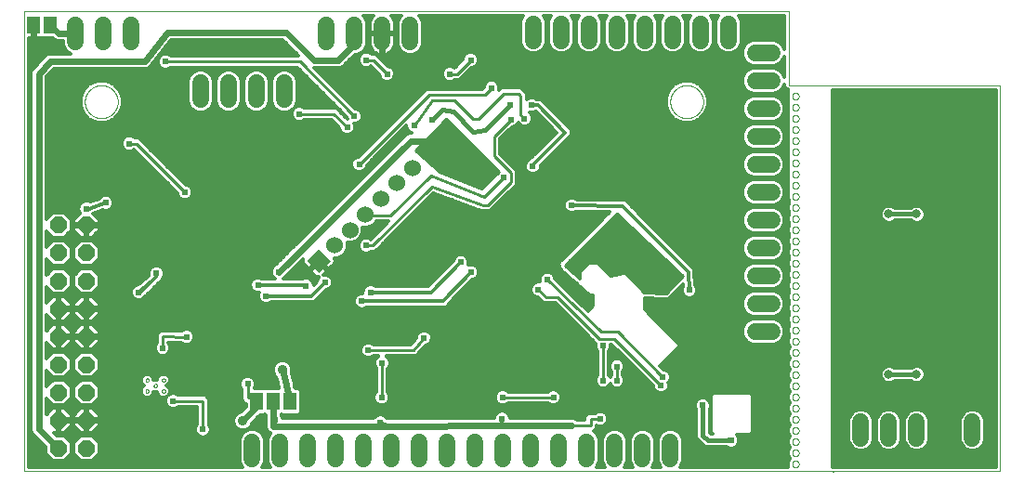
<source format=gbl>
G75*
%MOIN*%
%OFA0B0*%
%FSLAX25Y25*%
%IPPOS*%
%LPD*%
%AMOC8*
5,1,8,0,0,1.08239X$1,22.5*
%
%ADD10C,0.00000*%
%ADD11C,0.06000*%
%ADD12OC8,0.06000*%
%ADD13R,0.04600X0.06300*%
%ADD14R,0.06000X0.06000*%
%ADD15C,0.06000*%
%ADD16C,0.01200*%
%ADD17C,0.02381*%
%ADD18C,0.01000*%
%ADD19C,0.02400*%
%ADD20C,0.01600*%
%ADD21C,0.03562*%
%ADD22C,0.03169*%
D10*
X0007278Y0003400D02*
X0357278Y0003400D01*
X0357278Y0142000D01*
X0356478Y0142000D01*
X0357278Y0142001D02*
X0297318Y0142001D01*
X0297478Y0142000D02*
X0281378Y0142000D01*
X0281378Y0168400D01*
X0007278Y0168400D01*
X0007278Y0003400D01*
X0050710Y0032156D02*
X0050712Y0032204D01*
X0050718Y0032252D01*
X0050728Y0032299D01*
X0050741Y0032345D01*
X0050759Y0032390D01*
X0050779Y0032434D01*
X0050804Y0032476D01*
X0050832Y0032515D01*
X0050862Y0032552D01*
X0050896Y0032586D01*
X0050933Y0032618D01*
X0050971Y0032647D01*
X0051012Y0032672D01*
X0051055Y0032694D01*
X0051100Y0032712D01*
X0051146Y0032726D01*
X0051193Y0032737D01*
X0051241Y0032744D01*
X0051289Y0032747D01*
X0051337Y0032746D01*
X0051385Y0032741D01*
X0051433Y0032732D01*
X0051479Y0032720D01*
X0051524Y0032703D01*
X0051568Y0032683D01*
X0051610Y0032660D01*
X0051650Y0032633D01*
X0051688Y0032603D01*
X0051723Y0032570D01*
X0051755Y0032534D01*
X0051785Y0032496D01*
X0051811Y0032455D01*
X0051833Y0032412D01*
X0051853Y0032368D01*
X0051868Y0032323D01*
X0051880Y0032276D01*
X0051888Y0032228D01*
X0051892Y0032180D01*
X0051892Y0032132D01*
X0051888Y0032084D01*
X0051880Y0032036D01*
X0051868Y0031989D01*
X0051853Y0031944D01*
X0051833Y0031900D01*
X0051811Y0031857D01*
X0051785Y0031816D01*
X0051755Y0031778D01*
X0051723Y0031742D01*
X0051688Y0031709D01*
X0051650Y0031679D01*
X0051610Y0031652D01*
X0051568Y0031629D01*
X0051524Y0031609D01*
X0051479Y0031592D01*
X0051433Y0031580D01*
X0051385Y0031571D01*
X0051337Y0031566D01*
X0051289Y0031565D01*
X0051241Y0031568D01*
X0051193Y0031575D01*
X0051146Y0031586D01*
X0051100Y0031600D01*
X0051055Y0031618D01*
X0051012Y0031640D01*
X0050971Y0031665D01*
X0050933Y0031694D01*
X0050896Y0031726D01*
X0050862Y0031760D01*
X0050832Y0031797D01*
X0050804Y0031836D01*
X0050779Y0031878D01*
X0050759Y0031922D01*
X0050741Y0031967D01*
X0050728Y0032013D01*
X0050718Y0032060D01*
X0050712Y0032108D01*
X0050710Y0032156D01*
X0053662Y0034125D02*
X0053664Y0034173D01*
X0053670Y0034221D01*
X0053680Y0034268D01*
X0053693Y0034314D01*
X0053711Y0034359D01*
X0053731Y0034403D01*
X0053756Y0034445D01*
X0053784Y0034484D01*
X0053814Y0034521D01*
X0053848Y0034555D01*
X0053885Y0034587D01*
X0053923Y0034616D01*
X0053964Y0034641D01*
X0054007Y0034663D01*
X0054052Y0034681D01*
X0054098Y0034695D01*
X0054145Y0034706D01*
X0054193Y0034713D01*
X0054241Y0034716D01*
X0054289Y0034715D01*
X0054337Y0034710D01*
X0054385Y0034701D01*
X0054431Y0034689D01*
X0054476Y0034672D01*
X0054520Y0034652D01*
X0054562Y0034629D01*
X0054602Y0034602D01*
X0054640Y0034572D01*
X0054675Y0034539D01*
X0054707Y0034503D01*
X0054737Y0034465D01*
X0054763Y0034424D01*
X0054785Y0034381D01*
X0054805Y0034337D01*
X0054820Y0034292D01*
X0054832Y0034245D01*
X0054840Y0034197D01*
X0054844Y0034149D01*
X0054844Y0034101D01*
X0054840Y0034053D01*
X0054832Y0034005D01*
X0054820Y0033958D01*
X0054805Y0033913D01*
X0054785Y0033869D01*
X0054763Y0033826D01*
X0054737Y0033785D01*
X0054707Y0033747D01*
X0054675Y0033711D01*
X0054640Y0033678D01*
X0054602Y0033648D01*
X0054562Y0033621D01*
X0054520Y0033598D01*
X0054476Y0033578D01*
X0054431Y0033561D01*
X0054385Y0033549D01*
X0054337Y0033540D01*
X0054289Y0033535D01*
X0054241Y0033534D01*
X0054193Y0033537D01*
X0054145Y0033544D01*
X0054098Y0033555D01*
X0054052Y0033569D01*
X0054007Y0033587D01*
X0053964Y0033609D01*
X0053923Y0033634D01*
X0053885Y0033663D01*
X0053848Y0033695D01*
X0053814Y0033729D01*
X0053784Y0033766D01*
X0053756Y0033805D01*
X0053731Y0033847D01*
X0053711Y0033891D01*
X0053693Y0033936D01*
X0053680Y0033982D01*
X0053670Y0034029D01*
X0053664Y0034077D01*
X0053662Y0034125D01*
X0050710Y0036094D02*
X0050712Y0036142D01*
X0050718Y0036190D01*
X0050728Y0036237D01*
X0050741Y0036283D01*
X0050759Y0036328D01*
X0050779Y0036372D01*
X0050804Y0036414D01*
X0050832Y0036453D01*
X0050862Y0036490D01*
X0050896Y0036524D01*
X0050933Y0036556D01*
X0050971Y0036585D01*
X0051012Y0036610D01*
X0051055Y0036632D01*
X0051100Y0036650D01*
X0051146Y0036664D01*
X0051193Y0036675D01*
X0051241Y0036682D01*
X0051289Y0036685D01*
X0051337Y0036684D01*
X0051385Y0036679D01*
X0051433Y0036670D01*
X0051479Y0036658D01*
X0051524Y0036641D01*
X0051568Y0036621D01*
X0051610Y0036598D01*
X0051650Y0036571D01*
X0051688Y0036541D01*
X0051723Y0036508D01*
X0051755Y0036472D01*
X0051785Y0036434D01*
X0051811Y0036393D01*
X0051833Y0036350D01*
X0051853Y0036306D01*
X0051868Y0036261D01*
X0051880Y0036214D01*
X0051888Y0036166D01*
X0051892Y0036118D01*
X0051892Y0036070D01*
X0051888Y0036022D01*
X0051880Y0035974D01*
X0051868Y0035927D01*
X0051853Y0035882D01*
X0051833Y0035838D01*
X0051811Y0035795D01*
X0051785Y0035754D01*
X0051755Y0035716D01*
X0051723Y0035680D01*
X0051688Y0035647D01*
X0051650Y0035617D01*
X0051610Y0035590D01*
X0051568Y0035567D01*
X0051524Y0035547D01*
X0051479Y0035530D01*
X0051433Y0035518D01*
X0051385Y0035509D01*
X0051337Y0035504D01*
X0051289Y0035503D01*
X0051241Y0035506D01*
X0051193Y0035513D01*
X0051146Y0035524D01*
X0051100Y0035538D01*
X0051055Y0035556D01*
X0051012Y0035578D01*
X0050971Y0035603D01*
X0050933Y0035632D01*
X0050896Y0035664D01*
X0050862Y0035698D01*
X0050832Y0035735D01*
X0050804Y0035774D01*
X0050779Y0035816D01*
X0050759Y0035860D01*
X0050741Y0035905D01*
X0050728Y0035951D01*
X0050718Y0035998D01*
X0050712Y0036046D01*
X0050710Y0036094D01*
X0056615Y0036094D02*
X0056617Y0036142D01*
X0056623Y0036190D01*
X0056633Y0036237D01*
X0056646Y0036283D01*
X0056664Y0036328D01*
X0056684Y0036372D01*
X0056709Y0036414D01*
X0056737Y0036453D01*
X0056767Y0036490D01*
X0056801Y0036524D01*
X0056838Y0036556D01*
X0056876Y0036585D01*
X0056917Y0036610D01*
X0056960Y0036632D01*
X0057005Y0036650D01*
X0057051Y0036664D01*
X0057098Y0036675D01*
X0057146Y0036682D01*
X0057194Y0036685D01*
X0057242Y0036684D01*
X0057290Y0036679D01*
X0057338Y0036670D01*
X0057384Y0036658D01*
X0057429Y0036641D01*
X0057473Y0036621D01*
X0057515Y0036598D01*
X0057555Y0036571D01*
X0057593Y0036541D01*
X0057628Y0036508D01*
X0057660Y0036472D01*
X0057690Y0036434D01*
X0057716Y0036393D01*
X0057738Y0036350D01*
X0057758Y0036306D01*
X0057773Y0036261D01*
X0057785Y0036214D01*
X0057793Y0036166D01*
X0057797Y0036118D01*
X0057797Y0036070D01*
X0057793Y0036022D01*
X0057785Y0035974D01*
X0057773Y0035927D01*
X0057758Y0035882D01*
X0057738Y0035838D01*
X0057716Y0035795D01*
X0057690Y0035754D01*
X0057660Y0035716D01*
X0057628Y0035680D01*
X0057593Y0035647D01*
X0057555Y0035617D01*
X0057515Y0035590D01*
X0057473Y0035567D01*
X0057429Y0035547D01*
X0057384Y0035530D01*
X0057338Y0035518D01*
X0057290Y0035509D01*
X0057242Y0035504D01*
X0057194Y0035503D01*
X0057146Y0035506D01*
X0057098Y0035513D01*
X0057051Y0035524D01*
X0057005Y0035538D01*
X0056960Y0035556D01*
X0056917Y0035578D01*
X0056876Y0035603D01*
X0056838Y0035632D01*
X0056801Y0035664D01*
X0056767Y0035698D01*
X0056737Y0035735D01*
X0056709Y0035774D01*
X0056684Y0035816D01*
X0056664Y0035860D01*
X0056646Y0035905D01*
X0056633Y0035951D01*
X0056623Y0035998D01*
X0056617Y0036046D01*
X0056615Y0036094D01*
X0056615Y0032156D02*
X0056617Y0032204D01*
X0056623Y0032252D01*
X0056633Y0032299D01*
X0056646Y0032345D01*
X0056664Y0032390D01*
X0056684Y0032434D01*
X0056709Y0032476D01*
X0056737Y0032515D01*
X0056767Y0032552D01*
X0056801Y0032586D01*
X0056838Y0032618D01*
X0056876Y0032647D01*
X0056917Y0032672D01*
X0056960Y0032694D01*
X0057005Y0032712D01*
X0057051Y0032726D01*
X0057098Y0032737D01*
X0057146Y0032744D01*
X0057194Y0032747D01*
X0057242Y0032746D01*
X0057290Y0032741D01*
X0057338Y0032732D01*
X0057384Y0032720D01*
X0057429Y0032703D01*
X0057473Y0032683D01*
X0057515Y0032660D01*
X0057555Y0032633D01*
X0057593Y0032603D01*
X0057628Y0032570D01*
X0057660Y0032534D01*
X0057690Y0032496D01*
X0057716Y0032455D01*
X0057738Y0032412D01*
X0057758Y0032368D01*
X0057773Y0032323D01*
X0057785Y0032276D01*
X0057793Y0032228D01*
X0057797Y0032180D01*
X0057797Y0032132D01*
X0057793Y0032084D01*
X0057785Y0032036D01*
X0057773Y0031989D01*
X0057758Y0031944D01*
X0057738Y0031900D01*
X0057716Y0031857D01*
X0057690Y0031816D01*
X0057660Y0031778D01*
X0057628Y0031742D01*
X0057593Y0031709D01*
X0057555Y0031679D01*
X0057515Y0031652D01*
X0057473Y0031629D01*
X0057429Y0031609D01*
X0057384Y0031592D01*
X0057338Y0031580D01*
X0057290Y0031571D01*
X0057242Y0031566D01*
X0057194Y0031565D01*
X0057146Y0031568D01*
X0057098Y0031575D01*
X0057051Y0031586D01*
X0057005Y0031600D01*
X0056960Y0031618D01*
X0056917Y0031640D01*
X0056876Y0031665D01*
X0056838Y0031694D01*
X0056801Y0031726D01*
X0056767Y0031760D01*
X0056737Y0031797D01*
X0056709Y0031836D01*
X0056684Y0031878D01*
X0056664Y0031922D01*
X0056646Y0031967D01*
X0056633Y0032013D01*
X0056623Y0032060D01*
X0056617Y0032108D01*
X0056615Y0032156D01*
X0028972Y0136000D02*
X0028974Y0136153D01*
X0028980Y0136307D01*
X0028990Y0136460D01*
X0029004Y0136612D01*
X0029022Y0136765D01*
X0029044Y0136916D01*
X0029069Y0137067D01*
X0029099Y0137218D01*
X0029133Y0137368D01*
X0029170Y0137516D01*
X0029211Y0137664D01*
X0029256Y0137810D01*
X0029305Y0137956D01*
X0029358Y0138100D01*
X0029414Y0138242D01*
X0029474Y0138383D01*
X0029538Y0138523D01*
X0029605Y0138661D01*
X0029676Y0138797D01*
X0029751Y0138931D01*
X0029828Y0139063D01*
X0029910Y0139193D01*
X0029994Y0139321D01*
X0030082Y0139447D01*
X0030173Y0139570D01*
X0030267Y0139691D01*
X0030365Y0139809D01*
X0030465Y0139925D01*
X0030569Y0140038D01*
X0030675Y0140149D01*
X0030784Y0140257D01*
X0030896Y0140362D01*
X0031010Y0140463D01*
X0031128Y0140562D01*
X0031247Y0140658D01*
X0031369Y0140751D01*
X0031494Y0140840D01*
X0031621Y0140927D01*
X0031750Y0141009D01*
X0031881Y0141089D01*
X0032014Y0141165D01*
X0032149Y0141238D01*
X0032286Y0141307D01*
X0032425Y0141372D01*
X0032565Y0141434D01*
X0032707Y0141492D01*
X0032850Y0141547D01*
X0032995Y0141598D01*
X0033141Y0141645D01*
X0033288Y0141688D01*
X0033436Y0141727D01*
X0033585Y0141763D01*
X0033735Y0141794D01*
X0033886Y0141822D01*
X0034037Y0141846D01*
X0034190Y0141866D01*
X0034342Y0141882D01*
X0034495Y0141894D01*
X0034648Y0141902D01*
X0034801Y0141906D01*
X0034955Y0141906D01*
X0035108Y0141902D01*
X0035261Y0141894D01*
X0035414Y0141882D01*
X0035566Y0141866D01*
X0035719Y0141846D01*
X0035870Y0141822D01*
X0036021Y0141794D01*
X0036171Y0141763D01*
X0036320Y0141727D01*
X0036468Y0141688D01*
X0036615Y0141645D01*
X0036761Y0141598D01*
X0036906Y0141547D01*
X0037049Y0141492D01*
X0037191Y0141434D01*
X0037331Y0141372D01*
X0037470Y0141307D01*
X0037607Y0141238D01*
X0037742Y0141165D01*
X0037875Y0141089D01*
X0038006Y0141009D01*
X0038135Y0140927D01*
X0038262Y0140840D01*
X0038387Y0140751D01*
X0038509Y0140658D01*
X0038628Y0140562D01*
X0038746Y0140463D01*
X0038860Y0140362D01*
X0038972Y0140257D01*
X0039081Y0140149D01*
X0039187Y0140038D01*
X0039291Y0139925D01*
X0039391Y0139809D01*
X0039489Y0139691D01*
X0039583Y0139570D01*
X0039674Y0139447D01*
X0039762Y0139321D01*
X0039846Y0139193D01*
X0039928Y0139063D01*
X0040005Y0138931D01*
X0040080Y0138797D01*
X0040151Y0138661D01*
X0040218Y0138523D01*
X0040282Y0138383D01*
X0040342Y0138242D01*
X0040398Y0138100D01*
X0040451Y0137956D01*
X0040500Y0137810D01*
X0040545Y0137664D01*
X0040586Y0137516D01*
X0040623Y0137368D01*
X0040657Y0137218D01*
X0040687Y0137067D01*
X0040712Y0136916D01*
X0040734Y0136765D01*
X0040752Y0136612D01*
X0040766Y0136460D01*
X0040776Y0136307D01*
X0040782Y0136153D01*
X0040784Y0136000D01*
X0040782Y0135847D01*
X0040776Y0135693D01*
X0040766Y0135540D01*
X0040752Y0135388D01*
X0040734Y0135235D01*
X0040712Y0135084D01*
X0040687Y0134933D01*
X0040657Y0134782D01*
X0040623Y0134632D01*
X0040586Y0134484D01*
X0040545Y0134336D01*
X0040500Y0134190D01*
X0040451Y0134044D01*
X0040398Y0133900D01*
X0040342Y0133758D01*
X0040282Y0133617D01*
X0040218Y0133477D01*
X0040151Y0133339D01*
X0040080Y0133203D01*
X0040005Y0133069D01*
X0039928Y0132937D01*
X0039846Y0132807D01*
X0039762Y0132679D01*
X0039674Y0132553D01*
X0039583Y0132430D01*
X0039489Y0132309D01*
X0039391Y0132191D01*
X0039291Y0132075D01*
X0039187Y0131962D01*
X0039081Y0131851D01*
X0038972Y0131743D01*
X0038860Y0131638D01*
X0038746Y0131537D01*
X0038628Y0131438D01*
X0038509Y0131342D01*
X0038387Y0131249D01*
X0038262Y0131160D01*
X0038135Y0131073D01*
X0038006Y0130991D01*
X0037875Y0130911D01*
X0037742Y0130835D01*
X0037607Y0130762D01*
X0037470Y0130693D01*
X0037331Y0130628D01*
X0037191Y0130566D01*
X0037049Y0130508D01*
X0036906Y0130453D01*
X0036761Y0130402D01*
X0036615Y0130355D01*
X0036468Y0130312D01*
X0036320Y0130273D01*
X0036171Y0130237D01*
X0036021Y0130206D01*
X0035870Y0130178D01*
X0035719Y0130154D01*
X0035566Y0130134D01*
X0035414Y0130118D01*
X0035261Y0130106D01*
X0035108Y0130098D01*
X0034955Y0130094D01*
X0034801Y0130094D01*
X0034648Y0130098D01*
X0034495Y0130106D01*
X0034342Y0130118D01*
X0034190Y0130134D01*
X0034037Y0130154D01*
X0033886Y0130178D01*
X0033735Y0130206D01*
X0033585Y0130237D01*
X0033436Y0130273D01*
X0033288Y0130312D01*
X0033141Y0130355D01*
X0032995Y0130402D01*
X0032850Y0130453D01*
X0032707Y0130508D01*
X0032565Y0130566D01*
X0032425Y0130628D01*
X0032286Y0130693D01*
X0032149Y0130762D01*
X0032014Y0130835D01*
X0031881Y0130911D01*
X0031750Y0130991D01*
X0031621Y0131073D01*
X0031494Y0131160D01*
X0031369Y0131249D01*
X0031247Y0131342D01*
X0031128Y0131438D01*
X0031010Y0131537D01*
X0030896Y0131638D01*
X0030784Y0131743D01*
X0030675Y0131851D01*
X0030569Y0131962D01*
X0030465Y0132075D01*
X0030365Y0132191D01*
X0030267Y0132309D01*
X0030173Y0132430D01*
X0030082Y0132553D01*
X0029994Y0132679D01*
X0029910Y0132807D01*
X0029828Y0132937D01*
X0029751Y0133069D01*
X0029676Y0133203D01*
X0029605Y0133339D01*
X0029538Y0133477D01*
X0029474Y0133617D01*
X0029414Y0133758D01*
X0029358Y0133900D01*
X0029305Y0134044D01*
X0029256Y0134190D01*
X0029211Y0134336D01*
X0029170Y0134484D01*
X0029133Y0134632D01*
X0029099Y0134782D01*
X0029069Y0134933D01*
X0029044Y0135084D01*
X0029022Y0135235D01*
X0029004Y0135388D01*
X0028990Y0135540D01*
X0028980Y0135693D01*
X0028974Y0135847D01*
X0028972Y0136000D01*
X0238972Y0136000D02*
X0238974Y0136153D01*
X0238980Y0136307D01*
X0238990Y0136460D01*
X0239004Y0136612D01*
X0239022Y0136765D01*
X0239044Y0136916D01*
X0239069Y0137067D01*
X0239099Y0137218D01*
X0239133Y0137368D01*
X0239170Y0137516D01*
X0239211Y0137664D01*
X0239256Y0137810D01*
X0239305Y0137956D01*
X0239358Y0138100D01*
X0239414Y0138242D01*
X0239474Y0138383D01*
X0239538Y0138523D01*
X0239605Y0138661D01*
X0239676Y0138797D01*
X0239751Y0138931D01*
X0239828Y0139063D01*
X0239910Y0139193D01*
X0239994Y0139321D01*
X0240082Y0139447D01*
X0240173Y0139570D01*
X0240267Y0139691D01*
X0240365Y0139809D01*
X0240465Y0139925D01*
X0240569Y0140038D01*
X0240675Y0140149D01*
X0240784Y0140257D01*
X0240896Y0140362D01*
X0241010Y0140463D01*
X0241128Y0140562D01*
X0241247Y0140658D01*
X0241369Y0140751D01*
X0241494Y0140840D01*
X0241621Y0140927D01*
X0241750Y0141009D01*
X0241881Y0141089D01*
X0242014Y0141165D01*
X0242149Y0141238D01*
X0242286Y0141307D01*
X0242425Y0141372D01*
X0242565Y0141434D01*
X0242707Y0141492D01*
X0242850Y0141547D01*
X0242995Y0141598D01*
X0243141Y0141645D01*
X0243288Y0141688D01*
X0243436Y0141727D01*
X0243585Y0141763D01*
X0243735Y0141794D01*
X0243886Y0141822D01*
X0244037Y0141846D01*
X0244190Y0141866D01*
X0244342Y0141882D01*
X0244495Y0141894D01*
X0244648Y0141902D01*
X0244801Y0141906D01*
X0244955Y0141906D01*
X0245108Y0141902D01*
X0245261Y0141894D01*
X0245414Y0141882D01*
X0245566Y0141866D01*
X0245719Y0141846D01*
X0245870Y0141822D01*
X0246021Y0141794D01*
X0246171Y0141763D01*
X0246320Y0141727D01*
X0246468Y0141688D01*
X0246615Y0141645D01*
X0246761Y0141598D01*
X0246906Y0141547D01*
X0247049Y0141492D01*
X0247191Y0141434D01*
X0247331Y0141372D01*
X0247470Y0141307D01*
X0247607Y0141238D01*
X0247742Y0141165D01*
X0247875Y0141089D01*
X0248006Y0141009D01*
X0248135Y0140927D01*
X0248262Y0140840D01*
X0248387Y0140751D01*
X0248509Y0140658D01*
X0248628Y0140562D01*
X0248746Y0140463D01*
X0248860Y0140362D01*
X0248972Y0140257D01*
X0249081Y0140149D01*
X0249187Y0140038D01*
X0249291Y0139925D01*
X0249391Y0139809D01*
X0249489Y0139691D01*
X0249583Y0139570D01*
X0249674Y0139447D01*
X0249762Y0139321D01*
X0249846Y0139193D01*
X0249928Y0139063D01*
X0250005Y0138931D01*
X0250080Y0138797D01*
X0250151Y0138661D01*
X0250218Y0138523D01*
X0250282Y0138383D01*
X0250342Y0138242D01*
X0250398Y0138100D01*
X0250451Y0137956D01*
X0250500Y0137810D01*
X0250545Y0137664D01*
X0250586Y0137516D01*
X0250623Y0137368D01*
X0250657Y0137218D01*
X0250687Y0137067D01*
X0250712Y0136916D01*
X0250734Y0136765D01*
X0250752Y0136612D01*
X0250766Y0136460D01*
X0250776Y0136307D01*
X0250782Y0136153D01*
X0250784Y0136000D01*
X0250782Y0135847D01*
X0250776Y0135693D01*
X0250766Y0135540D01*
X0250752Y0135388D01*
X0250734Y0135235D01*
X0250712Y0135084D01*
X0250687Y0134933D01*
X0250657Y0134782D01*
X0250623Y0134632D01*
X0250586Y0134484D01*
X0250545Y0134336D01*
X0250500Y0134190D01*
X0250451Y0134044D01*
X0250398Y0133900D01*
X0250342Y0133758D01*
X0250282Y0133617D01*
X0250218Y0133477D01*
X0250151Y0133339D01*
X0250080Y0133203D01*
X0250005Y0133069D01*
X0249928Y0132937D01*
X0249846Y0132807D01*
X0249762Y0132679D01*
X0249674Y0132553D01*
X0249583Y0132430D01*
X0249489Y0132309D01*
X0249391Y0132191D01*
X0249291Y0132075D01*
X0249187Y0131962D01*
X0249081Y0131851D01*
X0248972Y0131743D01*
X0248860Y0131638D01*
X0248746Y0131537D01*
X0248628Y0131438D01*
X0248509Y0131342D01*
X0248387Y0131249D01*
X0248262Y0131160D01*
X0248135Y0131073D01*
X0248006Y0130991D01*
X0247875Y0130911D01*
X0247742Y0130835D01*
X0247607Y0130762D01*
X0247470Y0130693D01*
X0247331Y0130628D01*
X0247191Y0130566D01*
X0247049Y0130508D01*
X0246906Y0130453D01*
X0246761Y0130402D01*
X0246615Y0130355D01*
X0246468Y0130312D01*
X0246320Y0130273D01*
X0246171Y0130237D01*
X0246021Y0130206D01*
X0245870Y0130178D01*
X0245719Y0130154D01*
X0245566Y0130134D01*
X0245414Y0130118D01*
X0245261Y0130106D01*
X0245108Y0130098D01*
X0244955Y0130094D01*
X0244801Y0130094D01*
X0244648Y0130098D01*
X0244495Y0130106D01*
X0244342Y0130118D01*
X0244190Y0130134D01*
X0244037Y0130154D01*
X0243886Y0130178D01*
X0243735Y0130206D01*
X0243585Y0130237D01*
X0243436Y0130273D01*
X0243288Y0130312D01*
X0243141Y0130355D01*
X0242995Y0130402D01*
X0242850Y0130453D01*
X0242707Y0130508D01*
X0242565Y0130566D01*
X0242425Y0130628D01*
X0242286Y0130693D01*
X0242149Y0130762D01*
X0242014Y0130835D01*
X0241881Y0130911D01*
X0241750Y0130991D01*
X0241621Y0131073D01*
X0241494Y0131160D01*
X0241369Y0131249D01*
X0241247Y0131342D01*
X0241128Y0131438D01*
X0241010Y0131537D01*
X0240896Y0131638D01*
X0240784Y0131743D01*
X0240675Y0131851D01*
X0240569Y0131962D01*
X0240465Y0132075D01*
X0240365Y0132191D01*
X0240267Y0132309D01*
X0240173Y0132430D01*
X0240082Y0132553D01*
X0239994Y0132679D01*
X0239910Y0132807D01*
X0239828Y0132937D01*
X0239751Y0133069D01*
X0239676Y0133203D01*
X0239605Y0133339D01*
X0239538Y0133477D01*
X0239474Y0133617D01*
X0239414Y0133758D01*
X0239358Y0133900D01*
X0239305Y0134044D01*
X0239256Y0134190D01*
X0239211Y0134336D01*
X0239170Y0134484D01*
X0239133Y0134632D01*
X0239099Y0134782D01*
X0239069Y0134933D01*
X0239044Y0135084D01*
X0239022Y0135235D01*
X0239004Y0135388D01*
X0238990Y0135540D01*
X0238980Y0135693D01*
X0238974Y0135847D01*
X0238972Y0136000D01*
X0282697Y0134000D02*
X0282699Y0134069D01*
X0282705Y0134137D01*
X0282715Y0134205D01*
X0282729Y0134272D01*
X0282747Y0134339D01*
X0282768Y0134404D01*
X0282794Y0134468D01*
X0282823Y0134530D01*
X0282855Y0134590D01*
X0282891Y0134649D01*
X0282931Y0134705D01*
X0282973Y0134759D01*
X0283019Y0134810D01*
X0283068Y0134859D01*
X0283119Y0134905D01*
X0283173Y0134947D01*
X0283229Y0134987D01*
X0283287Y0135023D01*
X0283348Y0135055D01*
X0283410Y0135084D01*
X0283474Y0135110D01*
X0283539Y0135131D01*
X0283606Y0135149D01*
X0283673Y0135163D01*
X0283741Y0135173D01*
X0283809Y0135179D01*
X0283878Y0135181D01*
X0283947Y0135179D01*
X0284015Y0135173D01*
X0284083Y0135163D01*
X0284150Y0135149D01*
X0284217Y0135131D01*
X0284282Y0135110D01*
X0284346Y0135084D01*
X0284408Y0135055D01*
X0284468Y0135023D01*
X0284527Y0134987D01*
X0284583Y0134947D01*
X0284637Y0134905D01*
X0284688Y0134859D01*
X0284737Y0134810D01*
X0284783Y0134759D01*
X0284825Y0134705D01*
X0284865Y0134649D01*
X0284901Y0134590D01*
X0284933Y0134530D01*
X0284962Y0134468D01*
X0284988Y0134404D01*
X0285009Y0134339D01*
X0285027Y0134272D01*
X0285041Y0134205D01*
X0285051Y0134137D01*
X0285057Y0134069D01*
X0285059Y0134000D01*
X0285057Y0133931D01*
X0285051Y0133863D01*
X0285041Y0133795D01*
X0285027Y0133728D01*
X0285009Y0133661D01*
X0284988Y0133596D01*
X0284962Y0133532D01*
X0284933Y0133470D01*
X0284901Y0133409D01*
X0284865Y0133351D01*
X0284825Y0133295D01*
X0284783Y0133241D01*
X0284737Y0133190D01*
X0284688Y0133141D01*
X0284637Y0133095D01*
X0284583Y0133053D01*
X0284527Y0133013D01*
X0284469Y0132977D01*
X0284408Y0132945D01*
X0284346Y0132916D01*
X0284282Y0132890D01*
X0284217Y0132869D01*
X0284150Y0132851D01*
X0284083Y0132837D01*
X0284015Y0132827D01*
X0283947Y0132821D01*
X0283878Y0132819D01*
X0283809Y0132821D01*
X0283741Y0132827D01*
X0283673Y0132837D01*
X0283606Y0132851D01*
X0283539Y0132869D01*
X0283474Y0132890D01*
X0283410Y0132916D01*
X0283348Y0132945D01*
X0283287Y0132977D01*
X0283229Y0133013D01*
X0283173Y0133053D01*
X0283119Y0133095D01*
X0283068Y0133141D01*
X0283019Y0133190D01*
X0282973Y0133241D01*
X0282931Y0133295D01*
X0282891Y0133351D01*
X0282855Y0133409D01*
X0282823Y0133470D01*
X0282794Y0133532D01*
X0282768Y0133596D01*
X0282747Y0133661D01*
X0282729Y0133728D01*
X0282715Y0133795D01*
X0282705Y0133863D01*
X0282699Y0133931D01*
X0282697Y0134000D01*
X0282697Y0130000D02*
X0282699Y0130069D01*
X0282705Y0130137D01*
X0282715Y0130205D01*
X0282729Y0130272D01*
X0282747Y0130339D01*
X0282768Y0130404D01*
X0282794Y0130468D01*
X0282823Y0130530D01*
X0282855Y0130590D01*
X0282891Y0130649D01*
X0282931Y0130705D01*
X0282973Y0130759D01*
X0283019Y0130810D01*
X0283068Y0130859D01*
X0283119Y0130905D01*
X0283173Y0130947D01*
X0283229Y0130987D01*
X0283287Y0131023D01*
X0283348Y0131055D01*
X0283410Y0131084D01*
X0283474Y0131110D01*
X0283539Y0131131D01*
X0283606Y0131149D01*
X0283673Y0131163D01*
X0283741Y0131173D01*
X0283809Y0131179D01*
X0283878Y0131181D01*
X0283947Y0131179D01*
X0284015Y0131173D01*
X0284083Y0131163D01*
X0284150Y0131149D01*
X0284217Y0131131D01*
X0284282Y0131110D01*
X0284346Y0131084D01*
X0284408Y0131055D01*
X0284468Y0131023D01*
X0284527Y0130987D01*
X0284583Y0130947D01*
X0284637Y0130905D01*
X0284688Y0130859D01*
X0284737Y0130810D01*
X0284783Y0130759D01*
X0284825Y0130705D01*
X0284865Y0130649D01*
X0284901Y0130590D01*
X0284933Y0130530D01*
X0284962Y0130468D01*
X0284988Y0130404D01*
X0285009Y0130339D01*
X0285027Y0130272D01*
X0285041Y0130205D01*
X0285051Y0130137D01*
X0285057Y0130069D01*
X0285059Y0130000D01*
X0285057Y0129931D01*
X0285051Y0129863D01*
X0285041Y0129795D01*
X0285027Y0129728D01*
X0285009Y0129661D01*
X0284988Y0129596D01*
X0284962Y0129532D01*
X0284933Y0129470D01*
X0284901Y0129409D01*
X0284865Y0129351D01*
X0284825Y0129295D01*
X0284783Y0129241D01*
X0284737Y0129190D01*
X0284688Y0129141D01*
X0284637Y0129095D01*
X0284583Y0129053D01*
X0284527Y0129013D01*
X0284469Y0128977D01*
X0284408Y0128945D01*
X0284346Y0128916D01*
X0284282Y0128890D01*
X0284217Y0128869D01*
X0284150Y0128851D01*
X0284083Y0128837D01*
X0284015Y0128827D01*
X0283947Y0128821D01*
X0283878Y0128819D01*
X0283809Y0128821D01*
X0283741Y0128827D01*
X0283673Y0128837D01*
X0283606Y0128851D01*
X0283539Y0128869D01*
X0283474Y0128890D01*
X0283410Y0128916D01*
X0283348Y0128945D01*
X0283287Y0128977D01*
X0283229Y0129013D01*
X0283173Y0129053D01*
X0283119Y0129095D01*
X0283068Y0129141D01*
X0283019Y0129190D01*
X0282973Y0129241D01*
X0282931Y0129295D01*
X0282891Y0129351D01*
X0282855Y0129409D01*
X0282823Y0129470D01*
X0282794Y0129532D01*
X0282768Y0129596D01*
X0282747Y0129661D01*
X0282729Y0129728D01*
X0282715Y0129795D01*
X0282705Y0129863D01*
X0282699Y0129931D01*
X0282697Y0130000D01*
X0282697Y0126000D02*
X0282699Y0126069D01*
X0282705Y0126137D01*
X0282715Y0126205D01*
X0282729Y0126272D01*
X0282747Y0126339D01*
X0282768Y0126404D01*
X0282794Y0126468D01*
X0282823Y0126530D01*
X0282855Y0126590D01*
X0282891Y0126649D01*
X0282931Y0126705D01*
X0282973Y0126759D01*
X0283019Y0126810D01*
X0283068Y0126859D01*
X0283119Y0126905D01*
X0283173Y0126947D01*
X0283229Y0126987D01*
X0283287Y0127023D01*
X0283348Y0127055D01*
X0283410Y0127084D01*
X0283474Y0127110D01*
X0283539Y0127131D01*
X0283606Y0127149D01*
X0283673Y0127163D01*
X0283741Y0127173D01*
X0283809Y0127179D01*
X0283878Y0127181D01*
X0283947Y0127179D01*
X0284015Y0127173D01*
X0284083Y0127163D01*
X0284150Y0127149D01*
X0284217Y0127131D01*
X0284282Y0127110D01*
X0284346Y0127084D01*
X0284408Y0127055D01*
X0284468Y0127023D01*
X0284527Y0126987D01*
X0284583Y0126947D01*
X0284637Y0126905D01*
X0284688Y0126859D01*
X0284737Y0126810D01*
X0284783Y0126759D01*
X0284825Y0126705D01*
X0284865Y0126649D01*
X0284901Y0126590D01*
X0284933Y0126530D01*
X0284962Y0126468D01*
X0284988Y0126404D01*
X0285009Y0126339D01*
X0285027Y0126272D01*
X0285041Y0126205D01*
X0285051Y0126137D01*
X0285057Y0126069D01*
X0285059Y0126000D01*
X0285057Y0125931D01*
X0285051Y0125863D01*
X0285041Y0125795D01*
X0285027Y0125728D01*
X0285009Y0125661D01*
X0284988Y0125596D01*
X0284962Y0125532D01*
X0284933Y0125470D01*
X0284901Y0125409D01*
X0284865Y0125351D01*
X0284825Y0125295D01*
X0284783Y0125241D01*
X0284737Y0125190D01*
X0284688Y0125141D01*
X0284637Y0125095D01*
X0284583Y0125053D01*
X0284527Y0125013D01*
X0284469Y0124977D01*
X0284408Y0124945D01*
X0284346Y0124916D01*
X0284282Y0124890D01*
X0284217Y0124869D01*
X0284150Y0124851D01*
X0284083Y0124837D01*
X0284015Y0124827D01*
X0283947Y0124821D01*
X0283878Y0124819D01*
X0283809Y0124821D01*
X0283741Y0124827D01*
X0283673Y0124837D01*
X0283606Y0124851D01*
X0283539Y0124869D01*
X0283474Y0124890D01*
X0283410Y0124916D01*
X0283348Y0124945D01*
X0283287Y0124977D01*
X0283229Y0125013D01*
X0283173Y0125053D01*
X0283119Y0125095D01*
X0283068Y0125141D01*
X0283019Y0125190D01*
X0282973Y0125241D01*
X0282931Y0125295D01*
X0282891Y0125351D01*
X0282855Y0125409D01*
X0282823Y0125470D01*
X0282794Y0125532D01*
X0282768Y0125596D01*
X0282747Y0125661D01*
X0282729Y0125728D01*
X0282715Y0125795D01*
X0282705Y0125863D01*
X0282699Y0125931D01*
X0282697Y0126000D01*
X0282697Y0122000D02*
X0282699Y0122069D01*
X0282705Y0122137D01*
X0282715Y0122205D01*
X0282729Y0122272D01*
X0282747Y0122339D01*
X0282768Y0122404D01*
X0282794Y0122468D01*
X0282823Y0122530D01*
X0282855Y0122590D01*
X0282891Y0122649D01*
X0282931Y0122705D01*
X0282973Y0122759D01*
X0283019Y0122810D01*
X0283068Y0122859D01*
X0283119Y0122905D01*
X0283173Y0122947D01*
X0283229Y0122987D01*
X0283287Y0123023D01*
X0283348Y0123055D01*
X0283410Y0123084D01*
X0283474Y0123110D01*
X0283539Y0123131D01*
X0283606Y0123149D01*
X0283673Y0123163D01*
X0283741Y0123173D01*
X0283809Y0123179D01*
X0283878Y0123181D01*
X0283947Y0123179D01*
X0284015Y0123173D01*
X0284083Y0123163D01*
X0284150Y0123149D01*
X0284217Y0123131D01*
X0284282Y0123110D01*
X0284346Y0123084D01*
X0284408Y0123055D01*
X0284468Y0123023D01*
X0284527Y0122987D01*
X0284583Y0122947D01*
X0284637Y0122905D01*
X0284688Y0122859D01*
X0284737Y0122810D01*
X0284783Y0122759D01*
X0284825Y0122705D01*
X0284865Y0122649D01*
X0284901Y0122590D01*
X0284933Y0122530D01*
X0284962Y0122468D01*
X0284988Y0122404D01*
X0285009Y0122339D01*
X0285027Y0122272D01*
X0285041Y0122205D01*
X0285051Y0122137D01*
X0285057Y0122069D01*
X0285059Y0122000D01*
X0285057Y0121931D01*
X0285051Y0121863D01*
X0285041Y0121795D01*
X0285027Y0121728D01*
X0285009Y0121661D01*
X0284988Y0121596D01*
X0284962Y0121532D01*
X0284933Y0121470D01*
X0284901Y0121409D01*
X0284865Y0121351D01*
X0284825Y0121295D01*
X0284783Y0121241D01*
X0284737Y0121190D01*
X0284688Y0121141D01*
X0284637Y0121095D01*
X0284583Y0121053D01*
X0284527Y0121013D01*
X0284469Y0120977D01*
X0284408Y0120945D01*
X0284346Y0120916D01*
X0284282Y0120890D01*
X0284217Y0120869D01*
X0284150Y0120851D01*
X0284083Y0120837D01*
X0284015Y0120827D01*
X0283947Y0120821D01*
X0283878Y0120819D01*
X0283809Y0120821D01*
X0283741Y0120827D01*
X0283673Y0120837D01*
X0283606Y0120851D01*
X0283539Y0120869D01*
X0283474Y0120890D01*
X0283410Y0120916D01*
X0283348Y0120945D01*
X0283287Y0120977D01*
X0283229Y0121013D01*
X0283173Y0121053D01*
X0283119Y0121095D01*
X0283068Y0121141D01*
X0283019Y0121190D01*
X0282973Y0121241D01*
X0282931Y0121295D01*
X0282891Y0121351D01*
X0282855Y0121409D01*
X0282823Y0121470D01*
X0282794Y0121532D01*
X0282768Y0121596D01*
X0282747Y0121661D01*
X0282729Y0121728D01*
X0282715Y0121795D01*
X0282705Y0121863D01*
X0282699Y0121931D01*
X0282697Y0122000D01*
X0282697Y0118000D02*
X0282699Y0118069D01*
X0282705Y0118137D01*
X0282715Y0118205D01*
X0282729Y0118272D01*
X0282747Y0118339D01*
X0282768Y0118404D01*
X0282794Y0118468D01*
X0282823Y0118530D01*
X0282855Y0118590D01*
X0282891Y0118649D01*
X0282931Y0118705D01*
X0282973Y0118759D01*
X0283019Y0118810D01*
X0283068Y0118859D01*
X0283119Y0118905D01*
X0283173Y0118947D01*
X0283229Y0118987D01*
X0283287Y0119023D01*
X0283348Y0119055D01*
X0283410Y0119084D01*
X0283474Y0119110D01*
X0283539Y0119131D01*
X0283606Y0119149D01*
X0283673Y0119163D01*
X0283741Y0119173D01*
X0283809Y0119179D01*
X0283878Y0119181D01*
X0283947Y0119179D01*
X0284015Y0119173D01*
X0284083Y0119163D01*
X0284150Y0119149D01*
X0284217Y0119131D01*
X0284282Y0119110D01*
X0284346Y0119084D01*
X0284408Y0119055D01*
X0284468Y0119023D01*
X0284527Y0118987D01*
X0284583Y0118947D01*
X0284637Y0118905D01*
X0284688Y0118859D01*
X0284737Y0118810D01*
X0284783Y0118759D01*
X0284825Y0118705D01*
X0284865Y0118649D01*
X0284901Y0118590D01*
X0284933Y0118530D01*
X0284962Y0118468D01*
X0284988Y0118404D01*
X0285009Y0118339D01*
X0285027Y0118272D01*
X0285041Y0118205D01*
X0285051Y0118137D01*
X0285057Y0118069D01*
X0285059Y0118000D01*
X0285057Y0117931D01*
X0285051Y0117863D01*
X0285041Y0117795D01*
X0285027Y0117728D01*
X0285009Y0117661D01*
X0284988Y0117596D01*
X0284962Y0117532D01*
X0284933Y0117470D01*
X0284901Y0117409D01*
X0284865Y0117351D01*
X0284825Y0117295D01*
X0284783Y0117241D01*
X0284737Y0117190D01*
X0284688Y0117141D01*
X0284637Y0117095D01*
X0284583Y0117053D01*
X0284527Y0117013D01*
X0284469Y0116977D01*
X0284408Y0116945D01*
X0284346Y0116916D01*
X0284282Y0116890D01*
X0284217Y0116869D01*
X0284150Y0116851D01*
X0284083Y0116837D01*
X0284015Y0116827D01*
X0283947Y0116821D01*
X0283878Y0116819D01*
X0283809Y0116821D01*
X0283741Y0116827D01*
X0283673Y0116837D01*
X0283606Y0116851D01*
X0283539Y0116869D01*
X0283474Y0116890D01*
X0283410Y0116916D01*
X0283348Y0116945D01*
X0283287Y0116977D01*
X0283229Y0117013D01*
X0283173Y0117053D01*
X0283119Y0117095D01*
X0283068Y0117141D01*
X0283019Y0117190D01*
X0282973Y0117241D01*
X0282931Y0117295D01*
X0282891Y0117351D01*
X0282855Y0117409D01*
X0282823Y0117470D01*
X0282794Y0117532D01*
X0282768Y0117596D01*
X0282747Y0117661D01*
X0282729Y0117728D01*
X0282715Y0117795D01*
X0282705Y0117863D01*
X0282699Y0117931D01*
X0282697Y0118000D01*
X0282697Y0114000D02*
X0282699Y0114069D01*
X0282705Y0114137D01*
X0282715Y0114205D01*
X0282729Y0114272D01*
X0282747Y0114339D01*
X0282768Y0114404D01*
X0282794Y0114468D01*
X0282823Y0114530D01*
X0282855Y0114590D01*
X0282891Y0114649D01*
X0282931Y0114705D01*
X0282973Y0114759D01*
X0283019Y0114810D01*
X0283068Y0114859D01*
X0283119Y0114905D01*
X0283173Y0114947D01*
X0283229Y0114987D01*
X0283287Y0115023D01*
X0283348Y0115055D01*
X0283410Y0115084D01*
X0283474Y0115110D01*
X0283539Y0115131D01*
X0283606Y0115149D01*
X0283673Y0115163D01*
X0283741Y0115173D01*
X0283809Y0115179D01*
X0283878Y0115181D01*
X0283947Y0115179D01*
X0284015Y0115173D01*
X0284083Y0115163D01*
X0284150Y0115149D01*
X0284217Y0115131D01*
X0284282Y0115110D01*
X0284346Y0115084D01*
X0284408Y0115055D01*
X0284468Y0115023D01*
X0284527Y0114987D01*
X0284583Y0114947D01*
X0284637Y0114905D01*
X0284688Y0114859D01*
X0284737Y0114810D01*
X0284783Y0114759D01*
X0284825Y0114705D01*
X0284865Y0114649D01*
X0284901Y0114590D01*
X0284933Y0114530D01*
X0284962Y0114468D01*
X0284988Y0114404D01*
X0285009Y0114339D01*
X0285027Y0114272D01*
X0285041Y0114205D01*
X0285051Y0114137D01*
X0285057Y0114069D01*
X0285059Y0114000D01*
X0285057Y0113931D01*
X0285051Y0113863D01*
X0285041Y0113795D01*
X0285027Y0113728D01*
X0285009Y0113661D01*
X0284988Y0113596D01*
X0284962Y0113532D01*
X0284933Y0113470D01*
X0284901Y0113409D01*
X0284865Y0113351D01*
X0284825Y0113295D01*
X0284783Y0113241D01*
X0284737Y0113190D01*
X0284688Y0113141D01*
X0284637Y0113095D01*
X0284583Y0113053D01*
X0284527Y0113013D01*
X0284469Y0112977D01*
X0284408Y0112945D01*
X0284346Y0112916D01*
X0284282Y0112890D01*
X0284217Y0112869D01*
X0284150Y0112851D01*
X0284083Y0112837D01*
X0284015Y0112827D01*
X0283947Y0112821D01*
X0283878Y0112819D01*
X0283809Y0112821D01*
X0283741Y0112827D01*
X0283673Y0112837D01*
X0283606Y0112851D01*
X0283539Y0112869D01*
X0283474Y0112890D01*
X0283410Y0112916D01*
X0283348Y0112945D01*
X0283287Y0112977D01*
X0283229Y0113013D01*
X0283173Y0113053D01*
X0283119Y0113095D01*
X0283068Y0113141D01*
X0283019Y0113190D01*
X0282973Y0113241D01*
X0282931Y0113295D01*
X0282891Y0113351D01*
X0282855Y0113409D01*
X0282823Y0113470D01*
X0282794Y0113532D01*
X0282768Y0113596D01*
X0282747Y0113661D01*
X0282729Y0113728D01*
X0282715Y0113795D01*
X0282705Y0113863D01*
X0282699Y0113931D01*
X0282697Y0114000D01*
X0282697Y0110000D02*
X0282699Y0110069D01*
X0282705Y0110137D01*
X0282715Y0110205D01*
X0282729Y0110272D01*
X0282747Y0110339D01*
X0282768Y0110404D01*
X0282794Y0110468D01*
X0282823Y0110530D01*
X0282855Y0110590D01*
X0282891Y0110649D01*
X0282931Y0110705D01*
X0282973Y0110759D01*
X0283019Y0110810D01*
X0283068Y0110859D01*
X0283119Y0110905D01*
X0283173Y0110947D01*
X0283229Y0110987D01*
X0283287Y0111023D01*
X0283348Y0111055D01*
X0283410Y0111084D01*
X0283474Y0111110D01*
X0283539Y0111131D01*
X0283606Y0111149D01*
X0283673Y0111163D01*
X0283741Y0111173D01*
X0283809Y0111179D01*
X0283878Y0111181D01*
X0283947Y0111179D01*
X0284015Y0111173D01*
X0284083Y0111163D01*
X0284150Y0111149D01*
X0284217Y0111131D01*
X0284282Y0111110D01*
X0284346Y0111084D01*
X0284408Y0111055D01*
X0284468Y0111023D01*
X0284527Y0110987D01*
X0284583Y0110947D01*
X0284637Y0110905D01*
X0284688Y0110859D01*
X0284737Y0110810D01*
X0284783Y0110759D01*
X0284825Y0110705D01*
X0284865Y0110649D01*
X0284901Y0110590D01*
X0284933Y0110530D01*
X0284962Y0110468D01*
X0284988Y0110404D01*
X0285009Y0110339D01*
X0285027Y0110272D01*
X0285041Y0110205D01*
X0285051Y0110137D01*
X0285057Y0110069D01*
X0285059Y0110000D01*
X0285057Y0109931D01*
X0285051Y0109863D01*
X0285041Y0109795D01*
X0285027Y0109728D01*
X0285009Y0109661D01*
X0284988Y0109596D01*
X0284962Y0109532D01*
X0284933Y0109470D01*
X0284901Y0109409D01*
X0284865Y0109351D01*
X0284825Y0109295D01*
X0284783Y0109241D01*
X0284737Y0109190D01*
X0284688Y0109141D01*
X0284637Y0109095D01*
X0284583Y0109053D01*
X0284527Y0109013D01*
X0284469Y0108977D01*
X0284408Y0108945D01*
X0284346Y0108916D01*
X0284282Y0108890D01*
X0284217Y0108869D01*
X0284150Y0108851D01*
X0284083Y0108837D01*
X0284015Y0108827D01*
X0283947Y0108821D01*
X0283878Y0108819D01*
X0283809Y0108821D01*
X0283741Y0108827D01*
X0283673Y0108837D01*
X0283606Y0108851D01*
X0283539Y0108869D01*
X0283474Y0108890D01*
X0283410Y0108916D01*
X0283348Y0108945D01*
X0283287Y0108977D01*
X0283229Y0109013D01*
X0283173Y0109053D01*
X0283119Y0109095D01*
X0283068Y0109141D01*
X0283019Y0109190D01*
X0282973Y0109241D01*
X0282931Y0109295D01*
X0282891Y0109351D01*
X0282855Y0109409D01*
X0282823Y0109470D01*
X0282794Y0109532D01*
X0282768Y0109596D01*
X0282747Y0109661D01*
X0282729Y0109728D01*
X0282715Y0109795D01*
X0282705Y0109863D01*
X0282699Y0109931D01*
X0282697Y0110000D01*
X0282697Y0106000D02*
X0282699Y0106069D01*
X0282705Y0106137D01*
X0282715Y0106205D01*
X0282729Y0106272D01*
X0282747Y0106339D01*
X0282768Y0106404D01*
X0282794Y0106468D01*
X0282823Y0106530D01*
X0282855Y0106590D01*
X0282891Y0106649D01*
X0282931Y0106705D01*
X0282973Y0106759D01*
X0283019Y0106810D01*
X0283068Y0106859D01*
X0283119Y0106905D01*
X0283173Y0106947D01*
X0283229Y0106987D01*
X0283287Y0107023D01*
X0283348Y0107055D01*
X0283410Y0107084D01*
X0283474Y0107110D01*
X0283539Y0107131D01*
X0283606Y0107149D01*
X0283673Y0107163D01*
X0283741Y0107173D01*
X0283809Y0107179D01*
X0283878Y0107181D01*
X0283947Y0107179D01*
X0284015Y0107173D01*
X0284083Y0107163D01*
X0284150Y0107149D01*
X0284217Y0107131D01*
X0284282Y0107110D01*
X0284346Y0107084D01*
X0284408Y0107055D01*
X0284468Y0107023D01*
X0284527Y0106987D01*
X0284583Y0106947D01*
X0284637Y0106905D01*
X0284688Y0106859D01*
X0284737Y0106810D01*
X0284783Y0106759D01*
X0284825Y0106705D01*
X0284865Y0106649D01*
X0284901Y0106590D01*
X0284933Y0106530D01*
X0284962Y0106468D01*
X0284988Y0106404D01*
X0285009Y0106339D01*
X0285027Y0106272D01*
X0285041Y0106205D01*
X0285051Y0106137D01*
X0285057Y0106069D01*
X0285059Y0106000D01*
X0285057Y0105931D01*
X0285051Y0105863D01*
X0285041Y0105795D01*
X0285027Y0105728D01*
X0285009Y0105661D01*
X0284988Y0105596D01*
X0284962Y0105532D01*
X0284933Y0105470D01*
X0284901Y0105409D01*
X0284865Y0105351D01*
X0284825Y0105295D01*
X0284783Y0105241D01*
X0284737Y0105190D01*
X0284688Y0105141D01*
X0284637Y0105095D01*
X0284583Y0105053D01*
X0284527Y0105013D01*
X0284469Y0104977D01*
X0284408Y0104945D01*
X0284346Y0104916D01*
X0284282Y0104890D01*
X0284217Y0104869D01*
X0284150Y0104851D01*
X0284083Y0104837D01*
X0284015Y0104827D01*
X0283947Y0104821D01*
X0283878Y0104819D01*
X0283809Y0104821D01*
X0283741Y0104827D01*
X0283673Y0104837D01*
X0283606Y0104851D01*
X0283539Y0104869D01*
X0283474Y0104890D01*
X0283410Y0104916D01*
X0283348Y0104945D01*
X0283287Y0104977D01*
X0283229Y0105013D01*
X0283173Y0105053D01*
X0283119Y0105095D01*
X0283068Y0105141D01*
X0283019Y0105190D01*
X0282973Y0105241D01*
X0282931Y0105295D01*
X0282891Y0105351D01*
X0282855Y0105409D01*
X0282823Y0105470D01*
X0282794Y0105532D01*
X0282768Y0105596D01*
X0282747Y0105661D01*
X0282729Y0105728D01*
X0282715Y0105795D01*
X0282705Y0105863D01*
X0282699Y0105931D01*
X0282697Y0106000D01*
X0282697Y0102000D02*
X0282699Y0102069D01*
X0282705Y0102137D01*
X0282715Y0102205D01*
X0282729Y0102272D01*
X0282747Y0102339D01*
X0282768Y0102404D01*
X0282794Y0102468D01*
X0282823Y0102530D01*
X0282855Y0102590D01*
X0282891Y0102649D01*
X0282931Y0102705D01*
X0282973Y0102759D01*
X0283019Y0102810D01*
X0283068Y0102859D01*
X0283119Y0102905D01*
X0283173Y0102947D01*
X0283229Y0102987D01*
X0283287Y0103023D01*
X0283348Y0103055D01*
X0283410Y0103084D01*
X0283474Y0103110D01*
X0283539Y0103131D01*
X0283606Y0103149D01*
X0283673Y0103163D01*
X0283741Y0103173D01*
X0283809Y0103179D01*
X0283878Y0103181D01*
X0283947Y0103179D01*
X0284015Y0103173D01*
X0284083Y0103163D01*
X0284150Y0103149D01*
X0284217Y0103131D01*
X0284282Y0103110D01*
X0284346Y0103084D01*
X0284408Y0103055D01*
X0284468Y0103023D01*
X0284527Y0102987D01*
X0284583Y0102947D01*
X0284637Y0102905D01*
X0284688Y0102859D01*
X0284737Y0102810D01*
X0284783Y0102759D01*
X0284825Y0102705D01*
X0284865Y0102649D01*
X0284901Y0102590D01*
X0284933Y0102530D01*
X0284962Y0102468D01*
X0284988Y0102404D01*
X0285009Y0102339D01*
X0285027Y0102272D01*
X0285041Y0102205D01*
X0285051Y0102137D01*
X0285057Y0102069D01*
X0285059Y0102000D01*
X0285057Y0101931D01*
X0285051Y0101863D01*
X0285041Y0101795D01*
X0285027Y0101728D01*
X0285009Y0101661D01*
X0284988Y0101596D01*
X0284962Y0101532D01*
X0284933Y0101470D01*
X0284901Y0101409D01*
X0284865Y0101351D01*
X0284825Y0101295D01*
X0284783Y0101241D01*
X0284737Y0101190D01*
X0284688Y0101141D01*
X0284637Y0101095D01*
X0284583Y0101053D01*
X0284527Y0101013D01*
X0284469Y0100977D01*
X0284408Y0100945D01*
X0284346Y0100916D01*
X0284282Y0100890D01*
X0284217Y0100869D01*
X0284150Y0100851D01*
X0284083Y0100837D01*
X0284015Y0100827D01*
X0283947Y0100821D01*
X0283878Y0100819D01*
X0283809Y0100821D01*
X0283741Y0100827D01*
X0283673Y0100837D01*
X0283606Y0100851D01*
X0283539Y0100869D01*
X0283474Y0100890D01*
X0283410Y0100916D01*
X0283348Y0100945D01*
X0283287Y0100977D01*
X0283229Y0101013D01*
X0283173Y0101053D01*
X0283119Y0101095D01*
X0283068Y0101141D01*
X0283019Y0101190D01*
X0282973Y0101241D01*
X0282931Y0101295D01*
X0282891Y0101351D01*
X0282855Y0101409D01*
X0282823Y0101470D01*
X0282794Y0101532D01*
X0282768Y0101596D01*
X0282747Y0101661D01*
X0282729Y0101728D01*
X0282715Y0101795D01*
X0282705Y0101863D01*
X0282699Y0101931D01*
X0282697Y0102000D01*
X0282697Y0098000D02*
X0282699Y0098069D01*
X0282705Y0098137D01*
X0282715Y0098205D01*
X0282729Y0098272D01*
X0282747Y0098339D01*
X0282768Y0098404D01*
X0282794Y0098468D01*
X0282823Y0098530D01*
X0282855Y0098590D01*
X0282891Y0098649D01*
X0282931Y0098705D01*
X0282973Y0098759D01*
X0283019Y0098810D01*
X0283068Y0098859D01*
X0283119Y0098905D01*
X0283173Y0098947D01*
X0283229Y0098987D01*
X0283287Y0099023D01*
X0283348Y0099055D01*
X0283410Y0099084D01*
X0283474Y0099110D01*
X0283539Y0099131D01*
X0283606Y0099149D01*
X0283673Y0099163D01*
X0283741Y0099173D01*
X0283809Y0099179D01*
X0283878Y0099181D01*
X0283947Y0099179D01*
X0284015Y0099173D01*
X0284083Y0099163D01*
X0284150Y0099149D01*
X0284217Y0099131D01*
X0284282Y0099110D01*
X0284346Y0099084D01*
X0284408Y0099055D01*
X0284468Y0099023D01*
X0284527Y0098987D01*
X0284583Y0098947D01*
X0284637Y0098905D01*
X0284688Y0098859D01*
X0284737Y0098810D01*
X0284783Y0098759D01*
X0284825Y0098705D01*
X0284865Y0098649D01*
X0284901Y0098590D01*
X0284933Y0098530D01*
X0284962Y0098468D01*
X0284988Y0098404D01*
X0285009Y0098339D01*
X0285027Y0098272D01*
X0285041Y0098205D01*
X0285051Y0098137D01*
X0285057Y0098069D01*
X0285059Y0098000D01*
X0285057Y0097931D01*
X0285051Y0097863D01*
X0285041Y0097795D01*
X0285027Y0097728D01*
X0285009Y0097661D01*
X0284988Y0097596D01*
X0284962Y0097532D01*
X0284933Y0097470D01*
X0284901Y0097409D01*
X0284865Y0097351D01*
X0284825Y0097295D01*
X0284783Y0097241D01*
X0284737Y0097190D01*
X0284688Y0097141D01*
X0284637Y0097095D01*
X0284583Y0097053D01*
X0284527Y0097013D01*
X0284469Y0096977D01*
X0284408Y0096945D01*
X0284346Y0096916D01*
X0284282Y0096890D01*
X0284217Y0096869D01*
X0284150Y0096851D01*
X0284083Y0096837D01*
X0284015Y0096827D01*
X0283947Y0096821D01*
X0283878Y0096819D01*
X0283809Y0096821D01*
X0283741Y0096827D01*
X0283673Y0096837D01*
X0283606Y0096851D01*
X0283539Y0096869D01*
X0283474Y0096890D01*
X0283410Y0096916D01*
X0283348Y0096945D01*
X0283287Y0096977D01*
X0283229Y0097013D01*
X0283173Y0097053D01*
X0283119Y0097095D01*
X0283068Y0097141D01*
X0283019Y0097190D01*
X0282973Y0097241D01*
X0282931Y0097295D01*
X0282891Y0097351D01*
X0282855Y0097409D01*
X0282823Y0097470D01*
X0282794Y0097532D01*
X0282768Y0097596D01*
X0282747Y0097661D01*
X0282729Y0097728D01*
X0282715Y0097795D01*
X0282705Y0097863D01*
X0282699Y0097931D01*
X0282697Y0098000D01*
X0282697Y0094000D02*
X0282699Y0094069D01*
X0282705Y0094137D01*
X0282715Y0094205D01*
X0282729Y0094272D01*
X0282747Y0094339D01*
X0282768Y0094404D01*
X0282794Y0094468D01*
X0282823Y0094530D01*
X0282855Y0094590D01*
X0282891Y0094649D01*
X0282931Y0094705D01*
X0282973Y0094759D01*
X0283019Y0094810D01*
X0283068Y0094859D01*
X0283119Y0094905D01*
X0283173Y0094947D01*
X0283229Y0094987D01*
X0283287Y0095023D01*
X0283348Y0095055D01*
X0283410Y0095084D01*
X0283474Y0095110D01*
X0283539Y0095131D01*
X0283606Y0095149D01*
X0283673Y0095163D01*
X0283741Y0095173D01*
X0283809Y0095179D01*
X0283878Y0095181D01*
X0283947Y0095179D01*
X0284015Y0095173D01*
X0284083Y0095163D01*
X0284150Y0095149D01*
X0284217Y0095131D01*
X0284282Y0095110D01*
X0284346Y0095084D01*
X0284408Y0095055D01*
X0284468Y0095023D01*
X0284527Y0094987D01*
X0284583Y0094947D01*
X0284637Y0094905D01*
X0284688Y0094859D01*
X0284737Y0094810D01*
X0284783Y0094759D01*
X0284825Y0094705D01*
X0284865Y0094649D01*
X0284901Y0094590D01*
X0284933Y0094530D01*
X0284962Y0094468D01*
X0284988Y0094404D01*
X0285009Y0094339D01*
X0285027Y0094272D01*
X0285041Y0094205D01*
X0285051Y0094137D01*
X0285057Y0094069D01*
X0285059Y0094000D01*
X0285057Y0093931D01*
X0285051Y0093863D01*
X0285041Y0093795D01*
X0285027Y0093728D01*
X0285009Y0093661D01*
X0284988Y0093596D01*
X0284962Y0093532D01*
X0284933Y0093470D01*
X0284901Y0093409D01*
X0284865Y0093351D01*
X0284825Y0093295D01*
X0284783Y0093241D01*
X0284737Y0093190D01*
X0284688Y0093141D01*
X0284637Y0093095D01*
X0284583Y0093053D01*
X0284527Y0093013D01*
X0284469Y0092977D01*
X0284408Y0092945D01*
X0284346Y0092916D01*
X0284282Y0092890D01*
X0284217Y0092869D01*
X0284150Y0092851D01*
X0284083Y0092837D01*
X0284015Y0092827D01*
X0283947Y0092821D01*
X0283878Y0092819D01*
X0283809Y0092821D01*
X0283741Y0092827D01*
X0283673Y0092837D01*
X0283606Y0092851D01*
X0283539Y0092869D01*
X0283474Y0092890D01*
X0283410Y0092916D01*
X0283348Y0092945D01*
X0283287Y0092977D01*
X0283229Y0093013D01*
X0283173Y0093053D01*
X0283119Y0093095D01*
X0283068Y0093141D01*
X0283019Y0093190D01*
X0282973Y0093241D01*
X0282931Y0093295D01*
X0282891Y0093351D01*
X0282855Y0093409D01*
X0282823Y0093470D01*
X0282794Y0093532D01*
X0282768Y0093596D01*
X0282747Y0093661D01*
X0282729Y0093728D01*
X0282715Y0093795D01*
X0282705Y0093863D01*
X0282699Y0093931D01*
X0282697Y0094000D01*
X0282697Y0090000D02*
X0282699Y0090069D01*
X0282705Y0090137D01*
X0282715Y0090205D01*
X0282729Y0090272D01*
X0282747Y0090339D01*
X0282768Y0090404D01*
X0282794Y0090468D01*
X0282823Y0090530D01*
X0282855Y0090590D01*
X0282891Y0090649D01*
X0282931Y0090705D01*
X0282973Y0090759D01*
X0283019Y0090810D01*
X0283068Y0090859D01*
X0283119Y0090905D01*
X0283173Y0090947D01*
X0283229Y0090987D01*
X0283287Y0091023D01*
X0283348Y0091055D01*
X0283410Y0091084D01*
X0283474Y0091110D01*
X0283539Y0091131D01*
X0283606Y0091149D01*
X0283673Y0091163D01*
X0283741Y0091173D01*
X0283809Y0091179D01*
X0283878Y0091181D01*
X0283947Y0091179D01*
X0284015Y0091173D01*
X0284083Y0091163D01*
X0284150Y0091149D01*
X0284217Y0091131D01*
X0284282Y0091110D01*
X0284346Y0091084D01*
X0284408Y0091055D01*
X0284468Y0091023D01*
X0284527Y0090987D01*
X0284583Y0090947D01*
X0284637Y0090905D01*
X0284688Y0090859D01*
X0284737Y0090810D01*
X0284783Y0090759D01*
X0284825Y0090705D01*
X0284865Y0090649D01*
X0284901Y0090590D01*
X0284933Y0090530D01*
X0284962Y0090468D01*
X0284988Y0090404D01*
X0285009Y0090339D01*
X0285027Y0090272D01*
X0285041Y0090205D01*
X0285051Y0090137D01*
X0285057Y0090069D01*
X0285059Y0090000D01*
X0285057Y0089931D01*
X0285051Y0089863D01*
X0285041Y0089795D01*
X0285027Y0089728D01*
X0285009Y0089661D01*
X0284988Y0089596D01*
X0284962Y0089532D01*
X0284933Y0089470D01*
X0284901Y0089409D01*
X0284865Y0089351D01*
X0284825Y0089295D01*
X0284783Y0089241D01*
X0284737Y0089190D01*
X0284688Y0089141D01*
X0284637Y0089095D01*
X0284583Y0089053D01*
X0284527Y0089013D01*
X0284469Y0088977D01*
X0284408Y0088945D01*
X0284346Y0088916D01*
X0284282Y0088890D01*
X0284217Y0088869D01*
X0284150Y0088851D01*
X0284083Y0088837D01*
X0284015Y0088827D01*
X0283947Y0088821D01*
X0283878Y0088819D01*
X0283809Y0088821D01*
X0283741Y0088827D01*
X0283673Y0088837D01*
X0283606Y0088851D01*
X0283539Y0088869D01*
X0283474Y0088890D01*
X0283410Y0088916D01*
X0283348Y0088945D01*
X0283287Y0088977D01*
X0283229Y0089013D01*
X0283173Y0089053D01*
X0283119Y0089095D01*
X0283068Y0089141D01*
X0283019Y0089190D01*
X0282973Y0089241D01*
X0282931Y0089295D01*
X0282891Y0089351D01*
X0282855Y0089409D01*
X0282823Y0089470D01*
X0282794Y0089532D01*
X0282768Y0089596D01*
X0282747Y0089661D01*
X0282729Y0089728D01*
X0282715Y0089795D01*
X0282705Y0089863D01*
X0282699Y0089931D01*
X0282697Y0090000D01*
X0282697Y0086000D02*
X0282699Y0086069D01*
X0282705Y0086137D01*
X0282715Y0086205D01*
X0282729Y0086272D01*
X0282747Y0086339D01*
X0282768Y0086404D01*
X0282794Y0086468D01*
X0282823Y0086530D01*
X0282855Y0086590D01*
X0282891Y0086649D01*
X0282931Y0086705D01*
X0282973Y0086759D01*
X0283019Y0086810D01*
X0283068Y0086859D01*
X0283119Y0086905D01*
X0283173Y0086947D01*
X0283229Y0086987D01*
X0283287Y0087023D01*
X0283348Y0087055D01*
X0283410Y0087084D01*
X0283474Y0087110D01*
X0283539Y0087131D01*
X0283606Y0087149D01*
X0283673Y0087163D01*
X0283741Y0087173D01*
X0283809Y0087179D01*
X0283878Y0087181D01*
X0283947Y0087179D01*
X0284015Y0087173D01*
X0284083Y0087163D01*
X0284150Y0087149D01*
X0284217Y0087131D01*
X0284282Y0087110D01*
X0284346Y0087084D01*
X0284408Y0087055D01*
X0284468Y0087023D01*
X0284527Y0086987D01*
X0284583Y0086947D01*
X0284637Y0086905D01*
X0284688Y0086859D01*
X0284737Y0086810D01*
X0284783Y0086759D01*
X0284825Y0086705D01*
X0284865Y0086649D01*
X0284901Y0086590D01*
X0284933Y0086530D01*
X0284962Y0086468D01*
X0284988Y0086404D01*
X0285009Y0086339D01*
X0285027Y0086272D01*
X0285041Y0086205D01*
X0285051Y0086137D01*
X0285057Y0086069D01*
X0285059Y0086000D01*
X0285057Y0085931D01*
X0285051Y0085863D01*
X0285041Y0085795D01*
X0285027Y0085728D01*
X0285009Y0085661D01*
X0284988Y0085596D01*
X0284962Y0085532D01*
X0284933Y0085470D01*
X0284901Y0085409D01*
X0284865Y0085351D01*
X0284825Y0085295D01*
X0284783Y0085241D01*
X0284737Y0085190D01*
X0284688Y0085141D01*
X0284637Y0085095D01*
X0284583Y0085053D01*
X0284527Y0085013D01*
X0284469Y0084977D01*
X0284408Y0084945D01*
X0284346Y0084916D01*
X0284282Y0084890D01*
X0284217Y0084869D01*
X0284150Y0084851D01*
X0284083Y0084837D01*
X0284015Y0084827D01*
X0283947Y0084821D01*
X0283878Y0084819D01*
X0283809Y0084821D01*
X0283741Y0084827D01*
X0283673Y0084837D01*
X0283606Y0084851D01*
X0283539Y0084869D01*
X0283474Y0084890D01*
X0283410Y0084916D01*
X0283348Y0084945D01*
X0283287Y0084977D01*
X0283229Y0085013D01*
X0283173Y0085053D01*
X0283119Y0085095D01*
X0283068Y0085141D01*
X0283019Y0085190D01*
X0282973Y0085241D01*
X0282931Y0085295D01*
X0282891Y0085351D01*
X0282855Y0085409D01*
X0282823Y0085470D01*
X0282794Y0085532D01*
X0282768Y0085596D01*
X0282747Y0085661D01*
X0282729Y0085728D01*
X0282715Y0085795D01*
X0282705Y0085863D01*
X0282699Y0085931D01*
X0282697Y0086000D01*
X0282697Y0082000D02*
X0282699Y0082069D01*
X0282705Y0082137D01*
X0282715Y0082205D01*
X0282729Y0082272D01*
X0282747Y0082339D01*
X0282768Y0082404D01*
X0282794Y0082468D01*
X0282823Y0082530D01*
X0282855Y0082590D01*
X0282891Y0082649D01*
X0282931Y0082705D01*
X0282973Y0082759D01*
X0283019Y0082810D01*
X0283068Y0082859D01*
X0283119Y0082905D01*
X0283173Y0082947D01*
X0283229Y0082987D01*
X0283287Y0083023D01*
X0283348Y0083055D01*
X0283410Y0083084D01*
X0283474Y0083110D01*
X0283539Y0083131D01*
X0283606Y0083149D01*
X0283673Y0083163D01*
X0283741Y0083173D01*
X0283809Y0083179D01*
X0283878Y0083181D01*
X0283947Y0083179D01*
X0284015Y0083173D01*
X0284083Y0083163D01*
X0284150Y0083149D01*
X0284217Y0083131D01*
X0284282Y0083110D01*
X0284346Y0083084D01*
X0284408Y0083055D01*
X0284468Y0083023D01*
X0284527Y0082987D01*
X0284583Y0082947D01*
X0284637Y0082905D01*
X0284688Y0082859D01*
X0284737Y0082810D01*
X0284783Y0082759D01*
X0284825Y0082705D01*
X0284865Y0082649D01*
X0284901Y0082590D01*
X0284933Y0082530D01*
X0284962Y0082468D01*
X0284988Y0082404D01*
X0285009Y0082339D01*
X0285027Y0082272D01*
X0285041Y0082205D01*
X0285051Y0082137D01*
X0285057Y0082069D01*
X0285059Y0082000D01*
X0285057Y0081931D01*
X0285051Y0081863D01*
X0285041Y0081795D01*
X0285027Y0081728D01*
X0285009Y0081661D01*
X0284988Y0081596D01*
X0284962Y0081532D01*
X0284933Y0081470D01*
X0284901Y0081409D01*
X0284865Y0081351D01*
X0284825Y0081295D01*
X0284783Y0081241D01*
X0284737Y0081190D01*
X0284688Y0081141D01*
X0284637Y0081095D01*
X0284583Y0081053D01*
X0284527Y0081013D01*
X0284469Y0080977D01*
X0284408Y0080945D01*
X0284346Y0080916D01*
X0284282Y0080890D01*
X0284217Y0080869D01*
X0284150Y0080851D01*
X0284083Y0080837D01*
X0284015Y0080827D01*
X0283947Y0080821D01*
X0283878Y0080819D01*
X0283809Y0080821D01*
X0283741Y0080827D01*
X0283673Y0080837D01*
X0283606Y0080851D01*
X0283539Y0080869D01*
X0283474Y0080890D01*
X0283410Y0080916D01*
X0283348Y0080945D01*
X0283287Y0080977D01*
X0283229Y0081013D01*
X0283173Y0081053D01*
X0283119Y0081095D01*
X0283068Y0081141D01*
X0283019Y0081190D01*
X0282973Y0081241D01*
X0282931Y0081295D01*
X0282891Y0081351D01*
X0282855Y0081409D01*
X0282823Y0081470D01*
X0282794Y0081532D01*
X0282768Y0081596D01*
X0282747Y0081661D01*
X0282729Y0081728D01*
X0282715Y0081795D01*
X0282705Y0081863D01*
X0282699Y0081931D01*
X0282697Y0082000D01*
X0282697Y0078000D02*
X0282699Y0078069D01*
X0282705Y0078137D01*
X0282715Y0078205D01*
X0282729Y0078272D01*
X0282747Y0078339D01*
X0282768Y0078404D01*
X0282794Y0078468D01*
X0282823Y0078530D01*
X0282855Y0078590D01*
X0282891Y0078649D01*
X0282931Y0078705D01*
X0282973Y0078759D01*
X0283019Y0078810D01*
X0283068Y0078859D01*
X0283119Y0078905D01*
X0283173Y0078947D01*
X0283229Y0078987D01*
X0283287Y0079023D01*
X0283348Y0079055D01*
X0283410Y0079084D01*
X0283474Y0079110D01*
X0283539Y0079131D01*
X0283606Y0079149D01*
X0283673Y0079163D01*
X0283741Y0079173D01*
X0283809Y0079179D01*
X0283878Y0079181D01*
X0283947Y0079179D01*
X0284015Y0079173D01*
X0284083Y0079163D01*
X0284150Y0079149D01*
X0284217Y0079131D01*
X0284282Y0079110D01*
X0284346Y0079084D01*
X0284408Y0079055D01*
X0284468Y0079023D01*
X0284527Y0078987D01*
X0284583Y0078947D01*
X0284637Y0078905D01*
X0284688Y0078859D01*
X0284737Y0078810D01*
X0284783Y0078759D01*
X0284825Y0078705D01*
X0284865Y0078649D01*
X0284901Y0078590D01*
X0284933Y0078530D01*
X0284962Y0078468D01*
X0284988Y0078404D01*
X0285009Y0078339D01*
X0285027Y0078272D01*
X0285041Y0078205D01*
X0285051Y0078137D01*
X0285057Y0078069D01*
X0285059Y0078000D01*
X0285057Y0077931D01*
X0285051Y0077863D01*
X0285041Y0077795D01*
X0285027Y0077728D01*
X0285009Y0077661D01*
X0284988Y0077596D01*
X0284962Y0077532D01*
X0284933Y0077470D01*
X0284901Y0077409D01*
X0284865Y0077351D01*
X0284825Y0077295D01*
X0284783Y0077241D01*
X0284737Y0077190D01*
X0284688Y0077141D01*
X0284637Y0077095D01*
X0284583Y0077053D01*
X0284527Y0077013D01*
X0284469Y0076977D01*
X0284408Y0076945D01*
X0284346Y0076916D01*
X0284282Y0076890D01*
X0284217Y0076869D01*
X0284150Y0076851D01*
X0284083Y0076837D01*
X0284015Y0076827D01*
X0283947Y0076821D01*
X0283878Y0076819D01*
X0283809Y0076821D01*
X0283741Y0076827D01*
X0283673Y0076837D01*
X0283606Y0076851D01*
X0283539Y0076869D01*
X0283474Y0076890D01*
X0283410Y0076916D01*
X0283348Y0076945D01*
X0283287Y0076977D01*
X0283229Y0077013D01*
X0283173Y0077053D01*
X0283119Y0077095D01*
X0283068Y0077141D01*
X0283019Y0077190D01*
X0282973Y0077241D01*
X0282931Y0077295D01*
X0282891Y0077351D01*
X0282855Y0077409D01*
X0282823Y0077470D01*
X0282794Y0077532D01*
X0282768Y0077596D01*
X0282747Y0077661D01*
X0282729Y0077728D01*
X0282715Y0077795D01*
X0282705Y0077863D01*
X0282699Y0077931D01*
X0282697Y0078000D01*
X0282697Y0074000D02*
X0282699Y0074069D01*
X0282705Y0074137D01*
X0282715Y0074205D01*
X0282729Y0074272D01*
X0282747Y0074339D01*
X0282768Y0074404D01*
X0282794Y0074468D01*
X0282823Y0074530D01*
X0282855Y0074590D01*
X0282891Y0074649D01*
X0282931Y0074705D01*
X0282973Y0074759D01*
X0283019Y0074810D01*
X0283068Y0074859D01*
X0283119Y0074905D01*
X0283173Y0074947D01*
X0283229Y0074987D01*
X0283287Y0075023D01*
X0283348Y0075055D01*
X0283410Y0075084D01*
X0283474Y0075110D01*
X0283539Y0075131D01*
X0283606Y0075149D01*
X0283673Y0075163D01*
X0283741Y0075173D01*
X0283809Y0075179D01*
X0283878Y0075181D01*
X0283947Y0075179D01*
X0284015Y0075173D01*
X0284083Y0075163D01*
X0284150Y0075149D01*
X0284217Y0075131D01*
X0284282Y0075110D01*
X0284346Y0075084D01*
X0284408Y0075055D01*
X0284468Y0075023D01*
X0284527Y0074987D01*
X0284583Y0074947D01*
X0284637Y0074905D01*
X0284688Y0074859D01*
X0284737Y0074810D01*
X0284783Y0074759D01*
X0284825Y0074705D01*
X0284865Y0074649D01*
X0284901Y0074590D01*
X0284933Y0074530D01*
X0284962Y0074468D01*
X0284988Y0074404D01*
X0285009Y0074339D01*
X0285027Y0074272D01*
X0285041Y0074205D01*
X0285051Y0074137D01*
X0285057Y0074069D01*
X0285059Y0074000D01*
X0285057Y0073931D01*
X0285051Y0073863D01*
X0285041Y0073795D01*
X0285027Y0073728D01*
X0285009Y0073661D01*
X0284988Y0073596D01*
X0284962Y0073532D01*
X0284933Y0073470D01*
X0284901Y0073409D01*
X0284865Y0073351D01*
X0284825Y0073295D01*
X0284783Y0073241D01*
X0284737Y0073190D01*
X0284688Y0073141D01*
X0284637Y0073095D01*
X0284583Y0073053D01*
X0284527Y0073013D01*
X0284469Y0072977D01*
X0284408Y0072945D01*
X0284346Y0072916D01*
X0284282Y0072890D01*
X0284217Y0072869D01*
X0284150Y0072851D01*
X0284083Y0072837D01*
X0284015Y0072827D01*
X0283947Y0072821D01*
X0283878Y0072819D01*
X0283809Y0072821D01*
X0283741Y0072827D01*
X0283673Y0072837D01*
X0283606Y0072851D01*
X0283539Y0072869D01*
X0283474Y0072890D01*
X0283410Y0072916D01*
X0283348Y0072945D01*
X0283287Y0072977D01*
X0283229Y0073013D01*
X0283173Y0073053D01*
X0283119Y0073095D01*
X0283068Y0073141D01*
X0283019Y0073190D01*
X0282973Y0073241D01*
X0282931Y0073295D01*
X0282891Y0073351D01*
X0282855Y0073409D01*
X0282823Y0073470D01*
X0282794Y0073532D01*
X0282768Y0073596D01*
X0282747Y0073661D01*
X0282729Y0073728D01*
X0282715Y0073795D01*
X0282705Y0073863D01*
X0282699Y0073931D01*
X0282697Y0074000D01*
X0282697Y0070000D02*
X0282699Y0070069D01*
X0282705Y0070137D01*
X0282715Y0070205D01*
X0282729Y0070272D01*
X0282747Y0070339D01*
X0282768Y0070404D01*
X0282794Y0070468D01*
X0282823Y0070530D01*
X0282855Y0070590D01*
X0282891Y0070649D01*
X0282931Y0070705D01*
X0282973Y0070759D01*
X0283019Y0070810D01*
X0283068Y0070859D01*
X0283119Y0070905D01*
X0283173Y0070947D01*
X0283229Y0070987D01*
X0283287Y0071023D01*
X0283348Y0071055D01*
X0283410Y0071084D01*
X0283474Y0071110D01*
X0283539Y0071131D01*
X0283606Y0071149D01*
X0283673Y0071163D01*
X0283741Y0071173D01*
X0283809Y0071179D01*
X0283878Y0071181D01*
X0283947Y0071179D01*
X0284015Y0071173D01*
X0284083Y0071163D01*
X0284150Y0071149D01*
X0284217Y0071131D01*
X0284282Y0071110D01*
X0284346Y0071084D01*
X0284408Y0071055D01*
X0284468Y0071023D01*
X0284527Y0070987D01*
X0284583Y0070947D01*
X0284637Y0070905D01*
X0284688Y0070859D01*
X0284737Y0070810D01*
X0284783Y0070759D01*
X0284825Y0070705D01*
X0284865Y0070649D01*
X0284901Y0070590D01*
X0284933Y0070530D01*
X0284962Y0070468D01*
X0284988Y0070404D01*
X0285009Y0070339D01*
X0285027Y0070272D01*
X0285041Y0070205D01*
X0285051Y0070137D01*
X0285057Y0070069D01*
X0285059Y0070000D01*
X0285057Y0069931D01*
X0285051Y0069863D01*
X0285041Y0069795D01*
X0285027Y0069728D01*
X0285009Y0069661D01*
X0284988Y0069596D01*
X0284962Y0069532D01*
X0284933Y0069470D01*
X0284901Y0069409D01*
X0284865Y0069351D01*
X0284825Y0069295D01*
X0284783Y0069241D01*
X0284737Y0069190D01*
X0284688Y0069141D01*
X0284637Y0069095D01*
X0284583Y0069053D01*
X0284527Y0069013D01*
X0284469Y0068977D01*
X0284408Y0068945D01*
X0284346Y0068916D01*
X0284282Y0068890D01*
X0284217Y0068869D01*
X0284150Y0068851D01*
X0284083Y0068837D01*
X0284015Y0068827D01*
X0283947Y0068821D01*
X0283878Y0068819D01*
X0283809Y0068821D01*
X0283741Y0068827D01*
X0283673Y0068837D01*
X0283606Y0068851D01*
X0283539Y0068869D01*
X0283474Y0068890D01*
X0283410Y0068916D01*
X0283348Y0068945D01*
X0283287Y0068977D01*
X0283229Y0069013D01*
X0283173Y0069053D01*
X0283119Y0069095D01*
X0283068Y0069141D01*
X0283019Y0069190D01*
X0282973Y0069241D01*
X0282931Y0069295D01*
X0282891Y0069351D01*
X0282855Y0069409D01*
X0282823Y0069470D01*
X0282794Y0069532D01*
X0282768Y0069596D01*
X0282747Y0069661D01*
X0282729Y0069728D01*
X0282715Y0069795D01*
X0282705Y0069863D01*
X0282699Y0069931D01*
X0282697Y0070000D01*
X0282697Y0066000D02*
X0282699Y0066069D01*
X0282705Y0066137D01*
X0282715Y0066205D01*
X0282729Y0066272D01*
X0282747Y0066339D01*
X0282768Y0066404D01*
X0282794Y0066468D01*
X0282823Y0066530D01*
X0282855Y0066590D01*
X0282891Y0066649D01*
X0282931Y0066705D01*
X0282973Y0066759D01*
X0283019Y0066810D01*
X0283068Y0066859D01*
X0283119Y0066905D01*
X0283173Y0066947D01*
X0283229Y0066987D01*
X0283287Y0067023D01*
X0283348Y0067055D01*
X0283410Y0067084D01*
X0283474Y0067110D01*
X0283539Y0067131D01*
X0283606Y0067149D01*
X0283673Y0067163D01*
X0283741Y0067173D01*
X0283809Y0067179D01*
X0283878Y0067181D01*
X0283947Y0067179D01*
X0284015Y0067173D01*
X0284083Y0067163D01*
X0284150Y0067149D01*
X0284217Y0067131D01*
X0284282Y0067110D01*
X0284346Y0067084D01*
X0284408Y0067055D01*
X0284468Y0067023D01*
X0284527Y0066987D01*
X0284583Y0066947D01*
X0284637Y0066905D01*
X0284688Y0066859D01*
X0284737Y0066810D01*
X0284783Y0066759D01*
X0284825Y0066705D01*
X0284865Y0066649D01*
X0284901Y0066590D01*
X0284933Y0066530D01*
X0284962Y0066468D01*
X0284988Y0066404D01*
X0285009Y0066339D01*
X0285027Y0066272D01*
X0285041Y0066205D01*
X0285051Y0066137D01*
X0285057Y0066069D01*
X0285059Y0066000D01*
X0285057Y0065931D01*
X0285051Y0065863D01*
X0285041Y0065795D01*
X0285027Y0065728D01*
X0285009Y0065661D01*
X0284988Y0065596D01*
X0284962Y0065532D01*
X0284933Y0065470D01*
X0284901Y0065409D01*
X0284865Y0065351D01*
X0284825Y0065295D01*
X0284783Y0065241D01*
X0284737Y0065190D01*
X0284688Y0065141D01*
X0284637Y0065095D01*
X0284583Y0065053D01*
X0284527Y0065013D01*
X0284469Y0064977D01*
X0284408Y0064945D01*
X0284346Y0064916D01*
X0284282Y0064890D01*
X0284217Y0064869D01*
X0284150Y0064851D01*
X0284083Y0064837D01*
X0284015Y0064827D01*
X0283947Y0064821D01*
X0283878Y0064819D01*
X0283809Y0064821D01*
X0283741Y0064827D01*
X0283673Y0064837D01*
X0283606Y0064851D01*
X0283539Y0064869D01*
X0283474Y0064890D01*
X0283410Y0064916D01*
X0283348Y0064945D01*
X0283287Y0064977D01*
X0283229Y0065013D01*
X0283173Y0065053D01*
X0283119Y0065095D01*
X0283068Y0065141D01*
X0283019Y0065190D01*
X0282973Y0065241D01*
X0282931Y0065295D01*
X0282891Y0065351D01*
X0282855Y0065409D01*
X0282823Y0065470D01*
X0282794Y0065532D01*
X0282768Y0065596D01*
X0282747Y0065661D01*
X0282729Y0065728D01*
X0282715Y0065795D01*
X0282705Y0065863D01*
X0282699Y0065931D01*
X0282697Y0066000D01*
X0282697Y0062000D02*
X0282699Y0062069D01*
X0282705Y0062137D01*
X0282715Y0062205D01*
X0282729Y0062272D01*
X0282747Y0062339D01*
X0282768Y0062404D01*
X0282794Y0062468D01*
X0282823Y0062530D01*
X0282855Y0062590D01*
X0282891Y0062649D01*
X0282931Y0062705D01*
X0282973Y0062759D01*
X0283019Y0062810D01*
X0283068Y0062859D01*
X0283119Y0062905D01*
X0283173Y0062947D01*
X0283229Y0062987D01*
X0283287Y0063023D01*
X0283348Y0063055D01*
X0283410Y0063084D01*
X0283474Y0063110D01*
X0283539Y0063131D01*
X0283606Y0063149D01*
X0283673Y0063163D01*
X0283741Y0063173D01*
X0283809Y0063179D01*
X0283878Y0063181D01*
X0283947Y0063179D01*
X0284015Y0063173D01*
X0284083Y0063163D01*
X0284150Y0063149D01*
X0284217Y0063131D01*
X0284282Y0063110D01*
X0284346Y0063084D01*
X0284408Y0063055D01*
X0284468Y0063023D01*
X0284527Y0062987D01*
X0284583Y0062947D01*
X0284637Y0062905D01*
X0284688Y0062859D01*
X0284737Y0062810D01*
X0284783Y0062759D01*
X0284825Y0062705D01*
X0284865Y0062649D01*
X0284901Y0062590D01*
X0284933Y0062530D01*
X0284962Y0062468D01*
X0284988Y0062404D01*
X0285009Y0062339D01*
X0285027Y0062272D01*
X0285041Y0062205D01*
X0285051Y0062137D01*
X0285057Y0062069D01*
X0285059Y0062000D01*
X0285057Y0061931D01*
X0285051Y0061863D01*
X0285041Y0061795D01*
X0285027Y0061728D01*
X0285009Y0061661D01*
X0284988Y0061596D01*
X0284962Y0061532D01*
X0284933Y0061470D01*
X0284901Y0061409D01*
X0284865Y0061351D01*
X0284825Y0061295D01*
X0284783Y0061241D01*
X0284737Y0061190D01*
X0284688Y0061141D01*
X0284637Y0061095D01*
X0284583Y0061053D01*
X0284527Y0061013D01*
X0284469Y0060977D01*
X0284408Y0060945D01*
X0284346Y0060916D01*
X0284282Y0060890D01*
X0284217Y0060869D01*
X0284150Y0060851D01*
X0284083Y0060837D01*
X0284015Y0060827D01*
X0283947Y0060821D01*
X0283878Y0060819D01*
X0283809Y0060821D01*
X0283741Y0060827D01*
X0283673Y0060837D01*
X0283606Y0060851D01*
X0283539Y0060869D01*
X0283474Y0060890D01*
X0283410Y0060916D01*
X0283348Y0060945D01*
X0283287Y0060977D01*
X0283229Y0061013D01*
X0283173Y0061053D01*
X0283119Y0061095D01*
X0283068Y0061141D01*
X0283019Y0061190D01*
X0282973Y0061241D01*
X0282931Y0061295D01*
X0282891Y0061351D01*
X0282855Y0061409D01*
X0282823Y0061470D01*
X0282794Y0061532D01*
X0282768Y0061596D01*
X0282747Y0061661D01*
X0282729Y0061728D01*
X0282715Y0061795D01*
X0282705Y0061863D01*
X0282699Y0061931D01*
X0282697Y0062000D01*
X0282697Y0058000D02*
X0282699Y0058069D01*
X0282705Y0058137D01*
X0282715Y0058205D01*
X0282729Y0058272D01*
X0282747Y0058339D01*
X0282768Y0058404D01*
X0282794Y0058468D01*
X0282823Y0058530D01*
X0282855Y0058590D01*
X0282891Y0058649D01*
X0282931Y0058705D01*
X0282973Y0058759D01*
X0283019Y0058810D01*
X0283068Y0058859D01*
X0283119Y0058905D01*
X0283173Y0058947D01*
X0283229Y0058987D01*
X0283287Y0059023D01*
X0283348Y0059055D01*
X0283410Y0059084D01*
X0283474Y0059110D01*
X0283539Y0059131D01*
X0283606Y0059149D01*
X0283673Y0059163D01*
X0283741Y0059173D01*
X0283809Y0059179D01*
X0283878Y0059181D01*
X0283947Y0059179D01*
X0284015Y0059173D01*
X0284083Y0059163D01*
X0284150Y0059149D01*
X0284217Y0059131D01*
X0284282Y0059110D01*
X0284346Y0059084D01*
X0284408Y0059055D01*
X0284468Y0059023D01*
X0284527Y0058987D01*
X0284583Y0058947D01*
X0284637Y0058905D01*
X0284688Y0058859D01*
X0284737Y0058810D01*
X0284783Y0058759D01*
X0284825Y0058705D01*
X0284865Y0058649D01*
X0284901Y0058590D01*
X0284933Y0058530D01*
X0284962Y0058468D01*
X0284988Y0058404D01*
X0285009Y0058339D01*
X0285027Y0058272D01*
X0285041Y0058205D01*
X0285051Y0058137D01*
X0285057Y0058069D01*
X0285059Y0058000D01*
X0285057Y0057931D01*
X0285051Y0057863D01*
X0285041Y0057795D01*
X0285027Y0057728D01*
X0285009Y0057661D01*
X0284988Y0057596D01*
X0284962Y0057532D01*
X0284933Y0057470D01*
X0284901Y0057409D01*
X0284865Y0057351D01*
X0284825Y0057295D01*
X0284783Y0057241D01*
X0284737Y0057190D01*
X0284688Y0057141D01*
X0284637Y0057095D01*
X0284583Y0057053D01*
X0284527Y0057013D01*
X0284469Y0056977D01*
X0284408Y0056945D01*
X0284346Y0056916D01*
X0284282Y0056890D01*
X0284217Y0056869D01*
X0284150Y0056851D01*
X0284083Y0056837D01*
X0284015Y0056827D01*
X0283947Y0056821D01*
X0283878Y0056819D01*
X0283809Y0056821D01*
X0283741Y0056827D01*
X0283673Y0056837D01*
X0283606Y0056851D01*
X0283539Y0056869D01*
X0283474Y0056890D01*
X0283410Y0056916D01*
X0283348Y0056945D01*
X0283287Y0056977D01*
X0283229Y0057013D01*
X0283173Y0057053D01*
X0283119Y0057095D01*
X0283068Y0057141D01*
X0283019Y0057190D01*
X0282973Y0057241D01*
X0282931Y0057295D01*
X0282891Y0057351D01*
X0282855Y0057409D01*
X0282823Y0057470D01*
X0282794Y0057532D01*
X0282768Y0057596D01*
X0282747Y0057661D01*
X0282729Y0057728D01*
X0282715Y0057795D01*
X0282705Y0057863D01*
X0282699Y0057931D01*
X0282697Y0058000D01*
X0282697Y0054000D02*
X0282699Y0054069D01*
X0282705Y0054137D01*
X0282715Y0054205D01*
X0282729Y0054272D01*
X0282747Y0054339D01*
X0282768Y0054404D01*
X0282794Y0054468D01*
X0282823Y0054530D01*
X0282855Y0054590D01*
X0282891Y0054649D01*
X0282931Y0054705D01*
X0282973Y0054759D01*
X0283019Y0054810D01*
X0283068Y0054859D01*
X0283119Y0054905D01*
X0283173Y0054947D01*
X0283229Y0054987D01*
X0283287Y0055023D01*
X0283348Y0055055D01*
X0283410Y0055084D01*
X0283474Y0055110D01*
X0283539Y0055131D01*
X0283606Y0055149D01*
X0283673Y0055163D01*
X0283741Y0055173D01*
X0283809Y0055179D01*
X0283878Y0055181D01*
X0283947Y0055179D01*
X0284015Y0055173D01*
X0284083Y0055163D01*
X0284150Y0055149D01*
X0284217Y0055131D01*
X0284282Y0055110D01*
X0284346Y0055084D01*
X0284408Y0055055D01*
X0284468Y0055023D01*
X0284527Y0054987D01*
X0284583Y0054947D01*
X0284637Y0054905D01*
X0284688Y0054859D01*
X0284737Y0054810D01*
X0284783Y0054759D01*
X0284825Y0054705D01*
X0284865Y0054649D01*
X0284901Y0054590D01*
X0284933Y0054530D01*
X0284962Y0054468D01*
X0284988Y0054404D01*
X0285009Y0054339D01*
X0285027Y0054272D01*
X0285041Y0054205D01*
X0285051Y0054137D01*
X0285057Y0054069D01*
X0285059Y0054000D01*
X0285057Y0053931D01*
X0285051Y0053863D01*
X0285041Y0053795D01*
X0285027Y0053728D01*
X0285009Y0053661D01*
X0284988Y0053596D01*
X0284962Y0053532D01*
X0284933Y0053470D01*
X0284901Y0053409D01*
X0284865Y0053351D01*
X0284825Y0053295D01*
X0284783Y0053241D01*
X0284737Y0053190D01*
X0284688Y0053141D01*
X0284637Y0053095D01*
X0284583Y0053053D01*
X0284527Y0053013D01*
X0284469Y0052977D01*
X0284408Y0052945D01*
X0284346Y0052916D01*
X0284282Y0052890D01*
X0284217Y0052869D01*
X0284150Y0052851D01*
X0284083Y0052837D01*
X0284015Y0052827D01*
X0283947Y0052821D01*
X0283878Y0052819D01*
X0283809Y0052821D01*
X0283741Y0052827D01*
X0283673Y0052837D01*
X0283606Y0052851D01*
X0283539Y0052869D01*
X0283474Y0052890D01*
X0283410Y0052916D01*
X0283348Y0052945D01*
X0283287Y0052977D01*
X0283229Y0053013D01*
X0283173Y0053053D01*
X0283119Y0053095D01*
X0283068Y0053141D01*
X0283019Y0053190D01*
X0282973Y0053241D01*
X0282931Y0053295D01*
X0282891Y0053351D01*
X0282855Y0053409D01*
X0282823Y0053470D01*
X0282794Y0053532D01*
X0282768Y0053596D01*
X0282747Y0053661D01*
X0282729Y0053728D01*
X0282715Y0053795D01*
X0282705Y0053863D01*
X0282699Y0053931D01*
X0282697Y0054000D01*
X0282697Y0050000D02*
X0282699Y0050069D01*
X0282705Y0050137D01*
X0282715Y0050205D01*
X0282729Y0050272D01*
X0282747Y0050339D01*
X0282768Y0050404D01*
X0282794Y0050468D01*
X0282823Y0050530D01*
X0282855Y0050590D01*
X0282891Y0050649D01*
X0282931Y0050705D01*
X0282973Y0050759D01*
X0283019Y0050810D01*
X0283068Y0050859D01*
X0283119Y0050905D01*
X0283173Y0050947D01*
X0283229Y0050987D01*
X0283287Y0051023D01*
X0283348Y0051055D01*
X0283410Y0051084D01*
X0283474Y0051110D01*
X0283539Y0051131D01*
X0283606Y0051149D01*
X0283673Y0051163D01*
X0283741Y0051173D01*
X0283809Y0051179D01*
X0283878Y0051181D01*
X0283947Y0051179D01*
X0284015Y0051173D01*
X0284083Y0051163D01*
X0284150Y0051149D01*
X0284217Y0051131D01*
X0284282Y0051110D01*
X0284346Y0051084D01*
X0284408Y0051055D01*
X0284468Y0051023D01*
X0284527Y0050987D01*
X0284583Y0050947D01*
X0284637Y0050905D01*
X0284688Y0050859D01*
X0284737Y0050810D01*
X0284783Y0050759D01*
X0284825Y0050705D01*
X0284865Y0050649D01*
X0284901Y0050590D01*
X0284933Y0050530D01*
X0284962Y0050468D01*
X0284988Y0050404D01*
X0285009Y0050339D01*
X0285027Y0050272D01*
X0285041Y0050205D01*
X0285051Y0050137D01*
X0285057Y0050069D01*
X0285059Y0050000D01*
X0285057Y0049931D01*
X0285051Y0049863D01*
X0285041Y0049795D01*
X0285027Y0049728D01*
X0285009Y0049661D01*
X0284988Y0049596D01*
X0284962Y0049532D01*
X0284933Y0049470D01*
X0284901Y0049409D01*
X0284865Y0049351D01*
X0284825Y0049295D01*
X0284783Y0049241D01*
X0284737Y0049190D01*
X0284688Y0049141D01*
X0284637Y0049095D01*
X0284583Y0049053D01*
X0284527Y0049013D01*
X0284469Y0048977D01*
X0284408Y0048945D01*
X0284346Y0048916D01*
X0284282Y0048890D01*
X0284217Y0048869D01*
X0284150Y0048851D01*
X0284083Y0048837D01*
X0284015Y0048827D01*
X0283947Y0048821D01*
X0283878Y0048819D01*
X0283809Y0048821D01*
X0283741Y0048827D01*
X0283673Y0048837D01*
X0283606Y0048851D01*
X0283539Y0048869D01*
X0283474Y0048890D01*
X0283410Y0048916D01*
X0283348Y0048945D01*
X0283287Y0048977D01*
X0283229Y0049013D01*
X0283173Y0049053D01*
X0283119Y0049095D01*
X0283068Y0049141D01*
X0283019Y0049190D01*
X0282973Y0049241D01*
X0282931Y0049295D01*
X0282891Y0049351D01*
X0282855Y0049409D01*
X0282823Y0049470D01*
X0282794Y0049532D01*
X0282768Y0049596D01*
X0282747Y0049661D01*
X0282729Y0049728D01*
X0282715Y0049795D01*
X0282705Y0049863D01*
X0282699Y0049931D01*
X0282697Y0050000D01*
X0282697Y0046000D02*
X0282699Y0046069D01*
X0282705Y0046137D01*
X0282715Y0046205D01*
X0282729Y0046272D01*
X0282747Y0046339D01*
X0282768Y0046404D01*
X0282794Y0046468D01*
X0282823Y0046530D01*
X0282855Y0046590D01*
X0282891Y0046649D01*
X0282931Y0046705D01*
X0282973Y0046759D01*
X0283019Y0046810D01*
X0283068Y0046859D01*
X0283119Y0046905D01*
X0283173Y0046947D01*
X0283229Y0046987D01*
X0283287Y0047023D01*
X0283348Y0047055D01*
X0283410Y0047084D01*
X0283474Y0047110D01*
X0283539Y0047131D01*
X0283606Y0047149D01*
X0283673Y0047163D01*
X0283741Y0047173D01*
X0283809Y0047179D01*
X0283878Y0047181D01*
X0283947Y0047179D01*
X0284015Y0047173D01*
X0284083Y0047163D01*
X0284150Y0047149D01*
X0284217Y0047131D01*
X0284282Y0047110D01*
X0284346Y0047084D01*
X0284408Y0047055D01*
X0284468Y0047023D01*
X0284527Y0046987D01*
X0284583Y0046947D01*
X0284637Y0046905D01*
X0284688Y0046859D01*
X0284737Y0046810D01*
X0284783Y0046759D01*
X0284825Y0046705D01*
X0284865Y0046649D01*
X0284901Y0046590D01*
X0284933Y0046530D01*
X0284962Y0046468D01*
X0284988Y0046404D01*
X0285009Y0046339D01*
X0285027Y0046272D01*
X0285041Y0046205D01*
X0285051Y0046137D01*
X0285057Y0046069D01*
X0285059Y0046000D01*
X0285057Y0045931D01*
X0285051Y0045863D01*
X0285041Y0045795D01*
X0285027Y0045728D01*
X0285009Y0045661D01*
X0284988Y0045596D01*
X0284962Y0045532D01*
X0284933Y0045470D01*
X0284901Y0045409D01*
X0284865Y0045351D01*
X0284825Y0045295D01*
X0284783Y0045241D01*
X0284737Y0045190D01*
X0284688Y0045141D01*
X0284637Y0045095D01*
X0284583Y0045053D01*
X0284527Y0045013D01*
X0284469Y0044977D01*
X0284408Y0044945D01*
X0284346Y0044916D01*
X0284282Y0044890D01*
X0284217Y0044869D01*
X0284150Y0044851D01*
X0284083Y0044837D01*
X0284015Y0044827D01*
X0283947Y0044821D01*
X0283878Y0044819D01*
X0283809Y0044821D01*
X0283741Y0044827D01*
X0283673Y0044837D01*
X0283606Y0044851D01*
X0283539Y0044869D01*
X0283474Y0044890D01*
X0283410Y0044916D01*
X0283348Y0044945D01*
X0283287Y0044977D01*
X0283229Y0045013D01*
X0283173Y0045053D01*
X0283119Y0045095D01*
X0283068Y0045141D01*
X0283019Y0045190D01*
X0282973Y0045241D01*
X0282931Y0045295D01*
X0282891Y0045351D01*
X0282855Y0045409D01*
X0282823Y0045470D01*
X0282794Y0045532D01*
X0282768Y0045596D01*
X0282747Y0045661D01*
X0282729Y0045728D01*
X0282715Y0045795D01*
X0282705Y0045863D01*
X0282699Y0045931D01*
X0282697Y0046000D01*
X0282697Y0042000D02*
X0282699Y0042069D01*
X0282705Y0042137D01*
X0282715Y0042205D01*
X0282729Y0042272D01*
X0282747Y0042339D01*
X0282768Y0042404D01*
X0282794Y0042468D01*
X0282823Y0042530D01*
X0282855Y0042590D01*
X0282891Y0042649D01*
X0282931Y0042705D01*
X0282973Y0042759D01*
X0283019Y0042810D01*
X0283068Y0042859D01*
X0283119Y0042905D01*
X0283173Y0042947D01*
X0283229Y0042987D01*
X0283287Y0043023D01*
X0283348Y0043055D01*
X0283410Y0043084D01*
X0283474Y0043110D01*
X0283539Y0043131D01*
X0283606Y0043149D01*
X0283673Y0043163D01*
X0283741Y0043173D01*
X0283809Y0043179D01*
X0283878Y0043181D01*
X0283947Y0043179D01*
X0284015Y0043173D01*
X0284083Y0043163D01*
X0284150Y0043149D01*
X0284217Y0043131D01*
X0284282Y0043110D01*
X0284346Y0043084D01*
X0284408Y0043055D01*
X0284468Y0043023D01*
X0284527Y0042987D01*
X0284583Y0042947D01*
X0284637Y0042905D01*
X0284688Y0042859D01*
X0284737Y0042810D01*
X0284783Y0042759D01*
X0284825Y0042705D01*
X0284865Y0042649D01*
X0284901Y0042590D01*
X0284933Y0042530D01*
X0284962Y0042468D01*
X0284988Y0042404D01*
X0285009Y0042339D01*
X0285027Y0042272D01*
X0285041Y0042205D01*
X0285051Y0042137D01*
X0285057Y0042069D01*
X0285059Y0042000D01*
X0285057Y0041931D01*
X0285051Y0041863D01*
X0285041Y0041795D01*
X0285027Y0041728D01*
X0285009Y0041661D01*
X0284988Y0041596D01*
X0284962Y0041532D01*
X0284933Y0041470D01*
X0284901Y0041409D01*
X0284865Y0041351D01*
X0284825Y0041295D01*
X0284783Y0041241D01*
X0284737Y0041190D01*
X0284688Y0041141D01*
X0284637Y0041095D01*
X0284583Y0041053D01*
X0284527Y0041013D01*
X0284469Y0040977D01*
X0284408Y0040945D01*
X0284346Y0040916D01*
X0284282Y0040890D01*
X0284217Y0040869D01*
X0284150Y0040851D01*
X0284083Y0040837D01*
X0284015Y0040827D01*
X0283947Y0040821D01*
X0283878Y0040819D01*
X0283809Y0040821D01*
X0283741Y0040827D01*
X0283673Y0040837D01*
X0283606Y0040851D01*
X0283539Y0040869D01*
X0283474Y0040890D01*
X0283410Y0040916D01*
X0283348Y0040945D01*
X0283287Y0040977D01*
X0283229Y0041013D01*
X0283173Y0041053D01*
X0283119Y0041095D01*
X0283068Y0041141D01*
X0283019Y0041190D01*
X0282973Y0041241D01*
X0282931Y0041295D01*
X0282891Y0041351D01*
X0282855Y0041409D01*
X0282823Y0041470D01*
X0282794Y0041532D01*
X0282768Y0041596D01*
X0282747Y0041661D01*
X0282729Y0041728D01*
X0282715Y0041795D01*
X0282705Y0041863D01*
X0282699Y0041931D01*
X0282697Y0042000D01*
X0282697Y0038000D02*
X0282699Y0038069D01*
X0282705Y0038137D01*
X0282715Y0038205D01*
X0282729Y0038272D01*
X0282747Y0038339D01*
X0282768Y0038404D01*
X0282794Y0038468D01*
X0282823Y0038530D01*
X0282855Y0038590D01*
X0282891Y0038649D01*
X0282931Y0038705D01*
X0282973Y0038759D01*
X0283019Y0038810D01*
X0283068Y0038859D01*
X0283119Y0038905D01*
X0283173Y0038947D01*
X0283229Y0038987D01*
X0283287Y0039023D01*
X0283348Y0039055D01*
X0283410Y0039084D01*
X0283474Y0039110D01*
X0283539Y0039131D01*
X0283606Y0039149D01*
X0283673Y0039163D01*
X0283741Y0039173D01*
X0283809Y0039179D01*
X0283878Y0039181D01*
X0283947Y0039179D01*
X0284015Y0039173D01*
X0284083Y0039163D01*
X0284150Y0039149D01*
X0284217Y0039131D01*
X0284282Y0039110D01*
X0284346Y0039084D01*
X0284408Y0039055D01*
X0284468Y0039023D01*
X0284527Y0038987D01*
X0284583Y0038947D01*
X0284637Y0038905D01*
X0284688Y0038859D01*
X0284737Y0038810D01*
X0284783Y0038759D01*
X0284825Y0038705D01*
X0284865Y0038649D01*
X0284901Y0038590D01*
X0284933Y0038530D01*
X0284962Y0038468D01*
X0284988Y0038404D01*
X0285009Y0038339D01*
X0285027Y0038272D01*
X0285041Y0038205D01*
X0285051Y0038137D01*
X0285057Y0038069D01*
X0285059Y0038000D01*
X0285057Y0037931D01*
X0285051Y0037863D01*
X0285041Y0037795D01*
X0285027Y0037728D01*
X0285009Y0037661D01*
X0284988Y0037596D01*
X0284962Y0037532D01*
X0284933Y0037470D01*
X0284901Y0037409D01*
X0284865Y0037351D01*
X0284825Y0037295D01*
X0284783Y0037241D01*
X0284737Y0037190D01*
X0284688Y0037141D01*
X0284637Y0037095D01*
X0284583Y0037053D01*
X0284527Y0037013D01*
X0284469Y0036977D01*
X0284408Y0036945D01*
X0284346Y0036916D01*
X0284282Y0036890D01*
X0284217Y0036869D01*
X0284150Y0036851D01*
X0284083Y0036837D01*
X0284015Y0036827D01*
X0283947Y0036821D01*
X0283878Y0036819D01*
X0283809Y0036821D01*
X0283741Y0036827D01*
X0283673Y0036837D01*
X0283606Y0036851D01*
X0283539Y0036869D01*
X0283474Y0036890D01*
X0283410Y0036916D01*
X0283348Y0036945D01*
X0283287Y0036977D01*
X0283229Y0037013D01*
X0283173Y0037053D01*
X0283119Y0037095D01*
X0283068Y0037141D01*
X0283019Y0037190D01*
X0282973Y0037241D01*
X0282931Y0037295D01*
X0282891Y0037351D01*
X0282855Y0037409D01*
X0282823Y0037470D01*
X0282794Y0037532D01*
X0282768Y0037596D01*
X0282747Y0037661D01*
X0282729Y0037728D01*
X0282715Y0037795D01*
X0282705Y0037863D01*
X0282699Y0037931D01*
X0282697Y0038000D01*
X0282697Y0034000D02*
X0282699Y0034069D01*
X0282705Y0034137D01*
X0282715Y0034205D01*
X0282729Y0034272D01*
X0282747Y0034339D01*
X0282768Y0034404D01*
X0282794Y0034468D01*
X0282823Y0034530D01*
X0282855Y0034590D01*
X0282891Y0034649D01*
X0282931Y0034705D01*
X0282973Y0034759D01*
X0283019Y0034810D01*
X0283068Y0034859D01*
X0283119Y0034905D01*
X0283173Y0034947D01*
X0283229Y0034987D01*
X0283287Y0035023D01*
X0283348Y0035055D01*
X0283410Y0035084D01*
X0283474Y0035110D01*
X0283539Y0035131D01*
X0283606Y0035149D01*
X0283673Y0035163D01*
X0283741Y0035173D01*
X0283809Y0035179D01*
X0283878Y0035181D01*
X0283947Y0035179D01*
X0284015Y0035173D01*
X0284083Y0035163D01*
X0284150Y0035149D01*
X0284217Y0035131D01*
X0284282Y0035110D01*
X0284346Y0035084D01*
X0284408Y0035055D01*
X0284468Y0035023D01*
X0284527Y0034987D01*
X0284583Y0034947D01*
X0284637Y0034905D01*
X0284688Y0034859D01*
X0284737Y0034810D01*
X0284783Y0034759D01*
X0284825Y0034705D01*
X0284865Y0034649D01*
X0284901Y0034590D01*
X0284933Y0034530D01*
X0284962Y0034468D01*
X0284988Y0034404D01*
X0285009Y0034339D01*
X0285027Y0034272D01*
X0285041Y0034205D01*
X0285051Y0034137D01*
X0285057Y0034069D01*
X0285059Y0034000D01*
X0285057Y0033931D01*
X0285051Y0033863D01*
X0285041Y0033795D01*
X0285027Y0033728D01*
X0285009Y0033661D01*
X0284988Y0033596D01*
X0284962Y0033532D01*
X0284933Y0033470D01*
X0284901Y0033409D01*
X0284865Y0033351D01*
X0284825Y0033295D01*
X0284783Y0033241D01*
X0284737Y0033190D01*
X0284688Y0033141D01*
X0284637Y0033095D01*
X0284583Y0033053D01*
X0284527Y0033013D01*
X0284469Y0032977D01*
X0284408Y0032945D01*
X0284346Y0032916D01*
X0284282Y0032890D01*
X0284217Y0032869D01*
X0284150Y0032851D01*
X0284083Y0032837D01*
X0284015Y0032827D01*
X0283947Y0032821D01*
X0283878Y0032819D01*
X0283809Y0032821D01*
X0283741Y0032827D01*
X0283673Y0032837D01*
X0283606Y0032851D01*
X0283539Y0032869D01*
X0283474Y0032890D01*
X0283410Y0032916D01*
X0283348Y0032945D01*
X0283287Y0032977D01*
X0283229Y0033013D01*
X0283173Y0033053D01*
X0283119Y0033095D01*
X0283068Y0033141D01*
X0283019Y0033190D01*
X0282973Y0033241D01*
X0282931Y0033295D01*
X0282891Y0033351D01*
X0282855Y0033409D01*
X0282823Y0033470D01*
X0282794Y0033532D01*
X0282768Y0033596D01*
X0282747Y0033661D01*
X0282729Y0033728D01*
X0282715Y0033795D01*
X0282705Y0033863D01*
X0282699Y0033931D01*
X0282697Y0034000D01*
X0282697Y0030000D02*
X0282699Y0030069D01*
X0282705Y0030137D01*
X0282715Y0030205D01*
X0282729Y0030272D01*
X0282747Y0030339D01*
X0282768Y0030404D01*
X0282794Y0030468D01*
X0282823Y0030530D01*
X0282855Y0030590D01*
X0282891Y0030649D01*
X0282931Y0030705D01*
X0282973Y0030759D01*
X0283019Y0030810D01*
X0283068Y0030859D01*
X0283119Y0030905D01*
X0283173Y0030947D01*
X0283229Y0030987D01*
X0283287Y0031023D01*
X0283348Y0031055D01*
X0283410Y0031084D01*
X0283474Y0031110D01*
X0283539Y0031131D01*
X0283606Y0031149D01*
X0283673Y0031163D01*
X0283741Y0031173D01*
X0283809Y0031179D01*
X0283878Y0031181D01*
X0283947Y0031179D01*
X0284015Y0031173D01*
X0284083Y0031163D01*
X0284150Y0031149D01*
X0284217Y0031131D01*
X0284282Y0031110D01*
X0284346Y0031084D01*
X0284408Y0031055D01*
X0284468Y0031023D01*
X0284527Y0030987D01*
X0284583Y0030947D01*
X0284637Y0030905D01*
X0284688Y0030859D01*
X0284737Y0030810D01*
X0284783Y0030759D01*
X0284825Y0030705D01*
X0284865Y0030649D01*
X0284901Y0030590D01*
X0284933Y0030530D01*
X0284962Y0030468D01*
X0284988Y0030404D01*
X0285009Y0030339D01*
X0285027Y0030272D01*
X0285041Y0030205D01*
X0285051Y0030137D01*
X0285057Y0030069D01*
X0285059Y0030000D01*
X0285057Y0029931D01*
X0285051Y0029863D01*
X0285041Y0029795D01*
X0285027Y0029728D01*
X0285009Y0029661D01*
X0284988Y0029596D01*
X0284962Y0029532D01*
X0284933Y0029470D01*
X0284901Y0029409D01*
X0284865Y0029351D01*
X0284825Y0029295D01*
X0284783Y0029241D01*
X0284737Y0029190D01*
X0284688Y0029141D01*
X0284637Y0029095D01*
X0284583Y0029053D01*
X0284527Y0029013D01*
X0284469Y0028977D01*
X0284408Y0028945D01*
X0284346Y0028916D01*
X0284282Y0028890D01*
X0284217Y0028869D01*
X0284150Y0028851D01*
X0284083Y0028837D01*
X0284015Y0028827D01*
X0283947Y0028821D01*
X0283878Y0028819D01*
X0283809Y0028821D01*
X0283741Y0028827D01*
X0283673Y0028837D01*
X0283606Y0028851D01*
X0283539Y0028869D01*
X0283474Y0028890D01*
X0283410Y0028916D01*
X0283348Y0028945D01*
X0283287Y0028977D01*
X0283229Y0029013D01*
X0283173Y0029053D01*
X0283119Y0029095D01*
X0283068Y0029141D01*
X0283019Y0029190D01*
X0282973Y0029241D01*
X0282931Y0029295D01*
X0282891Y0029351D01*
X0282855Y0029409D01*
X0282823Y0029470D01*
X0282794Y0029532D01*
X0282768Y0029596D01*
X0282747Y0029661D01*
X0282729Y0029728D01*
X0282715Y0029795D01*
X0282705Y0029863D01*
X0282699Y0029931D01*
X0282697Y0030000D01*
X0282697Y0026000D02*
X0282699Y0026069D01*
X0282705Y0026137D01*
X0282715Y0026205D01*
X0282729Y0026272D01*
X0282747Y0026339D01*
X0282768Y0026404D01*
X0282794Y0026468D01*
X0282823Y0026530D01*
X0282855Y0026590D01*
X0282891Y0026649D01*
X0282931Y0026705D01*
X0282973Y0026759D01*
X0283019Y0026810D01*
X0283068Y0026859D01*
X0283119Y0026905D01*
X0283173Y0026947D01*
X0283229Y0026987D01*
X0283287Y0027023D01*
X0283348Y0027055D01*
X0283410Y0027084D01*
X0283474Y0027110D01*
X0283539Y0027131D01*
X0283606Y0027149D01*
X0283673Y0027163D01*
X0283741Y0027173D01*
X0283809Y0027179D01*
X0283878Y0027181D01*
X0283947Y0027179D01*
X0284015Y0027173D01*
X0284083Y0027163D01*
X0284150Y0027149D01*
X0284217Y0027131D01*
X0284282Y0027110D01*
X0284346Y0027084D01*
X0284408Y0027055D01*
X0284468Y0027023D01*
X0284527Y0026987D01*
X0284583Y0026947D01*
X0284637Y0026905D01*
X0284688Y0026859D01*
X0284737Y0026810D01*
X0284783Y0026759D01*
X0284825Y0026705D01*
X0284865Y0026649D01*
X0284901Y0026590D01*
X0284933Y0026530D01*
X0284962Y0026468D01*
X0284988Y0026404D01*
X0285009Y0026339D01*
X0285027Y0026272D01*
X0285041Y0026205D01*
X0285051Y0026137D01*
X0285057Y0026069D01*
X0285059Y0026000D01*
X0285057Y0025931D01*
X0285051Y0025863D01*
X0285041Y0025795D01*
X0285027Y0025728D01*
X0285009Y0025661D01*
X0284988Y0025596D01*
X0284962Y0025532D01*
X0284933Y0025470D01*
X0284901Y0025409D01*
X0284865Y0025351D01*
X0284825Y0025295D01*
X0284783Y0025241D01*
X0284737Y0025190D01*
X0284688Y0025141D01*
X0284637Y0025095D01*
X0284583Y0025053D01*
X0284527Y0025013D01*
X0284469Y0024977D01*
X0284408Y0024945D01*
X0284346Y0024916D01*
X0284282Y0024890D01*
X0284217Y0024869D01*
X0284150Y0024851D01*
X0284083Y0024837D01*
X0284015Y0024827D01*
X0283947Y0024821D01*
X0283878Y0024819D01*
X0283809Y0024821D01*
X0283741Y0024827D01*
X0283673Y0024837D01*
X0283606Y0024851D01*
X0283539Y0024869D01*
X0283474Y0024890D01*
X0283410Y0024916D01*
X0283348Y0024945D01*
X0283287Y0024977D01*
X0283229Y0025013D01*
X0283173Y0025053D01*
X0283119Y0025095D01*
X0283068Y0025141D01*
X0283019Y0025190D01*
X0282973Y0025241D01*
X0282931Y0025295D01*
X0282891Y0025351D01*
X0282855Y0025409D01*
X0282823Y0025470D01*
X0282794Y0025532D01*
X0282768Y0025596D01*
X0282747Y0025661D01*
X0282729Y0025728D01*
X0282715Y0025795D01*
X0282705Y0025863D01*
X0282699Y0025931D01*
X0282697Y0026000D01*
X0282697Y0022000D02*
X0282699Y0022069D01*
X0282705Y0022137D01*
X0282715Y0022205D01*
X0282729Y0022272D01*
X0282747Y0022339D01*
X0282768Y0022404D01*
X0282794Y0022468D01*
X0282823Y0022530D01*
X0282855Y0022590D01*
X0282891Y0022649D01*
X0282931Y0022705D01*
X0282973Y0022759D01*
X0283019Y0022810D01*
X0283068Y0022859D01*
X0283119Y0022905D01*
X0283173Y0022947D01*
X0283229Y0022987D01*
X0283287Y0023023D01*
X0283348Y0023055D01*
X0283410Y0023084D01*
X0283474Y0023110D01*
X0283539Y0023131D01*
X0283606Y0023149D01*
X0283673Y0023163D01*
X0283741Y0023173D01*
X0283809Y0023179D01*
X0283878Y0023181D01*
X0283947Y0023179D01*
X0284015Y0023173D01*
X0284083Y0023163D01*
X0284150Y0023149D01*
X0284217Y0023131D01*
X0284282Y0023110D01*
X0284346Y0023084D01*
X0284408Y0023055D01*
X0284468Y0023023D01*
X0284527Y0022987D01*
X0284583Y0022947D01*
X0284637Y0022905D01*
X0284688Y0022859D01*
X0284737Y0022810D01*
X0284783Y0022759D01*
X0284825Y0022705D01*
X0284865Y0022649D01*
X0284901Y0022590D01*
X0284933Y0022530D01*
X0284962Y0022468D01*
X0284988Y0022404D01*
X0285009Y0022339D01*
X0285027Y0022272D01*
X0285041Y0022205D01*
X0285051Y0022137D01*
X0285057Y0022069D01*
X0285059Y0022000D01*
X0285057Y0021931D01*
X0285051Y0021863D01*
X0285041Y0021795D01*
X0285027Y0021728D01*
X0285009Y0021661D01*
X0284988Y0021596D01*
X0284962Y0021532D01*
X0284933Y0021470D01*
X0284901Y0021409D01*
X0284865Y0021351D01*
X0284825Y0021295D01*
X0284783Y0021241D01*
X0284737Y0021190D01*
X0284688Y0021141D01*
X0284637Y0021095D01*
X0284583Y0021053D01*
X0284527Y0021013D01*
X0284469Y0020977D01*
X0284408Y0020945D01*
X0284346Y0020916D01*
X0284282Y0020890D01*
X0284217Y0020869D01*
X0284150Y0020851D01*
X0284083Y0020837D01*
X0284015Y0020827D01*
X0283947Y0020821D01*
X0283878Y0020819D01*
X0283809Y0020821D01*
X0283741Y0020827D01*
X0283673Y0020837D01*
X0283606Y0020851D01*
X0283539Y0020869D01*
X0283474Y0020890D01*
X0283410Y0020916D01*
X0283348Y0020945D01*
X0283287Y0020977D01*
X0283229Y0021013D01*
X0283173Y0021053D01*
X0283119Y0021095D01*
X0283068Y0021141D01*
X0283019Y0021190D01*
X0282973Y0021241D01*
X0282931Y0021295D01*
X0282891Y0021351D01*
X0282855Y0021409D01*
X0282823Y0021470D01*
X0282794Y0021532D01*
X0282768Y0021596D01*
X0282747Y0021661D01*
X0282729Y0021728D01*
X0282715Y0021795D01*
X0282705Y0021863D01*
X0282699Y0021931D01*
X0282697Y0022000D01*
X0282697Y0018000D02*
X0282699Y0018069D01*
X0282705Y0018137D01*
X0282715Y0018205D01*
X0282729Y0018272D01*
X0282747Y0018339D01*
X0282768Y0018404D01*
X0282794Y0018468D01*
X0282823Y0018530D01*
X0282855Y0018590D01*
X0282891Y0018649D01*
X0282931Y0018705D01*
X0282973Y0018759D01*
X0283019Y0018810D01*
X0283068Y0018859D01*
X0283119Y0018905D01*
X0283173Y0018947D01*
X0283229Y0018987D01*
X0283287Y0019023D01*
X0283348Y0019055D01*
X0283410Y0019084D01*
X0283474Y0019110D01*
X0283539Y0019131D01*
X0283606Y0019149D01*
X0283673Y0019163D01*
X0283741Y0019173D01*
X0283809Y0019179D01*
X0283878Y0019181D01*
X0283947Y0019179D01*
X0284015Y0019173D01*
X0284083Y0019163D01*
X0284150Y0019149D01*
X0284217Y0019131D01*
X0284282Y0019110D01*
X0284346Y0019084D01*
X0284408Y0019055D01*
X0284468Y0019023D01*
X0284527Y0018987D01*
X0284583Y0018947D01*
X0284637Y0018905D01*
X0284688Y0018859D01*
X0284737Y0018810D01*
X0284783Y0018759D01*
X0284825Y0018705D01*
X0284865Y0018649D01*
X0284901Y0018590D01*
X0284933Y0018530D01*
X0284962Y0018468D01*
X0284988Y0018404D01*
X0285009Y0018339D01*
X0285027Y0018272D01*
X0285041Y0018205D01*
X0285051Y0018137D01*
X0285057Y0018069D01*
X0285059Y0018000D01*
X0285057Y0017931D01*
X0285051Y0017863D01*
X0285041Y0017795D01*
X0285027Y0017728D01*
X0285009Y0017661D01*
X0284988Y0017596D01*
X0284962Y0017532D01*
X0284933Y0017470D01*
X0284901Y0017409D01*
X0284865Y0017351D01*
X0284825Y0017295D01*
X0284783Y0017241D01*
X0284737Y0017190D01*
X0284688Y0017141D01*
X0284637Y0017095D01*
X0284583Y0017053D01*
X0284527Y0017013D01*
X0284469Y0016977D01*
X0284408Y0016945D01*
X0284346Y0016916D01*
X0284282Y0016890D01*
X0284217Y0016869D01*
X0284150Y0016851D01*
X0284083Y0016837D01*
X0284015Y0016827D01*
X0283947Y0016821D01*
X0283878Y0016819D01*
X0283809Y0016821D01*
X0283741Y0016827D01*
X0283673Y0016837D01*
X0283606Y0016851D01*
X0283539Y0016869D01*
X0283474Y0016890D01*
X0283410Y0016916D01*
X0283348Y0016945D01*
X0283287Y0016977D01*
X0283229Y0017013D01*
X0283173Y0017053D01*
X0283119Y0017095D01*
X0283068Y0017141D01*
X0283019Y0017190D01*
X0282973Y0017241D01*
X0282931Y0017295D01*
X0282891Y0017351D01*
X0282855Y0017409D01*
X0282823Y0017470D01*
X0282794Y0017532D01*
X0282768Y0017596D01*
X0282747Y0017661D01*
X0282729Y0017728D01*
X0282715Y0017795D01*
X0282705Y0017863D01*
X0282699Y0017931D01*
X0282697Y0018000D01*
X0282697Y0014000D02*
X0282699Y0014069D01*
X0282705Y0014137D01*
X0282715Y0014205D01*
X0282729Y0014272D01*
X0282747Y0014339D01*
X0282768Y0014404D01*
X0282794Y0014468D01*
X0282823Y0014530D01*
X0282855Y0014590D01*
X0282891Y0014649D01*
X0282931Y0014705D01*
X0282973Y0014759D01*
X0283019Y0014810D01*
X0283068Y0014859D01*
X0283119Y0014905D01*
X0283173Y0014947D01*
X0283229Y0014987D01*
X0283287Y0015023D01*
X0283348Y0015055D01*
X0283410Y0015084D01*
X0283474Y0015110D01*
X0283539Y0015131D01*
X0283606Y0015149D01*
X0283673Y0015163D01*
X0283741Y0015173D01*
X0283809Y0015179D01*
X0283878Y0015181D01*
X0283947Y0015179D01*
X0284015Y0015173D01*
X0284083Y0015163D01*
X0284150Y0015149D01*
X0284217Y0015131D01*
X0284282Y0015110D01*
X0284346Y0015084D01*
X0284408Y0015055D01*
X0284468Y0015023D01*
X0284527Y0014987D01*
X0284583Y0014947D01*
X0284637Y0014905D01*
X0284688Y0014859D01*
X0284737Y0014810D01*
X0284783Y0014759D01*
X0284825Y0014705D01*
X0284865Y0014649D01*
X0284901Y0014590D01*
X0284933Y0014530D01*
X0284962Y0014468D01*
X0284988Y0014404D01*
X0285009Y0014339D01*
X0285027Y0014272D01*
X0285041Y0014205D01*
X0285051Y0014137D01*
X0285057Y0014069D01*
X0285059Y0014000D01*
X0285057Y0013931D01*
X0285051Y0013863D01*
X0285041Y0013795D01*
X0285027Y0013728D01*
X0285009Y0013661D01*
X0284988Y0013596D01*
X0284962Y0013532D01*
X0284933Y0013470D01*
X0284901Y0013409D01*
X0284865Y0013351D01*
X0284825Y0013295D01*
X0284783Y0013241D01*
X0284737Y0013190D01*
X0284688Y0013141D01*
X0284637Y0013095D01*
X0284583Y0013053D01*
X0284527Y0013013D01*
X0284469Y0012977D01*
X0284408Y0012945D01*
X0284346Y0012916D01*
X0284282Y0012890D01*
X0284217Y0012869D01*
X0284150Y0012851D01*
X0284083Y0012837D01*
X0284015Y0012827D01*
X0283947Y0012821D01*
X0283878Y0012819D01*
X0283809Y0012821D01*
X0283741Y0012827D01*
X0283673Y0012837D01*
X0283606Y0012851D01*
X0283539Y0012869D01*
X0283474Y0012890D01*
X0283410Y0012916D01*
X0283348Y0012945D01*
X0283287Y0012977D01*
X0283229Y0013013D01*
X0283173Y0013053D01*
X0283119Y0013095D01*
X0283068Y0013141D01*
X0283019Y0013190D01*
X0282973Y0013241D01*
X0282931Y0013295D01*
X0282891Y0013351D01*
X0282855Y0013409D01*
X0282823Y0013470D01*
X0282794Y0013532D01*
X0282768Y0013596D01*
X0282747Y0013661D01*
X0282729Y0013728D01*
X0282715Y0013795D01*
X0282705Y0013863D01*
X0282699Y0013931D01*
X0282697Y0014000D01*
X0282697Y0010000D02*
X0282699Y0010069D01*
X0282705Y0010137D01*
X0282715Y0010205D01*
X0282729Y0010272D01*
X0282747Y0010339D01*
X0282768Y0010404D01*
X0282794Y0010468D01*
X0282823Y0010530D01*
X0282855Y0010590D01*
X0282891Y0010649D01*
X0282931Y0010705D01*
X0282973Y0010759D01*
X0283019Y0010810D01*
X0283068Y0010859D01*
X0283119Y0010905D01*
X0283173Y0010947D01*
X0283229Y0010987D01*
X0283287Y0011023D01*
X0283348Y0011055D01*
X0283410Y0011084D01*
X0283474Y0011110D01*
X0283539Y0011131D01*
X0283606Y0011149D01*
X0283673Y0011163D01*
X0283741Y0011173D01*
X0283809Y0011179D01*
X0283878Y0011181D01*
X0283947Y0011179D01*
X0284015Y0011173D01*
X0284083Y0011163D01*
X0284150Y0011149D01*
X0284217Y0011131D01*
X0284282Y0011110D01*
X0284346Y0011084D01*
X0284408Y0011055D01*
X0284468Y0011023D01*
X0284527Y0010987D01*
X0284583Y0010947D01*
X0284637Y0010905D01*
X0284688Y0010859D01*
X0284737Y0010810D01*
X0284783Y0010759D01*
X0284825Y0010705D01*
X0284865Y0010649D01*
X0284901Y0010590D01*
X0284933Y0010530D01*
X0284962Y0010468D01*
X0284988Y0010404D01*
X0285009Y0010339D01*
X0285027Y0010272D01*
X0285041Y0010205D01*
X0285051Y0010137D01*
X0285057Y0010069D01*
X0285059Y0010000D01*
X0285057Y0009931D01*
X0285051Y0009863D01*
X0285041Y0009795D01*
X0285027Y0009728D01*
X0285009Y0009661D01*
X0284988Y0009596D01*
X0284962Y0009532D01*
X0284933Y0009470D01*
X0284901Y0009409D01*
X0284865Y0009351D01*
X0284825Y0009295D01*
X0284783Y0009241D01*
X0284737Y0009190D01*
X0284688Y0009141D01*
X0284637Y0009095D01*
X0284583Y0009053D01*
X0284527Y0009013D01*
X0284469Y0008977D01*
X0284408Y0008945D01*
X0284346Y0008916D01*
X0284282Y0008890D01*
X0284217Y0008869D01*
X0284150Y0008851D01*
X0284083Y0008837D01*
X0284015Y0008827D01*
X0283947Y0008821D01*
X0283878Y0008819D01*
X0283809Y0008821D01*
X0283741Y0008827D01*
X0283673Y0008837D01*
X0283606Y0008851D01*
X0283539Y0008869D01*
X0283474Y0008890D01*
X0283410Y0008916D01*
X0283348Y0008945D01*
X0283287Y0008977D01*
X0283229Y0009013D01*
X0283173Y0009053D01*
X0283119Y0009095D01*
X0283068Y0009141D01*
X0283019Y0009190D01*
X0282973Y0009241D01*
X0282931Y0009295D01*
X0282891Y0009351D01*
X0282855Y0009409D01*
X0282823Y0009470D01*
X0282794Y0009532D01*
X0282768Y0009596D01*
X0282747Y0009661D01*
X0282729Y0009728D01*
X0282715Y0009795D01*
X0282705Y0009863D01*
X0282699Y0009931D01*
X0282697Y0010000D01*
X0282697Y0006000D02*
X0282699Y0006069D01*
X0282705Y0006137D01*
X0282715Y0006205D01*
X0282729Y0006272D01*
X0282747Y0006339D01*
X0282768Y0006404D01*
X0282794Y0006468D01*
X0282823Y0006530D01*
X0282855Y0006590D01*
X0282891Y0006649D01*
X0282931Y0006705D01*
X0282973Y0006759D01*
X0283019Y0006810D01*
X0283068Y0006859D01*
X0283119Y0006905D01*
X0283173Y0006947D01*
X0283229Y0006987D01*
X0283287Y0007023D01*
X0283348Y0007055D01*
X0283410Y0007084D01*
X0283474Y0007110D01*
X0283539Y0007131D01*
X0283606Y0007149D01*
X0283673Y0007163D01*
X0283741Y0007173D01*
X0283809Y0007179D01*
X0283878Y0007181D01*
X0283947Y0007179D01*
X0284015Y0007173D01*
X0284083Y0007163D01*
X0284150Y0007149D01*
X0284217Y0007131D01*
X0284282Y0007110D01*
X0284346Y0007084D01*
X0284408Y0007055D01*
X0284468Y0007023D01*
X0284527Y0006987D01*
X0284583Y0006947D01*
X0284637Y0006905D01*
X0284688Y0006859D01*
X0284737Y0006810D01*
X0284783Y0006759D01*
X0284825Y0006705D01*
X0284865Y0006649D01*
X0284901Y0006590D01*
X0284933Y0006530D01*
X0284962Y0006468D01*
X0284988Y0006404D01*
X0285009Y0006339D01*
X0285027Y0006272D01*
X0285041Y0006205D01*
X0285051Y0006137D01*
X0285057Y0006069D01*
X0285059Y0006000D01*
X0285057Y0005931D01*
X0285051Y0005863D01*
X0285041Y0005795D01*
X0285027Y0005728D01*
X0285009Y0005661D01*
X0284988Y0005596D01*
X0284962Y0005532D01*
X0284933Y0005470D01*
X0284901Y0005409D01*
X0284865Y0005351D01*
X0284825Y0005295D01*
X0284783Y0005241D01*
X0284737Y0005190D01*
X0284688Y0005141D01*
X0284637Y0005095D01*
X0284583Y0005053D01*
X0284527Y0005013D01*
X0284469Y0004977D01*
X0284408Y0004945D01*
X0284346Y0004916D01*
X0284282Y0004890D01*
X0284217Y0004869D01*
X0284150Y0004851D01*
X0284083Y0004837D01*
X0284015Y0004827D01*
X0283947Y0004821D01*
X0283878Y0004819D01*
X0283809Y0004821D01*
X0283741Y0004827D01*
X0283673Y0004837D01*
X0283606Y0004851D01*
X0283539Y0004869D01*
X0283474Y0004890D01*
X0283410Y0004916D01*
X0283348Y0004945D01*
X0283287Y0004977D01*
X0283229Y0005013D01*
X0283173Y0005053D01*
X0283119Y0005095D01*
X0283068Y0005141D01*
X0283019Y0005190D01*
X0282973Y0005241D01*
X0282931Y0005295D01*
X0282891Y0005351D01*
X0282855Y0005409D01*
X0282823Y0005470D01*
X0282794Y0005532D01*
X0282768Y0005596D01*
X0282747Y0005661D01*
X0282729Y0005728D01*
X0282715Y0005795D01*
X0282705Y0005863D01*
X0282699Y0005931D01*
X0282697Y0006000D01*
X0297318Y0003300D02*
X0297478Y0003300D01*
X0282697Y0138000D02*
X0282699Y0138069D01*
X0282705Y0138137D01*
X0282715Y0138205D01*
X0282729Y0138272D01*
X0282747Y0138339D01*
X0282768Y0138404D01*
X0282794Y0138468D01*
X0282823Y0138530D01*
X0282855Y0138590D01*
X0282891Y0138649D01*
X0282931Y0138705D01*
X0282973Y0138759D01*
X0283019Y0138810D01*
X0283068Y0138859D01*
X0283119Y0138905D01*
X0283173Y0138947D01*
X0283229Y0138987D01*
X0283287Y0139023D01*
X0283348Y0139055D01*
X0283410Y0139084D01*
X0283474Y0139110D01*
X0283539Y0139131D01*
X0283606Y0139149D01*
X0283673Y0139163D01*
X0283741Y0139173D01*
X0283809Y0139179D01*
X0283878Y0139181D01*
X0283947Y0139179D01*
X0284015Y0139173D01*
X0284083Y0139163D01*
X0284150Y0139149D01*
X0284217Y0139131D01*
X0284282Y0139110D01*
X0284346Y0139084D01*
X0284408Y0139055D01*
X0284468Y0139023D01*
X0284527Y0138987D01*
X0284583Y0138947D01*
X0284637Y0138905D01*
X0284688Y0138859D01*
X0284737Y0138810D01*
X0284783Y0138759D01*
X0284825Y0138705D01*
X0284865Y0138649D01*
X0284901Y0138590D01*
X0284933Y0138530D01*
X0284962Y0138468D01*
X0284988Y0138404D01*
X0285009Y0138339D01*
X0285027Y0138272D01*
X0285041Y0138205D01*
X0285051Y0138137D01*
X0285057Y0138069D01*
X0285059Y0138000D01*
X0285057Y0137931D01*
X0285051Y0137863D01*
X0285041Y0137795D01*
X0285027Y0137728D01*
X0285009Y0137661D01*
X0284988Y0137596D01*
X0284962Y0137532D01*
X0284933Y0137470D01*
X0284901Y0137409D01*
X0284865Y0137351D01*
X0284825Y0137295D01*
X0284783Y0137241D01*
X0284737Y0137190D01*
X0284688Y0137141D01*
X0284637Y0137095D01*
X0284583Y0137053D01*
X0284527Y0137013D01*
X0284469Y0136977D01*
X0284408Y0136945D01*
X0284346Y0136916D01*
X0284282Y0136890D01*
X0284217Y0136869D01*
X0284150Y0136851D01*
X0284083Y0136837D01*
X0284015Y0136827D01*
X0283947Y0136821D01*
X0283878Y0136819D01*
X0283809Y0136821D01*
X0283741Y0136827D01*
X0283673Y0136837D01*
X0283606Y0136851D01*
X0283539Y0136869D01*
X0283474Y0136890D01*
X0283410Y0136916D01*
X0283348Y0136945D01*
X0283287Y0136977D01*
X0283229Y0137013D01*
X0283173Y0137053D01*
X0283119Y0137095D01*
X0283068Y0137141D01*
X0283019Y0137190D01*
X0282973Y0137241D01*
X0282931Y0137295D01*
X0282891Y0137351D01*
X0282855Y0137409D01*
X0282823Y0137470D01*
X0282794Y0137532D01*
X0282768Y0137596D01*
X0282747Y0137661D01*
X0282729Y0137728D01*
X0282715Y0137795D01*
X0282705Y0137863D01*
X0282699Y0137931D01*
X0282697Y0138000D01*
X0357278Y0142000D02*
X0357278Y0142001D01*
D11*
X0275378Y0143500D02*
X0269378Y0143500D01*
X0269378Y0133500D02*
X0275378Y0133500D01*
X0275378Y0123500D02*
X0269378Y0123500D01*
X0269378Y0113500D02*
X0275378Y0113500D01*
X0275378Y0103500D02*
X0269378Y0103500D01*
X0269378Y0093500D02*
X0275378Y0093500D01*
X0275378Y0083500D02*
X0269378Y0083500D01*
X0269378Y0073500D02*
X0275378Y0073500D01*
X0275378Y0063500D02*
X0269378Y0063500D01*
X0269378Y0053500D02*
X0275378Y0053500D01*
X0307278Y0021300D02*
X0307278Y0015300D01*
X0317278Y0015300D02*
X0317278Y0021300D01*
X0327278Y0021300D02*
X0327278Y0015300D01*
X0337278Y0015300D02*
X0337278Y0021300D01*
X0347278Y0021300D02*
X0347278Y0015300D01*
X0238978Y0014000D02*
X0238978Y0008000D01*
X0228978Y0008000D02*
X0228978Y0014000D01*
X0218978Y0014000D02*
X0218978Y0008000D01*
X0208978Y0008000D02*
X0208978Y0014000D01*
X0198978Y0014000D02*
X0198978Y0008000D01*
X0188978Y0008000D02*
X0188978Y0014000D01*
X0178978Y0014000D02*
X0178978Y0008000D01*
X0168978Y0008000D02*
X0168978Y0014000D01*
X0158978Y0013900D02*
X0158978Y0007900D01*
X0148978Y0007900D02*
X0148978Y0013900D01*
X0138978Y0013900D02*
X0138978Y0007900D01*
X0128978Y0007900D02*
X0128978Y0013900D01*
X0118978Y0013900D02*
X0118978Y0007900D01*
X0108978Y0007900D02*
X0108978Y0013900D01*
X0098978Y0013900D02*
X0098978Y0007900D01*
X0088978Y0007900D02*
X0088978Y0013900D01*
X0090503Y0136750D02*
X0090503Y0142750D01*
X0100503Y0142750D02*
X0100503Y0136750D01*
X0080503Y0136750D02*
X0080503Y0142750D01*
X0070503Y0142750D02*
X0070503Y0136750D01*
X0045678Y0157475D02*
X0045678Y0163475D01*
X0035678Y0163475D02*
X0035678Y0157475D01*
X0025678Y0157475D02*
X0025678Y0163475D01*
X0115678Y0163475D02*
X0115678Y0157475D01*
X0125678Y0157475D02*
X0125678Y0163475D01*
X0135678Y0163475D02*
X0135678Y0157475D01*
X0145678Y0157475D02*
X0145678Y0163475D01*
X0189878Y0164000D02*
X0189878Y0158000D01*
X0199878Y0158000D02*
X0199878Y0164000D01*
X0209878Y0164000D02*
X0209878Y0158000D01*
X0219878Y0158000D02*
X0219878Y0164000D01*
X0229878Y0164000D02*
X0229878Y0158000D01*
X0239878Y0158000D02*
X0239878Y0164000D01*
X0249878Y0164000D02*
X0249878Y0158000D01*
X0259878Y0158000D02*
X0259878Y0164000D01*
X0269378Y0153500D02*
X0275378Y0153500D01*
D12*
X0029478Y0091700D03*
X0019478Y0091700D03*
X0019478Y0081700D03*
X0029478Y0081700D03*
X0029553Y0071625D03*
X0019553Y0071625D03*
X0019553Y0061625D03*
X0029553Y0061625D03*
X0029553Y0051625D03*
X0019553Y0051625D03*
X0019553Y0041625D03*
X0029553Y0041625D03*
X0029553Y0031625D03*
X0019553Y0031625D03*
X0019553Y0021625D03*
X0029553Y0021625D03*
X0029553Y0011625D03*
X0019553Y0011625D03*
D13*
X0090678Y0028400D03*
X0096678Y0028400D03*
X0102678Y0028400D03*
X0016628Y0163500D03*
X0010628Y0163500D03*
D14*
G36*
X0112953Y0083092D02*
X0117195Y0078850D01*
X0112953Y0074608D01*
X0108711Y0078850D01*
X0112953Y0083092D01*
G37*
D15*
X0118521Y0084418D03*
X0124089Y0089986D03*
X0129657Y0095553D03*
X0135224Y0101121D03*
X0140792Y0106689D03*
X0146360Y0112257D03*
D16*
X0138579Y0118660D02*
X0135508Y0118660D01*
X0134310Y0117462D02*
X0137380Y0117462D01*
X0136182Y0116263D02*
X0133111Y0116263D01*
X0131913Y0115065D02*
X0134983Y0115065D01*
X0133785Y0113866D02*
X0130714Y0113866D01*
X0130169Y0113321D02*
X0144288Y0127440D01*
X0144288Y0126945D01*
X0144713Y0125919D01*
X0145498Y0125134D01*
X0146305Y0124800D01*
X0145321Y0124800D01*
X0144292Y0124374D01*
X0143505Y0123586D01*
X0096305Y0076386D01*
X0095878Y0075357D01*
X0095878Y0074243D01*
X0096305Y0073214D01*
X0097092Y0072426D01*
X0097156Y0072400D01*
X0092850Y0072400D01*
X0092684Y0072566D01*
X0091658Y0072991D01*
X0090548Y0072991D01*
X0089523Y0072566D01*
X0088738Y0071781D01*
X0088313Y0070755D01*
X0088313Y0069645D01*
X0088738Y0068619D01*
X0089523Y0067834D01*
X0090548Y0067409D01*
X0091392Y0067409D01*
X0091163Y0066855D01*
X0091163Y0065745D01*
X0091588Y0064719D01*
X0092373Y0063934D01*
X0093398Y0063509D01*
X0094508Y0063509D01*
X0095534Y0063934D01*
X0095700Y0064100D01*
X0111090Y0064100D01*
X0115399Y0068409D01*
X0115633Y0068409D01*
X0116659Y0068834D01*
X0117444Y0069619D01*
X0117869Y0070645D01*
X0117869Y0071755D01*
X0117444Y0072781D01*
X0116659Y0073566D01*
X0115633Y0073991D01*
X0114599Y0073991D01*
X0115923Y0075314D01*
X0112953Y0078284D01*
X0109983Y0075314D01*
X0111971Y0073327D01*
X0112336Y0073116D01*
X0112743Y0073007D01*
X0112939Y0073007D01*
X0112713Y0072781D01*
X0112288Y0071755D01*
X0112288Y0071521D01*
X0111069Y0070302D01*
X0111069Y0070555D01*
X0110644Y0071581D01*
X0109859Y0072366D01*
X0108833Y0072791D01*
X0107723Y0072791D01*
X0106780Y0072400D01*
X0100201Y0072400D01*
X0100264Y0072426D01*
X0107188Y0079350D01*
X0107111Y0079061D01*
X0107111Y0078639D01*
X0107220Y0078232D01*
X0107430Y0077868D01*
X0109418Y0075880D01*
X0112388Y0078850D01*
X0112953Y0078284D01*
X0113519Y0078850D01*
X0116489Y0075880D01*
X0118476Y0077868D01*
X0118687Y0078232D01*
X0118796Y0078639D01*
X0118796Y0079061D01*
X0118687Y0079468D01*
X0118485Y0079818D01*
X0119436Y0079818D01*
X0121127Y0080518D01*
X0122421Y0081812D01*
X0123121Y0083503D01*
X0123121Y0085333D01*
X0123084Y0085423D01*
X0123174Y0085386D01*
X0125004Y0085386D01*
X0126695Y0086086D01*
X0127988Y0087380D01*
X0128689Y0089071D01*
X0128689Y0090901D01*
X0128651Y0090991D01*
X0128742Y0090953D01*
X0130572Y0090953D01*
X0132262Y0091654D01*
X0133556Y0092948D01*
X0133666Y0093212D01*
X0134689Y0093151D01*
X0134740Y0093100D01*
X0135548Y0093100D01*
X0136354Y0093052D01*
X0136408Y0093100D01*
X0138008Y0093100D01*
X0131567Y0086658D01*
X0131459Y0086766D01*
X0130433Y0087191D01*
X0129323Y0087191D01*
X0128298Y0086766D01*
X0127513Y0085981D01*
X0127088Y0084955D01*
X0127088Y0083845D01*
X0127513Y0082819D01*
X0128298Y0082034D01*
X0129323Y0081609D01*
X0130433Y0081609D01*
X0131459Y0082034D01*
X0131725Y0082300D01*
X0133148Y0082300D01*
X0154012Y0103164D01*
X0170719Y0096990D01*
X0171008Y0096700D01*
X0171503Y0096700D01*
X0171966Y0096529D01*
X0172338Y0096700D01*
X0174348Y0096700D01*
X0182748Y0105100D01*
X0183978Y0106330D01*
X0183978Y0111270D01*
X0177978Y0117270D01*
X0177978Y0122730D01*
X0182058Y0126809D01*
X0182433Y0126809D01*
X0183459Y0127234D01*
X0184244Y0128019D01*
X0184381Y0128351D01*
X0185098Y0127634D01*
X0186123Y0127209D01*
X0187233Y0127209D01*
X0188259Y0127634D01*
X0189044Y0128419D01*
X0189469Y0129445D01*
X0189469Y0130555D01*
X0189044Y0131581D01*
X0188539Y0132086D01*
X0188723Y0132009D01*
X0189833Y0132009D01*
X0190770Y0132397D01*
X0198167Y0125000D01*
X0188567Y0115400D01*
X0188367Y0115400D01*
X0188158Y0115191D01*
X0188098Y0115166D01*
X0187313Y0114381D01*
X0187288Y0114321D01*
X0187078Y0114111D01*
X0187078Y0113815D01*
X0186888Y0113355D01*
X0186888Y0112245D01*
X0187313Y0111219D01*
X0188098Y0110434D01*
X0189123Y0110009D01*
X0190233Y0110009D01*
X0191259Y0110434D01*
X0192044Y0111219D01*
X0192469Y0112245D01*
X0192469Y0113079D01*
X0202190Y0122800D01*
X0203478Y0124089D01*
X0203478Y0125911D01*
X0193678Y0135711D01*
X0192390Y0137000D01*
X0191025Y0137000D01*
X0190859Y0137166D01*
X0189833Y0137591D01*
X0188723Y0137591D01*
X0187698Y0137166D01*
X0187378Y0136846D01*
X0187378Y0139070D01*
X0186578Y0139870D01*
X0185348Y0141100D01*
X0178408Y0141100D01*
X0177609Y0140301D01*
X0177669Y0140445D01*
X0177669Y0141555D01*
X0177244Y0142581D01*
X0176459Y0143366D01*
X0175433Y0143791D01*
X0174323Y0143791D01*
X0173298Y0143366D01*
X0172513Y0142581D01*
X0172088Y0141555D01*
X0172088Y0141179D01*
X0171508Y0140600D01*
X0151508Y0140600D01*
X0127199Y0116291D01*
X0126823Y0116291D01*
X0125798Y0115866D01*
X0125013Y0115081D01*
X0124588Y0114055D01*
X0124588Y0112945D01*
X0125013Y0111919D01*
X0125798Y0111134D01*
X0126823Y0110709D01*
X0127933Y0110709D01*
X0128959Y0111134D01*
X0129744Y0111919D01*
X0130169Y0112945D01*
X0130169Y0113321D01*
X0130054Y0112668D02*
X0132586Y0112668D01*
X0131387Y0111469D02*
X0129294Y0111469D01*
X0130189Y0110270D02*
X0061078Y0110270D01*
X0062276Y0109072D02*
X0128990Y0109072D01*
X0127792Y0107873D02*
X0063475Y0107873D01*
X0064673Y0106675D02*
X0126593Y0106675D01*
X0125395Y0105476D02*
X0066848Y0105476D01*
X0066459Y0105866D02*
X0065433Y0106291D01*
X0065058Y0106291D01*
X0049478Y0121870D01*
X0048248Y0123100D01*
X0046725Y0123100D01*
X0046459Y0123366D01*
X0045433Y0123791D01*
X0044323Y0123791D01*
X0043298Y0123366D01*
X0042513Y0122581D01*
X0042088Y0121555D01*
X0042088Y0120445D01*
X0042513Y0119419D01*
X0043298Y0118634D01*
X0044323Y0118209D01*
X0045433Y0118209D01*
X0046459Y0118634D01*
X0046617Y0118792D01*
X0062088Y0103321D01*
X0062088Y0102945D01*
X0062513Y0101919D01*
X0063298Y0101134D01*
X0064323Y0100709D01*
X0065433Y0100709D01*
X0066459Y0101134D01*
X0067244Y0101919D01*
X0067669Y0102945D01*
X0067669Y0104055D01*
X0067244Y0105081D01*
X0066459Y0105866D01*
X0067577Y0104278D02*
X0124196Y0104278D01*
X0122998Y0103079D02*
X0067669Y0103079D01*
X0067206Y0101881D02*
X0121799Y0101881D01*
X0120601Y0100682D02*
X0039142Y0100682D01*
X0039319Y0100255D02*
X0038894Y0101281D01*
X0038109Y0102066D01*
X0037083Y0102491D01*
X0035973Y0102491D01*
X0034948Y0102066D01*
X0034163Y0101281D01*
X0034118Y0101172D01*
X0030919Y0100024D01*
X0030033Y0100391D01*
X0028923Y0100391D01*
X0027898Y0099966D01*
X0027113Y0099181D01*
X0026688Y0098155D01*
X0026688Y0097045D01*
X0027113Y0096019D01*
X0027202Y0095929D01*
X0024878Y0093605D01*
X0024878Y0092100D01*
X0029078Y0092100D01*
X0029078Y0091300D01*
X0024878Y0091300D01*
X0024878Y0089795D01*
X0027573Y0087100D01*
X0029078Y0087100D01*
X0029078Y0091300D01*
X0029878Y0091300D01*
X0029878Y0087100D01*
X0031384Y0087100D01*
X0034078Y0089795D01*
X0034078Y0091300D01*
X0029878Y0091300D01*
X0029878Y0092100D01*
X0034078Y0092100D01*
X0034078Y0093605D01*
X0031961Y0095723D01*
X0035645Y0097045D01*
X0035973Y0096909D01*
X0037083Y0096909D01*
X0038109Y0097334D01*
X0038894Y0098119D01*
X0039319Y0099145D01*
X0039319Y0100255D01*
X0039319Y0099484D02*
X0119402Y0099484D01*
X0118204Y0098285D02*
X0038963Y0098285D01*
X0037512Y0097087D02*
X0117005Y0097087D01*
X0115807Y0095888D02*
X0032422Y0095888D01*
X0032994Y0094690D02*
X0114608Y0094690D01*
X0113410Y0093491D02*
X0034078Y0093491D01*
X0034078Y0092293D02*
X0112211Y0092293D01*
X0111013Y0091094D02*
X0034078Y0091094D01*
X0034078Y0089896D02*
X0109814Y0089896D01*
X0108616Y0088697D02*
X0032981Y0088697D01*
X0031782Y0087499D02*
X0107417Y0087499D01*
X0106219Y0086300D02*
X0015178Y0086300D01*
X0015178Y0085102D02*
X0016375Y0085102D01*
X0015178Y0083905D02*
X0015178Y0089495D01*
X0017573Y0087100D01*
X0021384Y0087100D01*
X0024078Y0089795D01*
X0024078Y0093605D01*
X0021384Y0096300D01*
X0017573Y0096300D01*
X0015178Y0093905D01*
X0015178Y0144877D01*
X0017876Y0147700D01*
X0050048Y0147700D01*
X0050217Y0147653D01*
X0050600Y0147700D01*
X0050985Y0147700D01*
X0051148Y0147767D01*
X0051323Y0147789D01*
X0051658Y0147979D01*
X0052014Y0148126D01*
X0052139Y0148251D01*
X0052292Y0148338D01*
X0052529Y0148641D01*
X0052802Y0148914D01*
X0052869Y0149077D01*
X0059994Y0158200D01*
X0099968Y0158200D01*
X0105669Y0152500D01*
X0059725Y0152500D01*
X0059459Y0152766D01*
X0058433Y0153191D01*
X0057323Y0153191D01*
X0056298Y0152766D01*
X0055513Y0151981D01*
X0055088Y0150955D01*
X0055088Y0149845D01*
X0055513Y0148819D01*
X0056298Y0148034D01*
X0057323Y0147609D01*
X0058433Y0147609D01*
X0059459Y0148034D01*
X0059725Y0148300D01*
X0105208Y0148300D01*
X0122888Y0130621D01*
X0122888Y0130245D01*
X0123089Y0129759D01*
X0119148Y0133700D01*
X0107725Y0133700D01*
X0107459Y0133966D01*
X0106433Y0134391D01*
X0105323Y0134391D01*
X0104298Y0133966D01*
X0103513Y0133181D01*
X0103088Y0132155D01*
X0103088Y0131045D01*
X0103513Y0130019D01*
X0104298Y0129234D01*
X0105323Y0128809D01*
X0106433Y0128809D01*
X0107459Y0129234D01*
X0107725Y0129500D01*
X0117408Y0129500D01*
X0120288Y0126621D01*
X0120288Y0126245D01*
X0120713Y0125219D01*
X0121498Y0124434D01*
X0122523Y0124009D01*
X0123633Y0124009D01*
X0124659Y0124434D01*
X0125444Y0125219D01*
X0125869Y0126245D01*
X0125869Y0127355D01*
X0125598Y0128009D01*
X0126233Y0128009D01*
X0127259Y0128434D01*
X0128044Y0129219D01*
X0128469Y0130245D01*
X0128469Y0131355D01*
X0128044Y0132381D01*
X0127259Y0133166D01*
X0126233Y0133591D01*
X0125858Y0133591D01*
X0111248Y0148200D01*
X0120435Y0148200D01*
X0121464Y0148626D01*
X0125713Y0152875D01*
X0126593Y0152875D01*
X0128284Y0153575D01*
X0129578Y0154869D01*
X0130278Y0156560D01*
X0130278Y0164390D01*
X0129578Y0166081D01*
X0128859Y0166800D01*
X0132498Y0166800D01*
X0132170Y0166472D01*
X0131744Y0165886D01*
X0131415Y0165241D01*
X0131192Y0164552D01*
X0131078Y0163837D01*
X0131078Y0160875D01*
X0135278Y0160875D01*
X0135278Y0160075D01*
X0131078Y0160075D01*
X0131078Y0157113D01*
X0131192Y0156398D01*
X0131415Y0155709D01*
X0131744Y0155064D01*
X0132170Y0154478D01*
X0132682Y0153966D01*
X0133267Y0153541D01*
X0133912Y0153212D01*
X0134601Y0152988D01*
X0135278Y0152881D01*
X0135278Y0160075D01*
X0136078Y0160075D01*
X0136078Y0152881D01*
X0136755Y0152988D01*
X0137444Y0153212D01*
X0138089Y0153541D01*
X0138675Y0153966D01*
X0139187Y0154478D01*
X0139613Y0155064D01*
X0139941Y0155709D01*
X0140165Y0156398D01*
X0140278Y0157113D01*
X0140278Y0160075D01*
X0136078Y0160075D01*
X0136078Y0160875D01*
X0140278Y0160875D01*
X0140278Y0163837D01*
X0140165Y0164552D01*
X0139941Y0165241D01*
X0139613Y0165886D01*
X0139187Y0166472D01*
X0138859Y0166800D01*
X0142498Y0166800D01*
X0141779Y0166081D01*
X0141078Y0164390D01*
X0141078Y0156560D01*
X0141779Y0154869D01*
X0143073Y0153575D01*
X0144763Y0152875D01*
X0146593Y0152875D01*
X0148284Y0153575D01*
X0149578Y0154869D01*
X0150278Y0156560D01*
X0150278Y0164390D01*
X0149578Y0166081D01*
X0148859Y0166800D01*
X0186173Y0166800D01*
X0185979Y0166606D01*
X0185278Y0164915D01*
X0185278Y0157085D01*
X0185979Y0155394D01*
X0187273Y0154100D01*
X0188963Y0153400D01*
X0190793Y0153400D01*
X0192484Y0154100D01*
X0193778Y0155394D01*
X0194478Y0157085D01*
X0194478Y0164915D01*
X0193778Y0166606D01*
X0193584Y0166800D01*
X0196173Y0166800D01*
X0195979Y0166606D01*
X0195278Y0164915D01*
X0195278Y0157085D01*
X0195979Y0155394D01*
X0197273Y0154100D01*
X0198963Y0153400D01*
X0200793Y0153400D01*
X0202484Y0154100D01*
X0203778Y0155394D01*
X0204478Y0157085D01*
X0204478Y0164915D01*
X0203778Y0166606D01*
X0203584Y0166800D01*
X0206173Y0166800D01*
X0205979Y0166606D01*
X0205278Y0164915D01*
X0205278Y0157085D01*
X0205979Y0155394D01*
X0207273Y0154100D01*
X0208963Y0153400D01*
X0210793Y0153400D01*
X0212484Y0154100D01*
X0213778Y0155394D01*
X0214478Y0157085D01*
X0214478Y0164915D01*
X0213778Y0166606D01*
X0213584Y0166800D01*
X0216173Y0166800D01*
X0215979Y0166606D01*
X0215278Y0164915D01*
X0215278Y0157085D01*
X0215979Y0155394D01*
X0217273Y0154100D01*
X0218963Y0153400D01*
X0220793Y0153400D01*
X0222484Y0154100D01*
X0223778Y0155394D01*
X0224478Y0157085D01*
X0224478Y0164915D01*
X0223778Y0166606D01*
X0223584Y0166800D01*
X0226173Y0166800D01*
X0225979Y0166606D01*
X0225278Y0164915D01*
X0225278Y0157085D01*
X0225979Y0155394D01*
X0227273Y0154100D01*
X0228963Y0153400D01*
X0230793Y0153400D01*
X0232484Y0154100D01*
X0233778Y0155394D01*
X0234478Y0157085D01*
X0234478Y0164915D01*
X0233778Y0166606D01*
X0233584Y0166800D01*
X0236173Y0166800D01*
X0235979Y0166606D01*
X0235278Y0164915D01*
X0235278Y0157085D01*
X0235979Y0155394D01*
X0237273Y0154100D01*
X0238963Y0153400D01*
X0240793Y0153400D01*
X0242484Y0154100D01*
X0243778Y0155394D01*
X0244478Y0157085D01*
X0244478Y0164915D01*
X0243778Y0166606D01*
X0243584Y0166800D01*
X0246173Y0166800D01*
X0245979Y0166606D01*
X0245278Y0164915D01*
X0245278Y0157085D01*
X0245979Y0155394D01*
X0247273Y0154100D01*
X0248963Y0153400D01*
X0250793Y0153400D01*
X0252484Y0154100D01*
X0253778Y0155394D01*
X0254478Y0157085D01*
X0254478Y0164915D01*
X0253778Y0166606D01*
X0253584Y0166800D01*
X0256173Y0166800D01*
X0255979Y0166606D01*
X0255278Y0164915D01*
X0255278Y0157085D01*
X0255979Y0155394D01*
X0257273Y0154100D01*
X0258963Y0153400D01*
X0260793Y0153400D01*
X0262484Y0154100D01*
X0263778Y0155394D01*
X0264478Y0157085D01*
X0264478Y0164915D01*
X0263778Y0166606D01*
X0263584Y0166800D01*
X0279778Y0166800D01*
X0279778Y0154898D01*
X0279278Y0156106D01*
X0277984Y0157400D01*
X0276293Y0158100D01*
X0268463Y0158100D01*
X0266773Y0157400D01*
X0265479Y0156106D01*
X0264778Y0154415D01*
X0264778Y0152585D01*
X0265479Y0150894D01*
X0266773Y0149600D01*
X0268463Y0148900D01*
X0276293Y0148900D01*
X0277984Y0149600D01*
X0279278Y0150894D01*
X0279778Y0152102D01*
X0279778Y0144898D01*
X0279278Y0146106D01*
X0277984Y0147400D01*
X0276293Y0148100D01*
X0268463Y0148100D01*
X0266773Y0147400D01*
X0265479Y0146106D01*
X0264778Y0144415D01*
X0264778Y0142585D01*
X0265479Y0140894D01*
X0266773Y0139600D01*
X0268463Y0138900D01*
X0276293Y0138900D01*
X0277984Y0139600D01*
X0279278Y0140894D01*
X0279778Y0142102D01*
X0279778Y0141337D01*
X0280716Y0140400D01*
X0281127Y0140400D01*
X0281137Y0138650D01*
X0281097Y0138553D01*
X0281097Y0137447D01*
X0281146Y0137330D01*
X0281162Y0134709D01*
X0281097Y0134553D01*
X0281097Y0133447D01*
X0281170Y0133270D01*
X0281186Y0130767D01*
X0281097Y0130553D01*
X0281097Y0129447D01*
X0281195Y0129210D01*
X0281210Y0126826D01*
X0281097Y0126553D01*
X0281097Y0125447D01*
X0281220Y0125149D01*
X0281234Y0122884D01*
X0281097Y0122553D01*
X0281097Y0121447D01*
X0281245Y0121089D01*
X0281258Y0118943D01*
X0281097Y0118553D01*
X0281097Y0117447D01*
X0281270Y0117029D01*
X0281283Y0115001D01*
X0281097Y0114553D01*
X0281097Y0113447D01*
X0281295Y0112969D01*
X0281307Y0111059D01*
X0281097Y0110553D01*
X0281097Y0109447D01*
X0281320Y0108909D01*
X0281331Y0107118D01*
X0281097Y0106553D01*
X0281097Y0105447D01*
X0281345Y0104848D01*
X0281355Y0103176D01*
X0281097Y0102553D01*
X0281097Y0101447D01*
X0281370Y0100788D01*
X0281379Y0099235D01*
X0281097Y0098553D01*
X0281097Y0097447D01*
X0281395Y0096728D01*
X0281404Y0095293D01*
X0281097Y0094553D01*
X0281097Y0093447D01*
X0281420Y0092668D01*
X0281428Y0091352D01*
X0281097Y0090553D01*
X0281097Y0089447D01*
X0281445Y0088608D01*
X0281452Y0087410D01*
X0281097Y0086553D01*
X0281097Y0085447D01*
X0281470Y0084548D01*
X0281476Y0083468D01*
X0281097Y0082553D01*
X0281097Y0081447D01*
X0281495Y0080487D01*
X0281501Y0079527D01*
X0281097Y0078553D01*
X0281097Y0077447D01*
X0281520Y0076427D01*
X0281525Y0075580D01*
X0281521Y0075575D01*
X0281097Y0074553D01*
X0281097Y0073447D01*
X0281521Y0072425D01*
X0281544Y0072401D01*
X0281549Y0071604D01*
X0281521Y0071575D01*
X0281097Y0070553D01*
X0281097Y0069447D01*
X0281521Y0068425D01*
X0281569Y0068376D01*
X0281574Y0067628D01*
X0281521Y0067575D01*
X0281097Y0066553D01*
X0281097Y0065447D01*
X0281521Y0064425D01*
X0281594Y0064352D01*
X0281598Y0063653D01*
X0281521Y0063575D01*
X0281097Y0062553D01*
X0281097Y0061447D01*
X0281521Y0060425D01*
X0281618Y0060327D01*
X0281622Y0059677D01*
X0281521Y0059575D01*
X0281097Y0058553D01*
X0281097Y0057447D01*
X0281521Y0056425D01*
X0281643Y0056302D01*
X0281647Y0055702D01*
X0281521Y0055575D01*
X0281097Y0054553D01*
X0281097Y0053447D01*
X0281521Y0052425D01*
X0281668Y0052277D01*
X0281671Y0051726D01*
X0281521Y0051575D01*
X0281097Y0050553D01*
X0281097Y0049447D01*
X0281521Y0048425D01*
X0281693Y0048253D01*
X0281696Y0047750D01*
X0281521Y0047575D01*
X0281097Y0046553D01*
X0281097Y0045447D01*
X0281521Y0044425D01*
X0281717Y0044228D01*
X0281720Y0043775D01*
X0281521Y0043575D01*
X0281097Y0042553D01*
X0281097Y0041447D01*
X0281521Y0040425D01*
X0281742Y0040203D01*
X0281744Y0039799D01*
X0281521Y0039575D01*
X0281097Y0038553D01*
X0281097Y0037447D01*
X0281521Y0036425D01*
X0281767Y0036179D01*
X0281769Y0035824D01*
X0281521Y0035575D01*
X0281097Y0034553D01*
X0281097Y0033447D01*
X0281521Y0032425D01*
X0281791Y0032154D01*
X0281793Y0031848D01*
X0281521Y0031575D01*
X0281097Y0030553D01*
X0281097Y0029447D01*
X0281521Y0028425D01*
X0281816Y0028129D01*
X0281818Y0027872D01*
X0281521Y0027575D01*
X0281097Y0026553D01*
X0281097Y0025447D01*
X0281521Y0024425D01*
X0281841Y0024104D01*
X0281842Y0023897D01*
X0281521Y0023575D01*
X0281097Y0022553D01*
X0281097Y0021447D01*
X0281521Y0020425D01*
X0281866Y0020080D01*
X0281867Y0019921D01*
X0281521Y0019575D01*
X0281097Y0018553D01*
X0281097Y0017447D01*
X0281521Y0016425D01*
X0281890Y0016055D01*
X0281891Y0015946D01*
X0281521Y0015575D01*
X0281097Y0014553D01*
X0281097Y0013447D01*
X0281521Y0012425D01*
X0281915Y0012030D01*
X0281915Y0011970D01*
X0281521Y0011575D01*
X0281097Y0010553D01*
X0281097Y0009447D01*
X0281521Y0008425D01*
X0281940Y0008005D01*
X0281940Y0007995D01*
X0281521Y0007575D01*
X0281097Y0006553D01*
X0281097Y0005447D01*
X0281282Y0005000D01*
X0242484Y0005000D01*
X0242878Y0005394D01*
X0243578Y0007085D01*
X0243578Y0014915D01*
X0242878Y0016606D01*
X0241584Y0017900D01*
X0239893Y0018600D01*
X0238063Y0018600D01*
X0236373Y0017900D01*
X0235079Y0016606D01*
X0234378Y0014915D01*
X0234378Y0007085D01*
X0235079Y0005394D01*
X0235473Y0005000D01*
X0232484Y0005000D01*
X0232878Y0005394D01*
X0233578Y0007085D01*
X0233578Y0014915D01*
X0232878Y0016606D01*
X0231584Y0017900D01*
X0229893Y0018600D01*
X0228063Y0018600D01*
X0226373Y0017900D01*
X0225079Y0016606D01*
X0224378Y0014915D01*
X0224378Y0007085D01*
X0225079Y0005394D01*
X0225473Y0005000D01*
X0222484Y0005000D01*
X0222878Y0005394D01*
X0223578Y0007085D01*
X0223578Y0014915D01*
X0222878Y0016606D01*
X0221584Y0017900D01*
X0219893Y0018600D01*
X0218063Y0018600D01*
X0216373Y0017900D01*
X0215079Y0016606D01*
X0214378Y0014915D01*
X0214378Y0007085D01*
X0215079Y0005394D01*
X0215473Y0005000D01*
X0212484Y0005000D01*
X0212878Y0005394D01*
X0213578Y0007085D01*
X0213578Y0014915D01*
X0212878Y0016606D01*
X0211584Y0017900D01*
X0211488Y0017940D01*
X0212478Y0018930D01*
X0212478Y0019759D01*
X0213323Y0019409D01*
X0214433Y0019409D01*
X0215459Y0019834D01*
X0216244Y0020619D01*
X0216669Y0021645D01*
X0216669Y0022755D01*
X0216244Y0023781D01*
X0215459Y0024566D01*
X0214433Y0024991D01*
X0213323Y0024991D01*
X0212298Y0024566D01*
X0212032Y0024300D01*
X0209508Y0024300D01*
X0208278Y0023070D01*
X0208278Y0021900D01*
X0205438Y0021900D01*
X0205214Y0022124D01*
X0204185Y0022550D01*
X0181419Y0022550D01*
X0181419Y0022805D01*
X0180994Y0023831D01*
X0180209Y0024616D01*
X0179183Y0025041D01*
X0178073Y0025041D01*
X0177048Y0024616D01*
X0176263Y0023831D01*
X0175838Y0022805D01*
X0175838Y0022543D01*
X0139527Y0022450D01*
X0137377Y0022450D01*
X0137344Y0022531D01*
X0136559Y0023316D01*
X0135533Y0023741D01*
X0134423Y0023741D01*
X0133398Y0023316D01*
X0132613Y0022531D01*
X0132579Y0022450D01*
X0099930Y0022450D01*
X0099544Y0023381D01*
X0099478Y0023446D01*
X0099478Y0023650D01*
X0099641Y0023650D01*
X0099678Y0023687D01*
X0099716Y0023650D01*
X0105641Y0023650D01*
X0106578Y0024587D01*
X0106578Y0032213D01*
X0105641Y0033150D01*
X0104431Y0033150D01*
X0103722Y0036143D01*
X0103727Y0036183D01*
X0103594Y0036683D01*
X0103475Y0037187D01*
X0103451Y0037220D01*
X0103074Y0038631D01*
X0103259Y0039077D01*
X0103259Y0040423D01*
X0102745Y0041665D01*
X0101794Y0042616D01*
X0100551Y0043131D01*
X0099206Y0043131D01*
X0097963Y0042616D01*
X0097012Y0041665D01*
X0096497Y0040423D01*
X0096497Y0039077D01*
X0097012Y0037835D01*
X0097665Y0037181D01*
X0098163Y0035317D01*
X0098676Y0033150D01*
X0093716Y0033150D01*
X0093678Y0033113D01*
X0093641Y0033150D01*
X0089725Y0033150D01*
X0089744Y0033169D01*
X0090169Y0034195D01*
X0090169Y0035305D01*
X0089744Y0036331D01*
X0088959Y0037116D01*
X0087933Y0037541D01*
X0086823Y0037541D01*
X0085798Y0037116D01*
X0085013Y0036331D01*
X0084588Y0035305D01*
X0084588Y0034195D01*
X0085013Y0033169D01*
X0085278Y0032904D01*
X0085278Y0028880D01*
X0086508Y0027650D01*
X0086778Y0027650D01*
X0086778Y0026460D01*
X0085100Y0024781D01*
X0085006Y0024781D01*
X0083763Y0024266D01*
X0082812Y0023315D01*
X0082297Y0022073D01*
X0082297Y0020727D01*
X0082812Y0019485D01*
X0083763Y0018534D01*
X0085006Y0018019D01*
X0086351Y0018019D01*
X0087594Y0018534D01*
X0088545Y0019485D01*
X0089059Y0020727D01*
X0089059Y0020821D01*
X0091888Y0023650D01*
X0093641Y0023650D01*
X0093678Y0023687D01*
X0093716Y0023650D01*
X0093878Y0023650D01*
X0093878Y0019093D01*
X0094305Y0018064D01*
X0095092Y0017276D01*
X0095627Y0017055D01*
X0095079Y0016506D01*
X0094378Y0014815D01*
X0094378Y0006985D01*
X0095079Y0005294D01*
X0095373Y0005000D01*
X0092584Y0005000D01*
X0092878Y0005294D01*
X0093578Y0006985D01*
X0093578Y0014815D01*
X0092878Y0016506D01*
X0091584Y0017800D01*
X0089893Y0018500D01*
X0088063Y0018500D01*
X0086373Y0017800D01*
X0085079Y0016506D01*
X0084378Y0014815D01*
X0084378Y0006985D01*
X0085079Y0005294D01*
X0085373Y0005000D01*
X0008878Y0005000D01*
X0008878Y0158750D01*
X0010078Y0158750D01*
X0010078Y0162950D01*
X0011178Y0162950D01*
X0011178Y0158750D01*
X0013139Y0158750D01*
X0013546Y0158859D01*
X0013553Y0158863D01*
X0013666Y0158750D01*
X0017418Y0158750D01*
X0018067Y0158101D01*
X0019096Y0157675D01*
X0021078Y0157675D01*
X0021078Y0156560D01*
X0021779Y0154869D01*
X0023073Y0153575D01*
X0023737Y0153300D01*
X0017202Y0153300D01*
X0017171Y0153312D01*
X0016646Y0153300D01*
X0016121Y0153300D01*
X0016091Y0153287D01*
X0016058Y0153287D01*
X0015577Y0153075D01*
X0015092Y0152874D01*
X0015069Y0152850D01*
X0015039Y0152837D01*
X0014676Y0152457D01*
X0014305Y0152086D01*
X0014292Y0152056D01*
X0010376Y0147957D01*
X0010005Y0147586D01*
X0009992Y0147556D01*
X0009969Y0147532D01*
X0009779Y0147042D01*
X0009578Y0146557D01*
X0009578Y0146524D01*
X0009566Y0146493D01*
X0009578Y0145968D01*
X0009578Y0019015D01*
X0009563Y0018975D01*
X0009578Y0018459D01*
X0009578Y0017943D01*
X0009594Y0017904D01*
X0009596Y0017862D01*
X0009807Y0017391D01*
X0010005Y0016914D01*
X0010034Y0016884D01*
X0010052Y0016845D01*
X0010427Y0016491D01*
X0010792Y0016126D01*
X0010831Y0016110D01*
X0014953Y0012221D01*
X0014953Y0009720D01*
X0017648Y0007025D01*
X0021459Y0007025D01*
X0024153Y0009720D01*
X0024153Y0013530D01*
X0021459Y0016225D01*
X0018870Y0016225D01*
X0018022Y0017025D01*
X0019153Y0017025D01*
X0019153Y0021225D01*
X0019953Y0021225D01*
X0019953Y0017025D01*
X0021459Y0017025D01*
X0024153Y0019720D01*
X0024153Y0021225D01*
X0019953Y0021225D01*
X0019953Y0022025D01*
X0019153Y0022025D01*
X0019153Y0026225D01*
X0017648Y0026225D01*
X0015178Y0023755D01*
X0015178Y0029495D01*
X0017648Y0027025D01*
X0021459Y0027025D01*
X0024153Y0029720D01*
X0024153Y0033530D01*
X0021459Y0036225D01*
X0017648Y0036225D01*
X0015178Y0033755D01*
X0015178Y0039495D01*
X0017648Y0037025D01*
X0021459Y0037025D01*
X0024153Y0039720D01*
X0024153Y0043530D01*
X0021459Y0046225D01*
X0017648Y0046225D01*
X0015178Y0043755D01*
X0015178Y0049495D01*
X0017648Y0047025D01*
X0019153Y0047025D01*
X0019153Y0051225D01*
X0019953Y0051225D01*
X0019953Y0047025D01*
X0021459Y0047025D01*
X0024153Y0049720D01*
X0024153Y0051225D01*
X0019953Y0051225D01*
X0019953Y0052025D01*
X0019153Y0052025D01*
X0019153Y0056225D01*
X0017648Y0056225D01*
X0015178Y0053755D01*
X0015178Y0059495D01*
X0017648Y0057025D01*
X0019153Y0057025D01*
X0019153Y0061225D01*
X0019953Y0061225D01*
X0019953Y0057025D01*
X0021459Y0057025D01*
X0024153Y0059720D01*
X0024153Y0061225D01*
X0019953Y0061225D01*
X0019953Y0062025D01*
X0019153Y0062025D01*
X0019153Y0066225D01*
X0017648Y0066225D01*
X0015178Y0063755D01*
X0015178Y0069495D01*
X0017648Y0067025D01*
X0021459Y0067025D01*
X0024153Y0069720D01*
X0024153Y0073530D01*
X0021459Y0076225D01*
X0017648Y0076225D01*
X0015178Y0073755D01*
X0015178Y0079495D01*
X0017573Y0077100D01*
X0021384Y0077100D01*
X0024078Y0079795D01*
X0024078Y0083605D01*
X0021384Y0086300D01*
X0017573Y0086300D01*
X0015178Y0083905D01*
X0015178Y0087499D02*
X0017174Y0087499D01*
X0015976Y0088697D02*
X0015178Y0088697D01*
X0009578Y0088697D02*
X0008878Y0088697D01*
X0008878Y0087499D02*
X0009578Y0087499D01*
X0009578Y0086300D02*
X0008878Y0086300D01*
X0008878Y0085102D02*
X0009578Y0085102D01*
X0009578Y0083903D02*
X0008878Y0083903D01*
X0008878Y0082705D02*
X0009578Y0082705D01*
X0009578Y0081506D02*
X0008878Y0081506D01*
X0008878Y0080308D02*
X0009578Y0080308D01*
X0009578Y0079109D02*
X0008878Y0079109D01*
X0008878Y0077911D02*
X0009578Y0077911D01*
X0009578Y0076712D02*
X0008878Y0076712D01*
X0008878Y0075514D02*
X0009578Y0075514D01*
X0009578Y0074315D02*
X0008878Y0074315D01*
X0008878Y0073117D02*
X0009578Y0073117D01*
X0009578Y0071918D02*
X0008878Y0071918D01*
X0008878Y0070720D02*
X0009578Y0070720D01*
X0009578Y0069521D02*
X0008878Y0069521D01*
X0008878Y0068323D02*
X0009578Y0068323D01*
X0009578Y0067124D02*
X0008878Y0067124D01*
X0008878Y0065926D02*
X0009578Y0065926D01*
X0009578Y0064727D02*
X0008878Y0064727D01*
X0008878Y0063529D02*
X0009578Y0063529D01*
X0009578Y0062330D02*
X0008878Y0062330D01*
X0008878Y0061132D02*
X0009578Y0061132D01*
X0009578Y0059933D02*
X0008878Y0059933D01*
X0008878Y0058734D02*
X0009578Y0058734D01*
X0009578Y0057536D02*
X0008878Y0057536D01*
X0008878Y0056337D02*
X0009578Y0056337D01*
X0009578Y0055139D02*
X0008878Y0055139D01*
X0008878Y0053940D02*
X0009578Y0053940D01*
X0009578Y0052742D02*
X0008878Y0052742D01*
X0008878Y0051543D02*
X0009578Y0051543D01*
X0009578Y0050345D02*
X0008878Y0050345D01*
X0008878Y0049146D02*
X0009578Y0049146D01*
X0009578Y0047948D02*
X0008878Y0047948D01*
X0008878Y0046749D02*
X0009578Y0046749D01*
X0009578Y0045551D02*
X0008878Y0045551D01*
X0008878Y0044352D02*
X0009578Y0044352D01*
X0009578Y0043154D02*
X0008878Y0043154D01*
X0008878Y0041955D02*
X0009578Y0041955D01*
X0009578Y0040757D02*
X0008878Y0040757D01*
X0008878Y0039558D02*
X0009578Y0039558D01*
X0009578Y0038360D02*
X0008878Y0038360D01*
X0008878Y0037161D02*
X0009578Y0037161D01*
X0009578Y0035963D02*
X0008878Y0035963D01*
X0008878Y0034764D02*
X0009578Y0034764D01*
X0009578Y0033566D02*
X0008878Y0033566D01*
X0008878Y0032367D02*
X0009578Y0032367D01*
X0009578Y0031169D02*
X0008878Y0031169D01*
X0008878Y0029970D02*
X0009578Y0029970D01*
X0009578Y0028772D02*
X0008878Y0028772D01*
X0008878Y0027573D02*
X0009578Y0027573D01*
X0009578Y0026375D02*
X0008878Y0026375D01*
X0008878Y0025176D02*
X0009578Y0025176D01*
X0009578Y0023978D02*
X0008878Y0023978D01*
X0008878Y0022779D02*
X0009578Y0022779D01*
X0009578Y0021581D02*
X0008878Y0021581D01*
X0008878Y0020382D02*
X0009578Y0020382D01*
X0009578Y0019184D02*
X0008878Y0019184D01*
X0008878Y0017985D02*
X0009578Y0017985D01*
X0010114Y0016787D02*
X0008878Y0016787D01*
X0008878Y0015588D02*
X0011385Y0015588D01*
X0012655Y0014390D02*
X0008878Y0014390D01*
X0008878Y0013191D02*
X0013925Y0013191D01*
X0014953Y0011993D02*
X0008878Y0011993D01*
X0008878Y0010794D02*
X0014953Y0010794D01*
X0015077Y0009596D02*
X0008878Y0009596D01*
X0008878Y0008397D02*
X0016276Y0008397D01*
X0017474Y0007199D02*
X0008878Y0007199D01*
X0008878Y0006000D02*
X0084786Y0006000D01*
X0084378Y0007199D02*
X0031632Y0007199D01*
X0031459Y0007025D02*
X0034153Y0009720D01*
X0034153Y0013530D01*
X0031459Y0016225D01*
X0027648Y0016225D01*
X0024953Y0013530D01*
X0024953Y0009720D01*
X0027648Y0007025D01*
X0031459Y0007025D01*
X0032831Y0008397D02*
X0084378Y0008397D01*
X0084378Y0009596D02*
X0034029Y0009596D01*
X0034153Y0010794D02*
X0084378Y0010794D01*
X0084378Y0011993D02*
X0034153Y0011993D01*
X0034153Y0013191D02*
X0084378Y0013191D01*
X0084378Y0014390D02*
X0033294Y0014390D01*
X0032096Y0015588D02*
X0084699Y0015588D01*
X0085360Y0016787D02*
X0073611Y0016787D01*
X0073644Y0016819D02*
X0074069Y0017845D01*
X0074069Y0018955D01*
X0073644Y0019981D01*
X0073378Y0020246D01*
X0073378Y0029470D01*
X0072148Y0030700D01*
X0062525Y0030700D01*
X0062259Y0030966D01*
X0061233Y0031391D01*
X0060123Y0031391D01*
X0059124Y0030977D01*
X0059397Y0031249D01*
X0059397Y0033064D01*
X0058335Y0034125D01*
X0059397Y0035186D01*
X0059397Y0037001D01*
X0058113Y0038284D01*
X0056299Y0038284D01*
X0055015Y0037001D01*
X0055015Y0036316D01*
X0053491Y0036316D01*
X0053491Y0037001D01*
X0052208Y0038284D01*
X0050393Y0038284D01*
X0049110Y0037001D01*
X0049110Y0035186D01*
X0050171Y0034125D01*
X0049110Y0033064D01*
X0049110Y0031249D01*
X0050393Y0029966D01*
X0052208Y0029966D01*
X0053491Y0031249D01*
X0053491Y0031934D01*
X0055015Y0031934D01*
X0055015Y0031249D01*
X0056299Y0029966D01*
X0058113Y0029966D01*
X0058302Y0030154D01*
X0057888Y0029155D01*
X0057888Y0028045D01*
X0058313Y0027019D01*
X0059098Y0026234D01*
X0060123Y0025809D01*
X0061233Y0025809D01*
X0062259Y0026234D01*
X0062525Y0026500D01*
X0069178Y0026500D01*
X0069178Y0020246D01*
X0068913Y0019981D01*
X0068488Y0018955D01*
X0068488Y0017845D01*
X0068913Y0016819D01*
X0069698Y0016034D01*
X0070723Y0015609D01*
X0071833Y0015609D01*
X0072859Y0016034D01*
X0073644Y0016819D01*
X0074069Y0017985D02*
X0086820Y0017985D01*
X0088244Y0019184D02*
X0093878Y0019184D01*
X0093878Y0020382D02*
X0088916Y0020382D01*
X0089819Y0021581D02*
X0093878Y0021581D01*
X0093878Y0022779D02*
X0091017Y0022779D01*
X0096378Y0021950D02*
X0097928Y0019650D01*
X0097178Y0021800D02*
X0097178Y0027900D01*
X0096678Y0028400D01*
X0086778Y0027573D02*
X0073378Y0027573D01*
X0073378Y0026375D02*
X0086693Y0026375D01*
X0085495Y0025176D02*
X0073378Y0025176D01*
X0073378Y0023978D02*
X0083474Y0023978D01*
X0082590Y0022779D02*
X0073378Y0022779D01*
X0073378Y0021581D02*
X0082297Y0021581D01*
X0082440Y0020382D02*
X0073378Y0020382D01*
X0073974Y0019184D02*
X0083113Y0019184D01*
X0091136Y0017985D02*
X0094383Y0017985D01*
X0095360Y0016787D02*
X0092597Y0016787D01*
X0093258Y0015588D02*
X0094699Y0015588D01*
X0094378Y0014390D02*
X0093578Y0014390D01*
X0093578Y0013191D02*
X0094378Y0013191D01*
X0094378Y0011993D02*
X0093578Y0011993D01*
X0093578Y0010794D02*
X0094378Y0010794D01*
X0094378Y0009596D02*
X0093578Y0009596D01*
X0093578Y0008397D02*
X0094378Y0008397D01*
X0094378Y0007199D02*
X0093578Y0007199D01*
X0093170Y0006000D02*
X0094786Y0006000D01*
X0068945Y0016787D02*
X0018275Y0016787D01*
X0019153Y0017985D02*
X0019953Y0017985D01*
X0019953Y0019184D02*
X0019153Y0019184D01*
X0019153Y0020382D02*
X0019953Y0020382D01*
X0019953Y0021581D02*
X0029153Y0021581D01*
X0029153Y0021225D02*
X0024953Y0021225D01*
X0024953Y0019720D01*
X0027648Y0017025D01*
X0029153Y0017025D01*
X0029153Y0021225D01*
X0029153Y0022025D01*
X0024953Y0022025D01*
X0024953Y0023530D01*
X0027648Y0026225D01*
X0029153Y0026225D01*
X0029153Y0022025D01*
X0029953Y0022025D01*
X0029953Y0026225D01*
X0031459Y0026225D01*
X0034153Y0023530D01*
X0034153Y0022025D01*
X0029953Y0022025D01*
X0029953Y0021225D01*
X0029953Y0017025D01*
X0031459Y0017025D01*
X0034153Y0019720D01*
X0034153Y0021225D01*
X0029953Y0021225D01*
X0029153Y0021225D01*
X0029153Y0020382D02*
X0029953Y0020382D01*
X0029953Y0019184D02*
X0029153Y0019184D01*
X0029153Y0017985D02*
X0029953Y0017985D01*
X0032419Y0017985D02*
X0068488Y0017985D01*
X0068582Y0019184D02*
X0033617Y0019184D01*
X0034153Y0020382D02*
X0069178Y0020382D01*
X0069178Y0021581D02*
X0029953Y0021581D01*
X0029953Y0022779D02*
X0029153Y0022779D01*
X0029153Y0023978D02*
X0029953Y0023978D01*
X0029953Y0025176D02*
X0029153Y0025176D01*
X0027648Y0027025D02*
X0031459Y0027025D01*
X0034153Y0029720D01*
X0034153Y0033530D01*
X0031459Y0036225D01*
X0027648Y0036225D01*
X0024953Y0033530D01*
X0024953Y0029720D01*
X0027648Y0027025D01*
X0027100Y0027573D02*
X0022007Y0027573D01*
X0021459Y0026225D02*
X0019953Y0026225D01*
X0019953Y0022025D01*
X0024153Y0022025D01*
X0024153Y0023530D01*
X0021459Y0026225D01*
X0022507Y0025176D02*
X0026599Y0025176D01*
X0025401Y0023978D02*
X0023706Y0023978D01*
X0024153Y0022779D02*
X0024953Y0022779D01*
X0024953Y0020382D02*
X0024153Y0020382D01*
X0023617Y0019184D02*
X0025489Y0019184D01*
X0026688Y0017985D02*
X0022419Y0017985D01*
X0022096Y0015588D02*
X0027011Y0015588D01*
X0025812Y0014390D02*
X0023294Y0014390D01*
X0024153Y0013191D02*
X0024953Y0013191D01*
X0024953Y0011993D02*
X0024153Y0011993D01*
X0024153Y0010794D02*
X0024953Y0010794D01*
X0025077Y0009596D02*
X0024029Y0009596D01*
X0022831Y0008397D02*
X0026276Y0008397D01*
X0027474Y0007199D02*
X0021632Y0007199D01*
X0019953Y0022779D02*
X0019153Y0022779D01*
X0019153Y0023978D02*
X0019953Y0023978D01*
X0019953Y0025176D02*
X0019153Y0025176D01*
X0016599Y0025176D02*
X0015178Y0025176D01*
X0015178Y0023978D02*
X0015401Y0023978D01*
X0015178Y0026375D02*
X0058957Y0026375D01*
X0058083Y0027573D02*
X0032007Y0027573D01*
X0033205Y0028772D02*
X0057888Y0028772D01*
X0058118Y0029970D02*
X0058225Y0029970D01*
X0059316Y0031169D02*
X0059588Y0031169D01*
X0059397Y0032367D02*
X0085278Y0032367D01*
X0085278Y0031169D02*
X0061769Y0031169D01*
X0058895Y0033566D02*
X0084848Y0033566D01*
X0084588Y0034764D02*
X0058975Y0034764D01*
X0059397Y0035963D02*
X0084860Y0035963D01*
X0085908Y0037161D02*
X0059236Y0037161D01*
X0055176Y0037161D02*
X0053331Y0037161D01*
X0049270Y0037161D02*
X0031595Y0037161D01*
X0031459Y0037025D02*
X0034153Y0039720D01*
X0034153Y0043530D01*
X0031459Y0046225D01*
X0027648Y0046225D01*
X0024953Y0043530D01*
X0024953Y0039720D01*
X0027648Y0037025D01*
X0031459Y0037025D01*
X0031721Y0035963D02*
X0049110Y0035963D01*
X0049532Y0034764D02*
X0032919Y0034764D01*
X0034118Y0033566D02*
X0049612Y0033566D01*
X0049110Y0032367D02*
X0034153Y0032367D01*
X0034153Y0031169D02*
X0049190Y0031169D01*
X0050389Y0029970D02*
X0034153Y0029970D01*
X0032507Y0025176D02*
X0069178Y0025176D01*
X0069178Y0023978D02*
X0033706Y0023978D01*
X0034153Y0022779D02*
X0069178Y0022779D01*
X0069178Y0026375D02*
X0062399Y0026375D01*
X0056294Y0029970D02*
X0052212Y0029970D01*
X0053411Y0031169D02*
X0055096Y0031169D01*
X0072878Y0029970D02*
X0085278Y0029970D01*
X0085387Y0028772D02*
X0073378Y0028772D01*
X0088849Y0037161D02*
X0097671Y0037161D01*
X0097990Y0035963D02*
X0089896Y0035963D01*
X0090169Y0034764D02*
X0098293Y0034764D01*
X0098577Y0033566D02*
X0089908Y0033566D01*
X0096794Y0038360D02*
X0032793Y0038360D01*
X0033992Y0039558D02*
X0096497Y0039558D01*
X0096636Y0040757D02*
X0034153Y0040757D01*
X0034153Y0041955D02*
X0097302Y0041955D01*
X0102455Y0041955D02*
X0132888Y0041955D01*
X0132888Y0041745D02*
X0133313Y0040719D01*
X0133378Y0040654D01*
X0133378Y0031746D01*
X0133113Y0031481D01*
X0132688Y0030455D01*
X0132688Y0029345D01*
X0133113Y0028319D01*
X0133898Y0027534D01*
X0134923Y0027109D01*
X0136033Y0027109D01*
X0137059Y0027534D01*
X0137844Y0028319D01*
X0138269Y0029345D01*
X0138269Y0030455D01*
X0137844Y0031481D01*
X0137578Y0031746D01*
X0137578Y0040254D01*
X0138044Y0040719D01*
X0138469Y0041745D01*
X0138469Y0042855D01*
X0138044Y0043881D01*
X0137259Y0044666D01*
X0137176Y0044700D01*
X0146097Y0044700D01*
X0146164Y0044642D01*
X0146955Y0044700D01*
X0147748Y0044700D01*
X0147811Y0044763D01*
X0147899Y0044769D01*
X0148417Y0045369D01*
X0148978Y0045930D01*
X0148978Y0046019D01*
X0151043Y0048409D01*
X0151233Y0048409D01*
X0152259Y0048834D01*
X0153044Y0049619D01*
X0153469Y0050645D01*
X0153469Y0051755D01*
X0153044Y0052781D01*
X0152259Y0053566D01*
X0151233Y0053991D01*
X0150123Y0053991D01*
X0149098Y0053566D01*
X0148313Y0052781D01*
X0147888Y0051755D01*
X0147888Y0051182D01*
X0145917Y0048900D01*
X0132525Y0048900D01*
X0132259Y0049166D01*
X0131233Y0049591D01*
X0130123Y0049591D01*
X0129098Y0049166D01*
X0128313Y0048381D01*
X0127888Y0047355D01*
X0127888Y0046245D01*
X0128313Y0045219D01*
X0129098Y0044434D01*
X0130123Y0044009D01*
X0131233Y0044009D01*
X0132259Y0044434D01*
X0132525Y0044700D01*
X0134180Y0044700D01*
X0134098Y0044666D01*
X0133313Y0043881D01*
X0132888Y0042855D01*
X0132888Y0041745D01*
X0133297Y0040757D02*
X0103121Y0040757D01*
X0103259Y0039558D02*
X0133378Y0039558D01*
X0133378Y0038360D02*
X0103147Y0038360D01*
X0103481Y0037161D02*
X0133378Y0037161D01*
X0133378Y0035963D02*
X0103765Y0035963D01*
X0104048Y0034764D02*
X0133378Y0034764D01*
X0133378Y0033566D02*
X0104332Y0033566D01*
X0106424Y0032367D02*
X0133378Y0032367D01*
X0132983Y0031169D02*
X0106578Y0031169D01*
X0106578Y0029970D02*
X0132688Y0029970D01*
X0132925Y0028772D02*
X0106578Y0028772D01*
X0106578Y0027573D02*
X0133859Y0027573D01*
X0137098Y0027573D02*
X0177259Y0027573D01*
X0177298Y0027534D02*
X0178323Y0027109D01*
X0179433Y0027109D01*
X0180459Y0027534D01*
X0180725Y0027800D01*
X0195232Y0027800D01*
X0195498Y0027534D01*
X0196523Y0027109D01*
X0197633Y0027109D01*
X0198659Y0027534D01*
X0199444Y0028319D01*
X0199869Y0029345D01*
X0199869Y0030455D01*
X0199444Y0031481D01*
X0198659Y0032266D01*
X0197633Y0032691D01*
X0196523Y0032691D01*
X0195498Y0032266D01*
X0195232Y0032000D01*
X0180725Y0032000D01*
X0180459Y0032266D01*
X0179433Y0032691D01*
X0178323Y0032691D01*
X0177298Y0032266D01*
X0176513Y0031481D01*
X0176088Y0030455D01*
X0176088Y0029345D01*
X0176513Y0028319D01*
X0177298Y0027534D01*
X0176325Y0028772D02*
X0138031Y0028772D01*
X0138269Y0029970D02*
X0176088Y0029970D01*
X0176383Y0031169D02*
X0137973Y0031169D01*
X0137578Y0032367D02*
X0177543Y0032367D01*
X0180214Y0032367D02*
X0195743Y0032367D01*
X0198414Y0032367D02*
X0233565Y0032367D01*
X0233313Y0032619D02*
X0234098Y0031834D01*
X0235123Y0031409D01*
X0236233Y0031409D01*
X0237259Y0031834D01*
X0238044Y0032619D01*
X0238469Y0033645D01*
X0238469Y0034755D01*
X0238267Y0035242D01*
X0238644Y0035619D01*
X0239069Y0036645D01*
X0239069Y0037755D01*
X0238644Y0038781D01*
X0237859Y0039566D01*
X0236833Y0039991D01*
X0236458Y0039991D01*
X0235298Y0041150D01*
X0235334Y0041150D01*
X0235978Y0041794D01*
X0242228Y0048044D01*
X0242228Y0048956D01*
X0241584Y0049600D01*
X0229728Y0061456D01*
X0229728Y0065512D01*
X0236467Y0065191D01*
X0236508Y0065150D01*
X0237328Y0065150D01*
X0238147Y0065111D01*
X0238190Y0065150D01*
X0238248Y0065150D01*
X0238828Y0065730D01*
X0239435Y0066281D01*
X0239437Y0066339D01*
X0243550Y0070452D01*
X0243575Y0070043D01*
X0243513Y0069981D01*
X0243088Y0068955D01*
X0243088Y0067845D01*
X0243513Y0066819D01*
X0244298Y0066034D01*
X0245323Y0065609D01*
X0246433Y0065609D01*
X0247459Y0066034D01*
X0248244Y0066819D01*
X0248669Y0067845D01*
X0248669Y0068955D01*
X0248244Y0069981D01*
X0247970Y0070255D01*
X0247678Y0075067D01*
X0247678Y0075911D01*
X0247624Y0075966D01*
X0247619Y0076043D01*
X0246987Y0076603D01*
X0223442Y0100147D01*
X0222814Y0100790D01*
X0222800Y0100790D01*
X0222790Y0100800D01*
X0221890Y0100800D01*
X0205444Y0100981D01*
X0205259Y0101166D01*
X0204233Y0101591D01*
X0203123Y0101591D01*
X0202098Y0101166D01*
X0201313Y0100381D01*
X0200888Y0099355D01*
X0200888Y0098245D01*
X0201313Y0097219D01*
X0202098Y0096434D01*
X0203123Y0096009D01*
X0204233Y0096009D01*
X0205259Y0096434D01*
X0205406Y0096581D01*
X0217358Y0096450D01*
X0200201Y0079293D01*
X0200121Y0079287D01*
X0199594Y0078686D01*
X0199028Y0078120D01*
X0199028Y0078039D01*
X0198975Y0077978D01*
X0199028Y0077180D01*
X0199028Y0076380D01*
X0199085Y0076323D01*
X0199091Y0076242D01*
X0199693Y0075716D01*
X0200258Y0075150D01*
X0200339Y0075150D01*
X0209655Y0066999D01*
X0210160Y0066444D01*
X0210297Y0066437D01*
X0210400Y0066347D01*
X0211148Y0066397D01*
X0211278Y0066390D01*
X0211278Y0062706D01*
X0209514Y0060941D01*
X0197669Y0072420D01*
X0197669Y0072755D01*
X0197244Y0073781D01*
X0196459Y0074566D01*
X0195433Y0074991D01*
X0194323Y0074991D01*
X0193298Y0074566D01*
X0192513Y0073781D01*
X0192088Y0072755D01*
X0192088Y0071645D01*
X0192193Y0071391D01*
X0191123Y0071391D01*
X0190098Y0070966D01*
X0189313Y0070181D01*
X0188888Y0069155D01*
X0188888Y0068045D01*
X0189313Y0067019D01*
X0190098Y0066234D01*
X0191123Y0065809D01*
X0191499Y0065809D01*
X0193608Y0063700D01*
X0197808Y0063700D01*
X0212195Y0049314D01*
X0212088Y0049055D01*
X0212088Y0047945D01*
X0212513Y0046919D01*
X0212778Y0046654D01*
X0212778Y0037846D01*
X0212513Y0037581D01*
X0212088Y0036555D01*
X0212088Y0035445D01*
X0212513Y0034419D01*
X0213298Y0033634D01*
X0214323Y0033209D01*
X0215433Y0033209D01*
X0216459Y0033634D01*
X0217244Y0034419D01*
X0217378Y0034744D01*
X0217513Y0034419D01*
X0218298Y0033634D01*
X0219323Y0033209D01*
X0220433Y0033209D01*
X0221459Y0033634D01*
X0222244Y0034419D01*
X0222669Y0035445D01*
X0222669Y0036555D01*
X0222244Y0037581D01*
X0221978Y0037846D01*
X0221978Y0039154D01*
X0222244Y0039419D01*
X0222669Y0040445D01*
X0222669Y0041555D01*
X0222244Y0042581D01*
X0221459Y0043366D01*
X0220433Y0043791D01*
X0219323Y0043791D01*
X0218298Y0043366D01*
X0217513Y0042581D01*
X0217088Y0041555D01*
X0217088Y0040445D01*
X0217513Y0039419D01*
X0217778Y0039154D01*
X0217778Y0037846D01*
X0217513Y0037581D01*
X0217378Y0037256D01*
X0217244Y0037581D01*
X0216978Y0037846D01*
X0216978Y0046654D01*
X0217244Y0046919D01*
X0217669Y0047945D01*
X0217669Y0048900D01*
X0218008Y0048900D01*
X0232888Y0034021D01*
X0232888Y0033645D01*
X0233313Y0032619D01*
X0232921Y0033566D02*
X0221294Y0033566D01*
X0222387Y0034764D02*
X0232144Y0034764D01*
X0230946Y0035963D02*
X0222669Y0035963D01*
X0222418Y0037161D02*
X0229747Y0037161D01*
X0228549Y0038360D02*
X0221978Y0038360D01*
X0222302Y0039558D02*
X0227350Y0039558D01*
X0226152Y0040757D02*
X0222669Y0040757D01*
X0222503Y0041955D02*
X0224953Y0041955D01*
X0223755Y0043154D02*
X0221671Y0043154D01*
X0222556Y0044352D02*
X0216978Y0044352D01*
X0216978Y0043154D02*
X0218086Y0043154D01*
X0217254Y0041955D02*
X0216978Y0041955D01*
X0216978Y0040757D02*
X0217088Y0040757D01*
X0216978Y0039558D02*
X0217455Y0039558D01*
X0217778Y0038360D02*
X0216978Y0038360D01*
X0212778Y0038360D02*
X0137578Y0038360D01*
X0137578Y0039558D02*
X0212778Y0039558D01*
X0212778Y0040757D02*
X0138060Y0040757D01*
X0138469Y0041955D02*
X0212778Y0041955D01*
X0212778Y0043154D02*
X0138345Y0043154D01*
X0137572Y0044352D02*
X0212778Y0044352D01*
X0212778Y0045551D02*
X0148599Y0045551D01*
X0149609Y0046749D02*
X0212682Y0046749D01*
X0212088Y0047948D02*
X0150644Y0047948D01*
X0152571Y0049146D02*
X0212126Y0049146D01*
X0211164Y0050345D02*
X0153345Y0050345D01*
X0153469Y0051543D02*
X0209965Y0051543D01*
X0208766Y0052742D02*
X0153060Y0052742D01*
X0151354Y0053940D02*
X0207568Y0053940D01*
X0206369Y0055139D02*
X0032545Y0055139D01*
X0031459Y0056225D02*
X0029953Y0056225D01*
X0029953Y0052025D01*
X0029153Y0052025D01*
X0029153Y0051225D01*
X0024953Y0051225D01*
X0024953Y0049720D01*
X0027648Y0047025D01*
X0029153Y0047025D01*
X0029153Y0051225D01*
X0029953Y0051225D01*
X0029953Y0047025D01*
X0031459Y0047025D01*
X0034153Y0049720D01*
X0034153Y0051225D01*
X0029953Y0051225D01*
X0029953Y0052025D01*
X0034153Y0052025D01*
X0034153Y0053530D01*
X0031459Y0056225D01*
X0031459Y0057025D02*
X0034153Y0059720D01*
X0034153Y0061225D01*
X0029953Y0061225D01*
X0029953Y0057025D01*
X0031459Y0057025D01*
X0031970Y0057536D02*
X0203972Y0057536D01*
X0202774Y0058734D02*
X0033168Y0058734D01*
X0034153Y0059933D02*
X0201575Y0059933D01*
X0200377Y0061132D02*
X0034153Y0061132D01*
X0034153Y0062025D02*
X0029953Y0062025D01*
X0029153Y0062025D01*
X0029153Y0061225D01*
X0024953Y0061225D01*
X0024953Y0059720D01*
X0027648Y0057025D01*
X0029153Y0057025D01*
X0029153Y0061225D01*
X0029953Y0061225D01*
X0029953Y0062025D01*
X0029953Y0066225D01*
X0031459Y0066225D01*
X0034153Y0063530D01*
X0034153Y0062025D01*
X0034153Y0062330D02*
X0126402Y0062330D01*
X0126698Y0062034D02*
X0127723Y0061609D01*
X0128833Y0061609D01*
X0129859Y0062034D01*
X0130025Y0062200D01*
X0156592Y0062200D01*
X0156610Y0062183D01*
X0157500Y0062200D01*
X0158390Y0062200D01*
X0158407Y0062218D01*
X0158433Y0062218D01*
X0159049Y0062860D01*
X0159678Y0063489D01*
X0159678Y0063514D01*
X0167847Y0072009D01*
X0168033Y0072009D01*
X0169059Y0072434D01*
X0169844Y0073219D01*
X0170269Y0074245D01*
X0170269Y0075355D01*
X0169844Y0076381D01*
X0169059Y0077166D01*
X0168033Y0077591D01*
X0166923Y0077591D01*
X0166489Y0077411D01*
X0166669Y0077845D01*
X0166669Y0078955D01*
X0166244Y0079981D01*
X0165459Y0080766D01*
X0164433Y0081191D01*
X0163323Y0081191D01*
X0162298Y0080766D01*
X0161513Y0079981D01*
X0161088Y0078955D01*
X0161088Y0078721D01*
X0152167Y0069800D01*
X0133225Y0069800D01*
X0133059Y0069966D01*
X0132033Y0070391D01*
X0130923Y0070391D01*
X0129898Y0069966D01*
X0129113Y0069181D01*
X0128688Y0068155D01*
X0128688Y0067191D01*
X0127723Y0067191D01*
X0126698Y0066766D01*
X0125913Y0065981D01*
X0125488Y0064955D01*
X0125488Y0063845D01*
X0125913Y0062819D01*
X0126698Y0062034D01*
X0125619Y0063529D02*
X0094554Y0063529D01*
X0093352Y0063529D02*
X0034153Y0063529D01*
X0032957Y0064727D02*
X0091584Y0064727D01*
X0091163Y0065926D02*
X0050550Y0065926D01*
X0050644Y0066019D02*
X0050740Y0066252D01*
X0054744Y0070255D01*
X0055372Y0070795D01*
X0055494Y0070900D01*
X0055590Y0070900D01*
X0056175Y0071486D01*
X0056803Y0072025D01*
X0056811Y0072121D01*
X0056878Y0072189D01*
X0056878Y0072654D01*
X0057044Y0072819D01*
X0057469Y0073845D01*
X0057469Y0074955D01*
X0057044Y0075981D01*
X0056259Y0076766D01*
X0055233Y0077191D01*
X0054123Y0077191D01*
X0053098Y0076766D01*
X0052313Y0075981D01*
X0051888Y0074955D01*
X0051888Y0073845D01*
X0051953Y0073687D01*
X0051750Y0073484D01*
X0048150Y0070391D01*
X0047723Y0070391D01*
X0046698Y0069966D01*
X0045913Y0069181D01*
X0045488Y0068155D01*
X0045488Y0067045D01*
X0045913Y0066019D01*
X0046698Y0065234D01*
X0047723Y0064809D01*
X0048833Y0064809D01*
X0049859Y0065234D01*
X0050644Y0066019D01*
X0051612Y0067124D02*
X0091274Y0067124D01*
X0089034Y0068323D02*
X0052811Y0068323D01*
X0054009Y0069521D02*
X0088364Y0069521D01*
X0088313Y0070720D02*
X0055284Y0070720D01*
X0055372Y0070795D02*
X0055372Y0070795D01*
X0056678Y0071918D02*
X0088875Y0071918D01*
X0091103Y0070200D02*
X0108078Y0070200D01*
X0108278Y0070000D01*
X0110307Y0071918D02*
X0112355Y0071918D01*
X0112335Y0073117D02*
X0100955Y0073117D01*
X0102153Y0074315D02*
X0110983Y0074315D01*
X0110183Y0075514D02*
X0103352Y0075514D01*
X0104550Y0076712D02*
X0108586Y0076712D01*
X0110250Y0076712D02*
X0111381Y0076712D01*
X0111448Y0077911D02*
X0112580Y0077911D01*
X0113327Y0077911D02*
X0114458Y0077911D01*
X0114525Y0076712D02*
X0115657Y0076712D01*
X0115724Y0075514D02*
X0157881Y0075514D01*
X0159079Y0076712D02*
X0117321Y0076712D01*
X0118501Y0077911D02*
X0160278Y0077911D01*
X0161152Y0079109D02*
X0118783Y0079109D01*
X0120619Y0080308D02*
X0161840Y0080308D01*
X0163878Y0078400D02*
X0153078Y0067600D01*
X0131478Y0067600D01*
X0129453Y0069521D02*
X0117346Y0069521D01*
X0117869Y0070720D02*
X0153087Y0070720D01*
X0154285Y0071918D02*
X0117801Y0071918D01*
X0117108Y0073117D02*
X0155484Y0073117D01*
X0156682Y0074315D02*
X0114924Y0074315D01*
X0115078Y0071200D02*
X0110178Y0066300D01*
X0093953Y0066300D01*
X0096402Y0073117D02*
X0057167Y0073117D01*
X0057469Y0074315D02*
X0095878Y0074315D01*
X0095943Y0075514D02*
X0057237Y0075514D01*
X0056313Y0076712D02*
X0096631Y0076712D01*
X0097829Y0077911D02*
X0032194Y0077911D01*
X0031384Y0077100D02*
X0034078Y0079795D01*
X0034078Y0083605D01*
X0031384Y0086300D01*
X0027573Y0086300D01*
X0024878Y0083605D01*
X0024878Y0079795D01*
X0027573Y0077100D01*
X0031384Y0077100D01*
X0031459Y0076225D02*
X0027648Y0076225D01*
X0024953Y0073530D01*
X0024953Y0069720D01*
X0027648Y0067025D01*
X0031459Y0067025D01*
X0034153Y0069720D01*
X0034153Y0073530D01*
X0031459Y0076225D01*
X0032170Y0075514D02*
X0052119Y0075514D01*
X0051888Y0074315D02*
X0033369Y0074315D01*
X0034153Y0073117D02*
X0051322Y0073117D01*
X0049928Y0071918D02*
X0034153Y0071918D01*
X0034153Y0070720D02*
X0048533Y0070720D01*
X0046253Y0069521D02*
X0033955Y0069521D01*
X0032756Y0068323D02*
X0045557Y0068323D01*
X0045488Y0067124D02*
X0031558Y0067124D01*
X0031758Y0065926D02*
X0046006Y0065926D01*
X0048278Y0067600D02*
X0048977Y0067600D01*
X0053247Y0071870D01*
X0048278Y0067600D01*
X0053247Y0071870D02*
X0054678Y0073100D01*
X0054678Y0074400D01*
X0053044Y0076712D02*
X0015178Y0076712D01*
X0015178Y0075514D02*
X0016937Y0075514D01*
X0015738Y0074315D02*
X0015178Y0074315D01*
X0015178Y0077911D02*
X0016762Y0077911D01*
X0015564Y0079109D02*
X0015178Y0079109D01*
X0022194Y0077911D02*
X0026762Y0077911D01*
X0025564Y0079109D02*
X0023393Y0079109D01*
X0024078Y0080308D02*
X0024878Y0080308D01*
X0024878Y0081506D02*
X0024078Y0081506D01*
X0024078Y0082705D02*
X0024878Y0082705D01*
X0025176Y0083903D02*
X0023780Y0083903D01*
X0022582Y0085102D02*
X0026375Y0085102D01*
X0027174Y0087499D02*
X0021782Y0087499D01*
X0022981Y0088697D02*
X0025976Y0088697D01*
X0024878Y0089896D02*
X0024078Y0089896D01*
X0024078Y0091094D02*
X0024878Y0091094D01*
X0024878Y0092293D02*
X0024078Y0092293D01*
X0024078Y0093491D02*
X0024878Y0093491D01*
X0025963Y0094690D02*
X0022994Y0094690D01*
X0021795Y0095888D02*
X0027161Y0095888D01*
X0026688Y0097087D02*
X0015178Y0097087D01*
X0015178Y0098285D02*
X0026742Y0098285D01*
X0027416Y0099484D02*
X0015178Y0099484D01*
X0015178Y0100682D02*
X0032754Y0100682D01*
X0034763Y0101881D02*
X0015178Y0101881D01*
X0015178Y0103079D02*
X0062088Y0103079D01*
X0062551Y0101881D02*
X0038294Y0101881D01*
X0036528Y0099700D02*
X0030678Y0097600D01*
X0029478Y0097600D01*
X0029078Y0091094D02*
X0029878Y0091094D01*
X0029878Y0089896D02*
X0029078Y0089896D01*
X0029078Y0088697D02*
X0029878Y0088697D01*
X0029878Y0087499D02*
X0029078Y0087499D01*
X0032582Y0085102D02*
X0105020Y0085102D01*
X0103822Y0083903D02*
X0033780Y0083903D01*
X0034078Y0082705D02*
X0102623Y0082705D01*
X0101425Y0081506D02*
X0034078Y0081506D01*
X0034078Y0080308D02*
X0100226Y0080308D01*
X0099028Y0079109D02*
X0033393Y0079109D01*
X0026937Y0075514D02*
X0022170Y0075514D01*
X0023369Y0074315D02*
X0025738Y0074315D01*
X0024953Y0073117D02*
X0024153Y0073117D01*
X0024153Y0071918D02*
X0024953Y0071918D01*
X0024953Y0070720D02*
X0024153Y0070720D01*
X0023955Y0069521D02*
X0025152Y0069521D01*
X0026350Y0068323D02*
X0022756Y0068323D01*
X0021558Y0067124D02*
X0027549Y0067124D01*
X0027648Y0066225D02*
X0024953Y0063530D01*
X0024953Y0062025D01*
X0029153Y0062025D01*
X0029153Y0066225D01*
X0027648Y0066225D01*
X0027348Y0065926D02*
X0021758Y0065926D01*
X0021459Y0066225D02*
X0024153Y0063530D01*
X0024153Y0062025D01*
X0019953Y0062025D01*
X0019953Y0066225D01*
X0021459Y0066225D01*
X0019953Y0065926D02*
X0019153Y0065926D01*
X0019153Y0064727D02*
X0019953Y0064727D01*
X0019953Y0063529D02*
X0019153Y0063529D01*
X0019153Y0062330D02*
X0019953Y0062330D01*
X0019953Y0061132D02*
X0019153Y0061132D01*
X0019153Y0059933D02*
X0019953Y0059933D01*
X0019953Y0058734D02*
X0019153Y0058734D01*
X0019153Y0057536D02*
X0019953Y0057536D01*
X0019953Y0056225D02*
X0019953Y0052025D01*
X0024153Y0052025D01*
X0024153Y0053530D01*
X0021459Y0056225D01*
X0019953Y0056225D01*
X0019953Y0055139D02*
X0019153Y0055139D01*
X0019153Y0053940D02*
X0019953Y0053940D01*
X0019953Y0052742D02*
X0019153Y0052742D01*
X0019953Y0051543D02*
X0029153Y0051543D01*
X0029153Y0052025D02*
X0024953Y0052025D01*
X0024953Y0053530D01*
X0027648Y0056225D01*
X0029153Y0056225D01*
X0029153Y0052025D01*
X0029153Y0052742D02*
X0029953Y0052742D01*
X0029953Y0053940D02*
X0029153Y0053940D01*
X0029153Y0055139D02*
X0029953Y0055139D01*
X0026562Y0055139D02*
X0022545Y0055139D01*
X0023743Y0053940D02*
X0025363Y0053940D01*
X0024953Y0052742D02*
X0024153Y0052742D01*
X0024153Y0050345D02*
X0024953Y0050345D01*
X0025526Y0049146D02*
X0023580Y0049146D01*
X0022382Y0047948D02*
X0026725Y0047948D01*
X0029153Y0047948D02*
X0029953Y0047948D01*
X0029953Y0049146D02*
X0029153Y0049146D01*
X0029153Y0050345D02*
X0029953Y0050345D01*
X0029953Y0051543D02*
X0054772Y0051543D01*
X0054778Y0051824D02*
X0054759Y0050979D01*
X0054778Y0050959D01*
X0054778Y0049446D01*
X0054513Y0049181D01*
X0054088Y0048155D01*
X0054088Y0047045D01*
X0054513Y0046019D01*
X0055298Y0045234D01*
X0056323Y0044809D01*
X0057433Y0044809D01*
X0058459Y0045234D01*
X0059244Y0046019D01*
X0059669Y0047045D01*
X0059669Y0048155D01*
X0059244Y0049181D01*
X0058978Y0049446D01*
X0058978Y0049651D01*
X0063588Y0049543D01*
X0063898Y0049234D01*
X0064923Y0048809D01*
X0066033Y0048809D01*
X0067059Y0049234D01*
X0067844Y0050019D01*
X0068269Y0051045D01*
X0068269Y0052155D01*
X0067844Y0053181D01*
X0067059Y0053966D01*
X0066033Y0054391D01*
X0064923Y0054391D01*
X0063898Y0053966D01*
X0063674Y0053743D01*
X0057768Y0053880D01*
X0057748Y0053900D01*
X0056903Y0053900D01*
X0056057Y0053920D01*
X0056037Y0053900D01*
X0056008Y0053900D01*
X0055411Y0053302D01*
X0054799Y0052718D01*
X0054798Y0052690D01*
X0054778Y0052670D01*
X0054778Y0051824D01*
X0054824Y0052742D02*
X0034153Y0052742D01*
X0033743Y0053940D02*
X0063872Y0053940D01*
X0067084Y0053940D02*
X0150002Y0053940D01*
X0148297Y0052742D02*
X0068026Y0052742D01*
X0068269Y0051543D02*
X0147888Y0051543D01*
X0147165Y0050345D02*
X0067979Y0050345D01*
X0066847Y0049146D02*
X0129078Y0049146D01*
X0128133Y0047948D02*
X0059669Y0047948D01*
X0059546Y0046749D02*
X0127888Y0046749D01*
X0128175Y0045551D02*
X0058776Y0045551D01*
X0054981Y0045551D02*
X0032133Y0045551D01*
X0033331Y0044352D02*
X0129295Y0044352D01*
X0132061Y0044352D02*
X0133784Y0044352D01*
X0133012Y0043154D02*
X0034153Y0043154D01*
X0026974Y0045551D02*
X0022133Y0045551D01*
X0023331Y0044352D02*
X0025775Y0044352D01*
X0024953Y0043154D02*
X0024153Y0043154D01*
X0024153Y0041955D02*
X0024953Y0041955D01*
X0024953Y0040757D02*
X0024153Y0040757D01*
X0023992Y0039558D02*
X0025115Y0039558D01*
X0026313Y0038360D02*
X0022793Y0038360D01*
X0021595Y0037161D02*
X0027512Y0037161D01*
X0027386Y0035963D02*
X0021721Y0035963D01*
X0022919Y0034764D02*
X0026187Y0034764D01*
X0024989Y0033566D02*
X0024118Y0033566D01*
X0024153Y0032367D02*
X0024953Y0032367D01*
X0024953Y0031169D02*
X0024153Y0031169D01*
X0024153Y0029970D02*
X0024953Y0029970D01*
X0025901Y0028772D02*
X0023205Y0028772D01*
X0017100Y0027573D02*
X0015178Y0027573D01*
X0015178Y0028772D02*
X0015901Y0028772D01*
X0016187Y0034764D02*
X0015178Y0034764D01*
X0015178Y0035963D02*
X0017386Y0035963D01*
X0017512Y0037161D02*
X0015178Y0037161D01*
X0015178Y0038360D02*
X0016313Y0038360D01*
X0015775Y0044352D02*
X0015178Y0044352D01*
X0015178Y0045551D02*
X0016974Y0045551D01*
X0015178Y0046749D02*
X0054210Y0046749D01*
X0054088Y0047948D02*
X0032382Y0047948D01*
X0033580Y0049146D02*
X0054498Y0049146D01*
X0054778Y0050345D02*
X0034153Y0050345D01*
X0029953Y0057536D02*
X0029153Y0057536D01*
X0029153Y0058734D02*
X0029953Y0058734D01*
X0029953Y0059933D02*
X0029153Y0059933D01*
X0029153Y0061132D02*
X0029953Y0061132D01*
X0029953Y0062330D02*
X0029153Y0062330D01*
X0029153Y0063529D02*
X0029953Y0063529D01*
X0029953Y0064727D02*
X0029153Y0064727D01*
X0029153Y0065926D02*
X0029953Y0065926D01*
X0026150Y0064727D02*
X0022957Y0064727D01*
X0024153Y0063529D02*
X0024953Y0063529D01*
X0024953Y0062330D02*
X0024153Y0062330D01*
X0024153Y0061132D02*
X0024953Y0061132D01*
X0024953Y0059933D02*
X0024153Y0059933D01*
X0023168Y0058734D02*
X0025938Y0058734D01*
X0027137Y0057536D02*
X0021970Y0057536D01*
X0017137Y0057536D02*
X0015178Y0057536D01*
X0015178Y0058734D02*
X0015938Y0058734D01*
X0015178Y0056337D02*
X0205171Y0056337D01*
X0209318Y0061132D02*
X0209704Y0061132D01*
X0210903Y0062330D02*
X0208081Y0062330D01*
X0206844Y0063529D02*
X0211278Y0063529D01*
X0211278Y0064727D02*
X0205607Y0064727D01*
X0204371Y0065926D02*
X0211278Y0065926D01*
X0209512Y0067124D02*
X0203134Y0067124D01*
X0201897Y0068323D02*
X0208142Y0068323D01*
X0206772Y0069521D02*
X0200660Y0069521D01*
X0199424Y0070720D02*
X0205403Y0070720D01*
X0204033Y0071918D02*
X0198187Y0071918D01*
X0197519Y0073117D02*
X0202663Y0073117D01*
X0201293Y0074315D02*
X0196710Y0074315D01*
X0199895Y0075514D02*
X0170203Y0075514D01*
X0170269Y0074315D02*
X0193047Y0074315D01*
X0192238Y0073117D02*
X0169741Y0073117D01*
X0167759Y0071918D02*
X0192088Y0071918D01*
X0189851Y0070720D02*
X0166607Y0070720D01*
X0165454Y0069521D02*
X0189039Y0069521D01*
X0188888Y0068323D02*
X0164302Y0068323D01*
X0163150Y0067124D02*
X0189269Y0067124D01*
X0190843Y0065926D02*
X0161997Y0065926D01*
X0160845Y0064727D02*
X0192581Y0064727D01*
X0197980Y0063529D02*
X0159692Y0063529D01*
X0158540Y0062330D02*
X0199178Y0062330D01*
X0217669Y0047948D02*
X0218961Y0047948D01*
X0220159Y0046749D02*
X0217074Y0046749D01*
X0216978Y0045551D02*
X0221358Y0045551D01*
X0212339Y0037161D02*
X0137578Y0037161D01*
X0137578Y0035963D02*
X0212088Y0035963D01*
X0212370Y0034764D02*
X0137578Y0034764D01*
X0137578Y0033566D02*
X0213463Y0033566D01*
X0216294Y0033566D02*
X0218463Y0033566D01*
X0216047Y0023978D02*
X0248228Y0023978D01*
X0248228Y0025176D02*
X0106578Y0025176D01*
X0106578Y0026375D02*
X0247877Y0026375D01*
X0247838Y0026470D02*
X0248228Y0025527D01*
X0248228Y0015748D01*
X0248594Y0014866D01*
X0250394Y0013066D01*
X0251069Y0012390D01*
X0251951Y0012025D01*
X0259130Y0012025D01*
X0260073Y0011634D01*
X0261383Y0011634D01*
X0262409Y0012059D01*
X0263194Y0012844D01*
X0263619Y0013870D01*
X0263619Y0014980D01*
X0263194Y0016006D01*
X0262700Y0016500D01*
X0267591Y0016500D01*
X0268528Y0017437D01*
X0268528Y0030563D01*
X0267591Y0031500D01*
X0254466Y0031500D01*
X0253528Y0030563D01*
X0253528Y0017437D01*
X0254141Y0016825D01*
X0253422Y0016825D01*
X0253028Y0017219D01*
X0253028Y0025527D01*
X0253419Y0026470D01*
X0253419Y0027580D01*
X0252994Y0028606D01*
X0252209Y0029391D01*
X0251183Y0029816D01*
X0250073Y0029816D01*
X0249048Y0029391D01*
X0248263Y0028606D01*
X0247838Y0027580D01*
X0247838Y0026470D01*
X0247838Y0027573D02*
X0198698Y0027573D01*
X0199631Y0028772D02*
X0248429Y0028772D01*
X0252828Y0028772D02*
X0253528Y0028772D01*
X0253528Y0029970D02*
X0199869Y0029970D01*
X0199573Y0031169D02*
X0254134Y0031169D01*
X0253528Y0027573D02*
X0253419Y0027573D01*
X0253379Y0026375D02*
X0253528Y0026375D01*
X0253528Y0025176D02*
X0253028Y0025176D01*
X0253028Y0023978D02*
X0253528Y0023978D01*
X0253528Y0022779D02*
X0253028Y0022779D01*
X0253028Y0021581D02*
X0253528Y0021581D01*
X0253528Y0020382D02*
X0253028Y0020382D01*
X0253028Y0019184D02*
X0253528Y0019184D01*
X0253528Y0017985D02*
X0253028Y0017985D01*
X0248228Y0017985D02*
X0241378Y0017985D01*
X0242697Y0016787D02*
X0248228Y0016787D01*
X0248294Y0015588D02*
X0243299Y0015588D01*
X0243578Y0014390D02*
X0249070Y0014390D01*
X0250268Y0013191D02*
X0243578Y0013191D01*
X0243578Y0011993D02*
X0259209Y0011993D01*
X0260628Y0014425D02*
X0260828Y0014425D01*
X0263619Y0014390D02*
X0281097Y0014390D01*
X0281203Y0013191D02*
X0263338Y0013191D01*
X0262248Y0011993D02*
X0281915Y0011993D01*
X0281197Y0010794D02*
X0243578Y0010794D01*
X0243578Y0009596D02*
X0281097Y0009596D01*
X0281548Y0008397D02*
X0243578Y0008397D01*
X0243578Y0007199D02*
X0281364Y0007199D01*
X0281097Y0006000D02*
X0243129Y0006000D01*
X0250428Y0009425D02*
X0250028Y0010425D01*
X0250428Y0009425D02*
X0250828Y0008625D01*
X0263367Y0015588D02*
X0281533Y0015588D01*
X0281371Y0016787D02*
X0267878Y0016787D01*
X0268528Y0017985D02*
X0281097Y0017985D01*
X0281358Y0019184D02*
X0268528Y0019184D01*
X0268528Y0020382D02*
X0281563Y0020382D01*
X0281097Y0021581D02*
X0268528Y0021581D01*
X0268528Y0022779D02*
X0281191Y0022779D01*
X0281842Y0023978D02*
X0268528Y0023978D01*
X0268528Y0025176D02*
X0281209Y0025176D01*
X0281097Y0026375D02*
X0268528Y0026375D01*
X0268528Y0027573D02*
X0281520Y0027573D01*
X0281377Y0028772D02*
X0268528Y0028772D01*
X0268528Y0029970D02*
X0281097Y0029970D01*
X0281352Y0031169D02*
X0267922Y0031169D01*
X0261028Y0033625D02*
X0259628Y0033825D01*
X0260228Y0034225D01*
X0248228Y0022779D02*
X0216659Y0022779D01*
X0216642Y0021581D02*
X0248228Y0021581D01*
X0248228Y0020382D02*
X0216007Y0020382D01*
X0216579Y0017985D02*
X0211533Y0017985D01*
X0212478Y0019184D02*
X0248228Y0019184D01*
X0236579Y0017985D02*
X0231378Y0017985D01*
X0232697Y0016787D02*
X0235260Y0016787D01*
X0234657Y0015588D02*
X0233299Y0015588D01*
X0233578Y0014390D02*
X0234378Y0014390D01*
X0234378Y0013191D02*
X0233578Y0013191D01*
X0233578Y0011993D02*
X0234378Y0011993D01*
X0234378Y0010794D02*
X0233578Y0010794D01*
X0233578Y0009596D02*
X0234378Y0009596D01*
X0234378Y0008397D02*
X0233578Y0008397D01*
X0233578Y0007199D02*
X0234378Y0007199D01*
X0234828Y0006000D02*
X0233129Y0006000D01*
X0224828Y0006000D02*
X0223129Y0006000D01*
X0223578Y0007199D02*
X0224378Y0007199D01*
X0224378Y0008397D02*
X0223578Y0008397D01*
X0223578Y0009596D02*
X0224378Y0009596D01*
X0224378Y0010794D02*
X0223578Y0010794D01*
X0223578Y0011993D02*
X0224378Y0011993D01*
X0224378Y0013191D02*
X0223578Y0013191D01*
X0223578Y0014390D02*
X0224378Y0014390D01*
X0224657Y0015588D02*
X0223299Y0015588D01*
X0222697Y0016787D02*
X0225260Y0016787D01*
X0226579Y0017985D02*
X0221378Y0017985D01*
X0215260Y0016787D02*
X0212697Y0016787D01*
X0213299Y0015588D02*
X0214657Y0015588D01*
X0214378Y0014390D02*
X0213578Y0014390D01*
X0213578Y0013191D02*
X0214378Y0013191D01*
X0214378Y0011993D02*
X0213578Y0011993D01*
X0213578Y0010794D02*
X0214378Y0010794D01*
X0214378Y0009596D02*
X0213578Y0009596D01*
X0213578Y0008397D02*
X0214378Y0008397D01*
X0214378Y0007199D02*
X0213578Y0007199D01*
X0213129Y0006000D02*
X0214828Y0006000D01*
X0208278Y0022779D02*
X0181419Y0022779D01*
X0180847Y0023978D02*
X0209186Y0023978D01*
X0195459Y0027573D02*
X0180498Y0027573D01*
X0176410Y0023978D02*
X0105969Y0023978D01*
X0099793Y0022779D02*
X0132861Y0022779D01*
X0134978Y0020950D02*
X0138278Y0019650D01*
X0137096Y0022779D02*
X0175838Y0022779D01*
X0178628Y0022250D02*
X0178628Y0019750D01*
X0146130Y0049146D02*
X0132278Y0049146D01*
X0124878Y0051000D02*
X0118628Y0051000D01*
X0122378Y0058500D02*
X0114878Y0061000D01*
X0111717Y0064727D02*
X0125488Y0064727D01*
X0125890Y0065926D02*
X0112915Y0065926D01*
X0114114Y0067124D02*
X0127563Y0067124D01*
X0128757Y0068323D02*
X0115312Y0068323D01*
X0111487Y0070720D02*
X0111001Y0070720D01*
X0107405Y0077911D02*
X0105749Y0077911D01*
X0106947Y0079109D02*
X0107124Y0079109D01*
X0094878Y0075200D02*
X0094678Y0075400D01*
X0093878Y0075400D01*
X0093678Y0086400D02*
X0091878Y0087000D01*
X0122115Y0081506D02*
X0202415Y0081506D01*
X0203613Y0082705D02*
X0133553Y0082705D01*
X0134751Y0083903D02*
X0204812Y0083903D01*
X0206010Y0085102D02*
X0135950Y0085102D01*
X0137148Y0086300D02*
X0207209Y0086300D01*
X0208407Y0087499D02*
X0138347Y0087499D01*
X0139545Y0088697D02*
X0209606Y0088697D01*
X0210804Y0089896D02*
X0140744Y0089896D01*
X0141942Y0091094D02*
X0212003Y0091094D01*
X0213201Y0092293D02*
X0143141Y0092293D01*
X0144339Y0093491D02*
X0214400Y0093491D01*
X0215598Y0094690D02*
X0145538Y0094690D01*
X0146736Y0095888D02*
X0216797Y0095888D01*
X0221878Y0098600D02*
X0203678Y0098800D01*
X0201614Y0100682D02*
X0178331Y0100682D01*
X0179529Y0101881D02*
X0265070Y0101881D01*
X0264778Y0102585D02*
X0265479Y0100894D01*
X0266773Y0099600D01*
X0268463Y0098900D01*
X0276293Y0098900D01*
X0277984Y0099600D01*
X0279278Y0100894D01*
X0279978Y0102585D01*
X0279978Y0104415D01*
X0279278Y0106106D01*
X0277984Y0107400D01*
X0276293Y0108100D01*
X0268463Y0108100D01*
X0266773Y0107400D01*
X0265479Y0106106D01*
X0264778Y0104415D01*
X0264778Y0102585D01*
X0264778Y0103079D02*
X0180728Y0103079D01*
X0181926Y0104278D02*
X0264778Y0104278D01*
X0265218Y0105476D02*
X0183125Y0105476D01*
X0183978Y0106675D02*
X0266048Y0106675D01*
X0267916Y0107873D02*
X0183978Y0107873D01*
X0183978Y0109072D02*
X0268048Y0109072D01*
X0268463Y0108900D02*
X0276293Y0108900D01*
X0277984Y0109600D01*
X0279278Y0110894D01*
X0279978Y0112585D01*
X0279978Y0114415D01*
X0279278Y0116106D01*
X0277984Y0117400D01*
X0276293Y0118100D01*
X0268463Y0118100D01*
X0266773Y0117400D01*
X0265479Y0116106D01*
X0264778Y0114415D01*
X0264778Y0112585D01*
X0265479Y0110894D01*
X0266773Y0109600D01*
X0268463Y0108900D01*
X0266102Y0110270D02*
X0190864Y0110270D01*
X0192147Y0111469D02*
X0265241Y0111469D01*
X0264778Y0112668D02*
X0192469Y0112668D01*
X0193256Y0113866D02*
X0264778Y0113866D01*
X0265047Y0115065D02*
X0194454Y0115065D01*
X0195653Y0116263D02*
X0265636Y0116263D01*
X0266922Y0117462D02*
X0196851Y0117462D01*
X0198050Y0118660D02*
X0281141Y0118660D01*
X0281097Y0117462D02*
X0277835Y0117462D01*
X0279121Y0116263D02*
X0281275Y0116263D01*
X0281282Y0115065D02*
X0279709Y0115065D01*
X0279978Y0113866D02*
X0281097Y0113866D01*
X0281297Y0112668D02*
X0279978Y0112668D01*
X0279516Y0111469D02*
X0281304Y0111469D01*
X0281097Y0110270D02*
X0278654Y0110270D01*
X0276708Y0109072D02*
X0281252Y0109072D01*
X0281326Y0107873D02*
X0276840Y0107873D01*
X0278709Y0106675D02*
X0281148Y0106675D01*
X0281097Y0105476D02*
X0279539Y0105476D01*
X0279978Y0104278D02*
X0281349Y0104278D01*
X0281315Y0103079D02*
X0279978Y0103079D01*
X0279687Y0101881D02*
X0281097Y0101881D01*
X0281371Y0100682D02*
X0279066Y0100682D01*
X0277703Y0099484D02*
X0281378Y0099484D01*
X0281097Y0098285D02*
X0225304Y0098285D01*
X0226503Y0097087D02*
X0266460Y0097087D01*
X0266773Y0097400D02*
X0265479Y0096106D01*
X0264778Y0094415D01*
X0264778Y0092585D01*
X0265479Y0090894D01*
X0266773Y0089600D01*
X0268463Y0088900D01*
X0276293Y0088900D01*
X0277984Y0089600D01*
X0279278Y0090894D01*
X0279978Y0092585D01*
X0279978Y0094415D01*
X0279278Y0096106D01*
X0277984Y0097400D01*
X0276293Y0098100D01*
X0268463Y0098100D01*
X0266773Y0097400D01*
X0265389Y0095888D02*
X0227701Y0095888D01*
X0228900Y0094690D02*
X0264892Y0094690D01*
X0264778Y0093491D02*
X0230098Y0093491D01*
X0231297Y0092293D02*
X0264899Y0092293D01*
X0265396Y0091094D02*
X0232495Y0091094D01*
X0233694Y0089896D02*
X0266477Y0089896D01*
X0267012Y0087499D02*
X0236091Y0087499D01*
X0234892Y0088697D02*
X0281408Y0088697D01*
X0281452Y0087499D02*
X0277745Y0087499D01*
X0277984Y0087400D02*
X0276293Y0088100D01*
X0268463Y0088100D01*
X0266773Y0087400D01*
X0265479Y0086106D01*
X0264778Y0084415D01*
X0264778Y0082585D01*
X0265479Y0080894D01*
X0266773Y0079600D01*
X0268463Y0078900D01*
X0276293Y0078900D01*
X0277984Y0079600D01*
X0279278Y0080894D01*
X0279978Y0082585D01*
X0279978Y0084415D01*
X0279278Y0086106D01*
X0277984Y0087400D01*
X0279083Y0086300D02*
X0281097Y0086300D01*
X0281240Y0085102D02*
X0279694Y0085102D01*
X0279978Y0083903D02*
X0281474Y0083903D01*
X0281160Y0082705D02*
X0279978Y0082705D01*
X0279531Y0081506D02*
X0281097Y0081506D01*
X0281496Y0080308D02*
X0278691Y0080308D01*
X0276798Y0079109D02*
X0281327Y0079109D01*
X0281097Y0077911D02*
X0276750Y0077911D01*
X0276293Y0078100D02*
X0277984Y0077400D01*
X0279278Y0076106D01*
X0279978Y0074415D01*
X0279978Y0072585D01*
X0279278Y0070894D01*
X0277984Y0069600D01*
X0276293Y0068900D01*
X0268463Y0068900D01*
X0266773Y0069600D01*
X0265479Y0070894D01*
X0264778Y0072585D01*
X0264778Y0074415D01*
X0265479Y0076106D01*
X0266773Y0077400D01*
X0268463Y0078100D01*
X0276293Y0078100D01*
X0278671Y0076712D02*
X0281401Y0076712D01*
X0281495Y0075514D02*
X0279523Y0075514D01*
X0279978Y0074315D02*
X0281097Y0074315D01*
X0281234Y0073117D02*
X0279978Y0073117D01*
X0279702Y0071918D02*
X0281547Y0071918D01*
X0281166Y0070720D02*
X0279103Y0070720D01*
X0277793Y0069521D02*
X0281097Y0069521D01*
X0281569Y0068323D02*
X0248669Y0068323D01*
X0248434Y0069521D02*
X0266964Y0069521D01*
X0265653Y0070720D02*
X0247942Y0070720D01*
X0247869Y0071918D02*
X0265055Y0071918D01*
X0264778Y0073117D02*
X0247796Y0073117D01*
X0247724Y0074315D02*
X0264778Y0074315D01*
X0265233Y0075514D02*
X0247678Y0075514D01*
X0246877Y0076712D02*
X0266085Y0076712D01*
X0268006Y0077911D02*
X0245679Y0077911D01*
X0244480Y0079109D02*
X0267958Y0079109D01*
X0266065Y0080308D02*
X0243282Y0080308D01*
X0242083Y0081506D02*
X0265225Y0081506D01*
X0264778Y0082705D02*
X0240885Y0082705D01*
X0239686Y0083903D02*
X0264778Y0083903D01*
X0265063Y0085102D02*
X0238488Y0085102D01*
X0237289Y0086300D02*
X0265673Y0086300D01*
X0278279Y0089896D02*
X0281097Y0089896D01*
X0281321Y0091094D02*
X0279361Y0091094D01*
X0279857Y0092293D02*
X0281422Y0092293D01*
X0281097Y0093491D02*
X0279978Y0093491D01*
X0279864Y0094690D02*
X0281154Y0094690D01*
X0281400Y0095888D02*
X0279368Y0095888D01*
X0278297Y0097087D02*
X0281246Y0097087D01*
X0267054Y0099484D02*
X0224106Y0099484D01*
X0222919Y0100682D02*
X0265691Y0100682D01*
X0268463Y0118900D02*
X0276293Y0118900D01*
X0277984Y0119600D01*
X0279278Y0120894D01*
X0279978Y0122585D01*
X0279978Y0124415D01*
X0279278Y0126106D01*
X0277984Y0127400D01*
X0276293Y0128100D01*
X0268463Y0128100D01*
X0266773Y0127400D01*
X0265479Y0126106D01*
X0264778Y0124415D01*
X0264778Y0122585D01*
X0265479Y0120894D01*
X0266773Y0119600D01*
X0268463Y0118900D01*
X0266514Y0119859D02*
X0199248Y0119859D01*
X0200447Y0121057D02*
X0265411Y0121057D01*
X0264915Y0122256D02*
X0201645Y0122256D01*
X0202844Y0123454D02*
X0264778Y0123454D01*
X0264877Y0124653D02*
X0203478Y0124653D01*
X0203478Y0125851D02*
X0265373Y0125851D01*
X0266423Y0127050D02*
X0202340Y0127050D01*
X0201141Y0128248D02*
X0281201Y0128248D01*
X0281209Y0127050D02*
X0278334Y0127050D01*
X0279383Y0125851D02*
X0281097Y0125851D01*
X0281223Y0124653D02*
X0279880Y0124653D01*
X0279978Y0123454D02*
X0281231Y0123454D01*
X0281097Y0122256D02*
X0279842Y0122256D01*
X0279345Y0121057D02*
X0281245Y0121057D01*
X0281253Y0119859D02*
X0278242Y0119859D01*
X0276293Y0128900D02*
X0268463Y0128900D01*
X0266773Y0129600D01*
X0265479Y0130894D01*
X0264778Y0132585D01*
X0264778Y0134415D01*
X0265479Y0136106D01*
X0266773Y0137400D01*
X0268463Y0138100D01*
X0276293Y0138100D01*
X0277984Y0137400D01*
X0279278Y0136106D01*
X0279978Y0134415D01*
X0279978Y0132585D01*
X0279278Y0130894D01*
X0277984Y0129600D01*
X0276293Y0128900D01*
X0277613Y0129447D02*
X0281097Y0129447D01*
X0281135Y0130645D02*
X0279029Y0130645D01*
X0279671Y0131844D02*
X0281179Y0131844D01*
X0281172Y0133042D02*
X0279978Y0133042D01*
X0279978Y0134241D02*
X0281097Y0134241D01*
X0281157Y0135439D02*
X0279554Y0135439D01*
X0278746Y0136638D02*
X0281150Y0136638D01*
X0281097Y0137836D02*
X0276930Y0137836D01*
X0276619Y0139035D02*
X0281135Y0139035D01*
X0281128Y0140233D02*
X0278617Y0140233D01*
X0279501Y0141432D02*
X0279778Y0141432D01*
X0279725Y0145027D02*
X0279778Y0145027D01*
X0279778Y0146226D02*
X0279158Y0146226D01*
X0279778Y0147424D02*
X0277924Y0147424D01*
X0279778Y0148623D02*
X0168931Y0148623D01*
X0168959Y0148634D02*
X0169744Y0149419D01*
X0170169Y0150445D01*
X0170169Y0151555D01*
X0169744Y0152581D01*
X0168959Y0153366D01*
X0167933Y0153791D01*
X0166823Y0153791D01*
X0165798Y0153366D01*
X0165013Y0152581D01*
X0164588Y0151555D01*
X0164588Y0151179D01*
X0161617Y0148208D01*
X0161459Y0148366D01*
X0160433Y0148791D01*
X0159323Y0148791D01*
X0158298Y0148366D01*
X0157513Y0147581D01*
X0157088Y0146555D01*
X0157088Y0145445D01*
X0157513Y0144419D01*
X0158298Y0143634D01*
X0159323Y0143209D01*
X0160433Y0143209D01*
X0161459Y0143634D01*
X0161725Y0143900D01*
X0163248Y0143900D01*
X0164478Y0145130D01*
X0167558Y0148209D01*
X0167933Y0148209D01*
X0168959Y0148634D01*
X0169911Y0149821D02*
X0266552Y0149821D01*
X0265427Y0151020D02*
X0170169Y0151020D01*
X0169894Y0152218D02*
X0264930Y0152218D01*
X0264778Y0153417D02*
X0260834Y0153417D01*
X0258922Y0153417D02*
X0250834Y0153417D01*
X0248922Y0153417D02*
X0240834Y0153417D01*
X0238922Y0153417D02*
X0230834Y0153417D01*
X0228922Y0153417D02*
X0220834Y0153417D01*
X0218922Y0153417D02*
X0210834Y0153417D01*
X0208922Y0153417D02*
X0200834Y0153417D01*
X0198922Y0153417D02*
X0190834Y0153417D01*
X0188922Y0153417D02*
X0168835Y0153417D01*
X0165921Y0153417D02*
X0147902Y0153417D01*
X0149324Y0154615D02*
X0186757Y0154615D01*
X0185805Y0155814D02*
X0149969Y0155814D01*
X0150278Y0157012D02*
X0185308Y0157012D01*
X0185278Y0158211D02*
X0150278Y0158211D01*
X0150278Y0159409D02*
X0185278Y0159409D01*
X0185278Y0160608D02*
X0150278Y0160608D01*
X0150278Y0161806D02*
X0185278Y0161806D01*
X0185278Y0163005D02*
X0150278Y0163005D01*
X0150278Y0164203D02*
X0185278Y0164203D01*
X0185480Y0165402D02*
X0149859Y0165402D01*
X0149058Y0166601D02*
X0185976Y0166601D01*
X0193780Y0166601D02*
X0195976Y0166601D01*
X0195480Y0165402D02*
X0194277Y0165402D01*
X0194478Y0164203D02*
X0195278Y0164203D01*
X0195278Y0163005D02*
X0194478Y0163005D01*
X0194478Y0161806D02*
X0195278Y0161806D01*
X0195278Y0160608D02*
X0194478Y0160608D01*
X0194478Y0159409D02*
X0195278Y0159409D01*
X0195278Y0158211D02*
X0194478Y0158211D01*
X0194448Y0157012D02*
X0195308Y0157012D01*
X0195805Y0155814D02*
X0193952Y0155814D01*
X0192999Y0154615D02*
X0196757Y0154615D01*
X0202999Y0154615D02*
X0206757Y0154615D01*
X0205805Y0155814D02*
X0203952Y0155814D01*
X0204448Y0157012D02*
X0205308Y0157012D01*
X0205278Y0158211D02*
X0204478Y0158211D01*
X0204478Y0159409D02*
X0205278Y0159409D01*
X0205278Y0160608D02*
X0204478Y0160608D01*
X0204478Y0161806D02*
X0205278Y0161806D01*
X0205278Y0163005D02*
X0204478Y0163005D01*
X0204478Y0164203D02*
X0205278Y0164203D01*
X0205480Y0165402D02*
X0204277Y0165402D01*
X0203780Y0166601D02*
X0205976Y0166601D01*
X0213780Y0166601D02*
X0215976Y0166601D01*
X0215480Y0165402D02*
X0214277Y0165402D01*
X0214478Y0164203D02*
X0215278Y0164203D01*
X0215278Y0163005D02*
X0214478Y0163005D01*
X0214478Y0161806D02*
X0215278Y0161806D01*
X0215278Y0160608D02*
X0214478Y0160608D01*
X0214478Y0159409D02*
X0215278Y0159409D01*
X0215278Y0158211D02*
X0214478Y0158211D01*
X0214448Y0157012D02*
X0215308Y0157012D01*
X0215805Y0155814D02*
X0213952Y0155814D01*
X0212999Y0154615D02*
X0216757Y0154615D01*
X0222999Y0154615D02*
X0226757Y0154615D01*
X0225805Y0155814D02*
X0223952Y0155814D01*
X0224448Y0157012D02*
X0225308Y0157012D01*
X0225278Y0158211D02*
X0224478Y0158211D01*
X0224478Y0159409D02*
X0225278Y0159409D01*
X0225278Y0160608D02*
X0224478Y0160608D01*
X0224478Y0161806D02*
X0225278Y0161806D01*
X0225278Y0163005D02*
X0224478Y0163005D01*
X0224478Y0164203D02*
X0225278Y0164203D01*
X0225480Y0165402D02*
X0224277Y0165402D01*
X0223780Y0166601D02*
X0225976Y0166601D01*
X0233780Y0166601D02*
X0235976Y0166601D01*
X0235480Y0165402D02*
X0234277Y0165402D01*
X0234478Y0164203D02*
X0235278Y0164203D01*
X0235278Y0163005D02*
X0234478Y0163005D01*
X0234478Y0161806D02*
X0235278Y0161806D01*
X0235278Y0160608D02*
X0234478Y0160608D01*
X0234478Y0159409D02*
X0235278Y0159409D01*
X0235278Y0158211D02*
X0234478Y0158211D01*
X0234448Y0157012D02*
X0235308Y0157012D01*
X0235805Y0155814D02*
X0233952Y0155814D01*
X0232999Y0154615D02*
X0236757Y0154615D01*
X0242999Y0154615D02*
X0246757Y0154615D01*
X0245805Y0155814D02*
X0243952Y0155814D01*
X0244448Y0157012D02*
X0245308Y0157012D01*
X0245278Y0158211D02*
X0244478Y0158211D01*
X0244478Y0159409D02*
X0245278Y0159409D01*
X0245278Y0160608D02*
X0244478Y0160608D01*
X0244478Y0161806D02*
X0245278Y0161806D01*
X0245278Y0163005D02*
X0244478Y0163005D01*
X0244478Y0164203D02*
X0245278Y0164203D01*
X0245480Y0165402D02*
X0244277Y0165402D01*
X0243780Y0166601D02*
X0245976Y0166601D01*
X0253780Y0166601D02*
X0255976Y0166601D01*
X0255480Y0165402D02*
X0254277Y0165402D01*
X0254478Y0164203D02*
X0255278Y0164203D01*
X0255278Y0163005D02*
X0254478Y0163005D01*
X0254478Y0161806D02*
X0255278Y0161806D01*
X0255278Y0160608D02*
X0254478Y0160608D01*
X0254478Y0159409D02*
X0255278Y0159409D01*
X0255278Y0158211D02*
X0254478Y0158211D01*
X0254448Y0157012D02*
X0255308Y0157012D01*
X0255805Y0155814D02*
X0253952Y0155814D01*
X0252999Y0154615D02*
X0256757Y0154615D01*
X0262999Y0154615D02*
X0264861Y0154615D01*
X0265358Y0155814D02*
X0263952Y0155814D01*
X0264448Y0157012D02*
X0266385Y0157012D01*
X0264478Y0158211D02*
X0279778Y0158211D01*
X0279778Y0159409D02*
X0264478Y0159409D01*
X0264478Y0160608D02*
X0279778Y0160608D01*
X0279778Y0161806D02*
X0264478Y0161806D01*
X0264478Y0163005D02*
X0279778Y0163005D01*
X0279778Y0164203D02*
X0264478Y0164203D01*
X0264277Y0165402D02*
X0279778Y0165402D01*
X0279778Y0166601D02*
X0263780Y0166601D01*
X0278371Y0157012D02*
X0279778Y0157012D01*
X0279778Y0155814D02*
X0279399Y0155814D01*
X0279330Y0151020D02*
X0279778Y0151020D01*
X0279778Y0149821D02*
X0278205Y0149821D01*
X0266832Y0147424D02*
X0166772Y0147424D01*
X0165574Y0146226D02*
X0265599Y0146226D01*
X0265032Y0145027D02*
X0164375Y0145027D01*
X0161654Y0143829D02*
X0264778Y0143829D01*
X0264778Y0142630D02*
X0248484Y0142630D01*
X0249130Y0142363D02*
X0246371Y0143505D01*
X0243385Y0143505D01*
X0240627Y0142363D01*
X0238515Y0140252D01*
X0237373Y0137493D01*
X0237373Y0134507D01*
X0238515Y0131748D01*
X0240627Y0129637D01*
X0243385Y0128494D01*
X0246371Y0128494D01*
X0249130Y0129637D01*
X0251241Y0131748D01*
X0252384Y0134507D01*
X0252384Y0137493D01*
X0251241Y0140252D01*
X0249130Y0142363D01*
X0250061Y0141432D02*
X0265256Y0141432D01*
X0266140Y0140233D02*
X0251249Y0140233D01*
X0251745Y0139035D02*
X0268138Y0139035D01*
X0267827Y0137836D02*
X0252242Y0137836D01*
X0252384Y0136638D02*
X0266011Y0136638D01*
X0265203Y0135439D02*
X0252384Y0135439D01*
X0252273Y0134241D02*
X0264778Y0134241D01*
X0264778Y0133042D02*
X0251777Y0133042D01*
X0251281Y0131844D02*
X0265085Y0131844D01*
X0265728Y0130645D02*
X0250138Y0130645D01*
X0248670Y0129447D02*
X0267144Y0129447D01*
X0241087Y0129447D02*
X0199943Y0129447D01*
X0198744Y0130645D02*
X0239619Y0130645D01*
X0238476Y0131844D02*
X0197546Y0131844D01*
X0196347Y0133042D02*
X0237980Y0133042D01*
X0237483Y0134241D02*
X0195149Y0134241D01*
X0193950Y0135439D02*
X0237373Y0135439D01*
X0237373Y0136638D02*
X0192752Y0136638D01*
X0191478Y0134800D02*
X0189278Y0134800D01*
X0191478Y0134800D02*
X0201278Y0125000D01*
X0189478Y0113200D01*
X0189278Y0113200D01*
X0189678Y0112800D01*
X0188493Y0110270D02*
X0183978Y0110270D01*
X0183779Y0111469D02*
X0187209Y0111469D01*
X0186888Y0112668D02*
X0182581Y0112668D01*
X0181382Y0113866D02*
X0187078Y0113866D01*
X0187996Y0115065D02*
X0180184Y0115065D01*
X0178985Y0116263D02*
X0189430Y0116263D01*
X0190629Y0117462D02*
X0177978Y0117462D01*
X0177978Y0118660D02*
X0191827Y0118660D01*
X0193026Y0119859D02*
X0177978Y0119859D01*
X0177978Y0121057D02*
X0194224Y0121057D01*
X0195423Y0122256D02*
X0177978Y0122256D01*
X0178702Y0123454D02*
X0196621Y0123454D01*
X0197820Y0124653D02*
X0179901Y0124653D01*
X0181099Y0125851D02*
X0197316Y0125851D01*
X0196117Y0127050D02*
X0183013Y0127050D01*
X0184339Y0128248D02*
X0184484Y0128248D01*
X0188873Y0128248D02*
X0194919Y0128248D01*
X0193720Y0129447D02*
X0189469Y0129447D01*
X0189432Y0130645D02*
X0192522Y0130645D01*
X0191323Y0131844D02*
X0188781Y0131844D01*
X0187378Y0137836D02*
X0237515Y0137836D01*
X0238011Y0139035D02*
X0187378Y0139035D01*
X0186215Y0140233D02*
X0238508Y0140233D01*
X0239696Y0141432D02*
X0177669Y0141432D01*
X0177194Y0142630D02*
X0241272Y0142630D01*
X0172562Y0142630D02*
X0116818Y0142630D01*
X0118016Y0141432D02*
X0172088Y0141432D01*
X0158103Y0143829D02*
X0139154Y0143829D01*
X0138959Y0143634D02*
X0139744Y0144419D01*
X0140169Y0145445D01*
X0140169Y0146555D01*
X0139744Y0147581D01*
X0138959Y0148366D01*
X0137933Y0148791D01*
X0137558Y0148791D01*
X0134478Y0151870D01*
X0133248Y0153100D01*
X0131725Y0153100D01*
X0131459Y0153366D01*
X0130433Y0153791D01*
X0129323Y0153791D01*
X0128298Y0153366D01*
X0127513Y0152581D01*
X0127088Y0151555D01*
X0127088Y0150445D01*
X0127513Y0149419D01*
X0128298Y0148634D01*
X0129323Y0148209D01*
X0130433Y0148209D01*
X0131459Y0148634D01*
X0131617Y0148792D01*
X0134588Y0145821D01*
X0134588Y0145445D01*
X0135013Y0144419D01*
X0135798Y0143634D01*
X0136823Y0143209D01*
X0137933Y0143209D01*
X0138959Y0143634D01*
X0139996Y0145027D02*
X0157261Y0145027D01*
X0157088Y0146226D02*
X0140169Y0146226D01*
X0139809Y0147424D02*
X0157448Y0147424D01*
X0158918Y0148623D02*
X0138338Y0148623D01*
X0136527Y0149821D02*
X0163230Y0149821D01*
X0162031Y0148623D02*
X0160838Y0148623D01*
X0164428Y0151020D02*
X0135328Y0151020D01*
X0134478Y0151870D02*
X0134478Y0151870D01*
X0134130Y0152218D02*
X0164863Y0152218D01*
X0151142Y0140233D02*
X0119215Y0140233D01*
X0120413Y0139035D02*
X0149943Y0139035D01*
X0148745Y0137836D02*
X0121612Y0137836D01*
X0122810Y0136638D02*
X0147546Y0136638D01*
X0146348Y0135439D02*
X0124009Y0135439D01*
X0125207Y0134241D02*
X0145149Y0134241D01*
X0143951Y0133042D02*
X0127382Y0133042D01*
X0128266Y0131844D02*
X0142752Y0131844D01*
X0141554Y0130645D02*
X0128469Y0130645D01*
X0128138Y0129447D02*
X0140355Y0129447D01*
X0139157Y0128248D02*
X0126810Y0128248D01*
X0125869Y0127050D02*
X0137958Y0127050D01*
X0136760Y0125851D02*
X0125706Y0125851D01*
X0124877Y0124653D02*
X0135561Y0124653D01*
X0134363Y0123454D02*
X0046246Y0123454D01*
X0043511Y0123454D02*
X0015178Y0123454D01*
X0015178Y0122256D02*
X0042378Y0122256D01*
X0042088Y0121057D02*
X0015178Y0121057D01*
X0015178Y0119859D02*
X0042331Y0119859D01*
X0043272Y0118660D02*
X0015178Y0118660D01*
X0015178Y0117462D02*
X0047947Y0117462D01*
X0046748Y0118660D02*
X0046485Y0118660D01*
X0049145Y0116263D02*
X0015178Y0116263D01*
X0015178Y0115065D02*
X0050344Y0115065D01*
X0051542Y0113866D02*
X0015178Y0113866D01*
X0015178Y0112668D02*
X0052741Y0112668D01*
X0053939Y0111469D02*
X0015178Y0111469D01*
X0015178Y0110270D02*
X0055138Y0110270D01*
X0056336Y0109072D02*
X0015178Y0109072D01*
X0015178Y0107873D02*
X0057535Y0107873D01*
X0058733Y0106675D02*
X0015178Y0106675D01*
X0015178Y0105476D02*
X0059932Y0105476D01*
X0061130Y0104278D02*
X0015178Y0104278D01*
X0009578Y0104278D02*
X0008878Y0104278D01*
X0008878Y0105476D02*
X0009578Y0105476D01*
X0009578Y0106675D02*
X0008878Y0106675D01*
X0008878Y0107873D02*
X0009578Y0107873D01*
X0009578Y0109072D02*
X0008878Y0109072D01*
X0008878Y0110270D02*
X0009578Y0110270D01*
X0009578Y0111469D02*
X0008878Y0111469D01*
X0008878Y0112668D02*
X0009578Y0112668D01*
X0009578Y0113866D02*
X0008878Y0113866D01*
X0008878Y0115065D02*
X0009578Y0115065D01*
X0009578Y0116263D02*
X0008878Y0116263D01*
X0008878Y0117462D02*
X0009578Y0117462D01*
X0009578Y0118660D02*
X0008878Y0118660D01*
X0008878Y0119859D02*
X0009578Y0119859D01*
X0009578Y0121057D02*
X0008878Y0121057D01*
X0008878Y0122256D02*
X0009578Y0122256D01*
X0009578Y0123454D02*
X0008878Y0123454D01*
X0008878Y0124653D02*
X0009578Y0124653D01*
X0009578Y0125851D02*
X0008878Y0125851D01*
X0008878Y0127050D02*
X0009578Y0127050D01*
X0009578Y0128248D02*
X0008878Y0128248D01*
X0008878Y0129447D02*
X0009578Y0129447D01*
X0009578Y0130645D02*
X0008878Y0130645D01*
X0008878Y0131844D02*
X0009578Y0131844D01*
X0009578Y0133042D02*
X0008878Y0133042D01*
X0008878Y0134241D02*
X0009578Y0134241D01*
X0009578Y0135439D02*
X0008878Y0135439D01*
X0008878Y0136638D02*
X0009578Y0136638D01*
X0009578Y0137836D02*
X0008878Y0137836D01*
X0008878Y0139035D02*
X0009578Y0139035D01*
X0009578Y0140233D02*
X0008878Y0140233D01*
X0008878Y0141432D02*
X0009578Y0141432D01*
X0009578Y0142630D02*
X0008878Y0142630D01*
X0008878Y0143829D02*
X0009578Y0143829D01*
X0009578Y0145027D02*
X0008878Y0145027D01*
X0008878Y0146226D02*
X0009572Y0146226D01*
X0009927Y0147424D02*
X0008878Y0147424D01*
X0008878Y0148623D02*
X0011012Y0148623D01*
X0012157Y0149821D02*
X0008878Y0149821D01*
X0008878Y0151020D02*
X0013302Y0151020D01*
X0014437Y0152218D02*
X0008878Y0152218D01*
X0008878Y0153417D02*
X0023455Y0153417D01*
X0022032Y0154615D02*
X0008878Y0154615D01*
X0008878Y0155814D02*
X0021387Y0155814D01*
X0021078Y0157012D02*
X0008878Y0157012D01*
X0008878Y0158211D02*
X0017958Y0158211D01*
X0011178Y0159409D02*
X0010078Y0159409D01*
X0010078Y0160608D02*
X0011178Y0160608D01*
X0011178Y0161806D02*
X0010078Y0161806D01*
X0017612Y0147424D02*
X0106084Y0147424D01*
X0107283Y0146226D02*
X0103533Y0146226D01*
X0103109Y0146650D02*
X0101418Y0147350D01*
X0099588Y0147350D01*
X0097898Y0146650D01*
X0096604Y0145356D01*
X0095903Y0143665D01*
X0095903Y0135835D01*
X0096604Y0134144D01*
X0097898Y0132850D01*
X0099588Y0132150D01*
X0101418Y0132150D01*
X0103109Y0132850D01*
X0104403Y0134144D01*
X0105103Y0135835D01*
X0105103Y0143665D01*
X0104403Y0145356D01*
X0103109Y0146650D01*
X0104539Y0145027D02*
X0108481Y0145027D01*
X0109680Y0143829D02*
X0105035Y0143829D01*
X0105103Y0142630D02*
X0110878Y0142630D01*
X0112077Y0141432D02*
X0105103Y0141432D01*
X0105103Y0140233D02*
X0113275Y0140233D01*
X0114474Y0139035D02*
X0105103Y0139035D01*
X0105103Y0137836D02*
X0115672Y0137836D01*
X0116871Y0136638D02*
X0105103Y0136638D01*
X0104939Y0135439D02*
X0118069Y0135439D01*
X0119268Y0134241D02*
X0106795Y0134241D01*
X0104962Y0134241D02*
X0104443Y0134241D01*
X0103455Y0133042D02*
X0103301Y0133042D01*
X0103088Y0131844D02*
X0041281Y0131844D01*
X0041241Y0131748D02*
X0042384Y0134507D01*
X0042384Y0137493D01*
X0041241Y0140252D01*
X0039130Y0142363D01*
X0036371Y0143505D01*
X0033385Y0143505D01*
X0030627Y0142363D01*
X0028515Y0140252D01*
X0027373Y0137493D01*
X0027373Y0134507D01*
X0028515Y0131748D01*
X0030627Y0129637D01*
X0033385Y0128494D01*
X0036371Y0128494D01*
X0039130Y0129637D01*
X0041241Y0131748D01*
X0041777Y0133042D02*
X0067706Y0133042D01*
X0067898Y0132850D02*
X0069588Y0132150D01*
X0071418Y0132150D01*
X0073109Y0132850D01*
X0074403Y0134144D01*
X0075103Y0135835D01*
X0075103Y0143665D01*
X0074403Y0145356D01*
X0073109Y0146650D01*
X0071418Y0147350D01*
X0069588Y0147350D01*
X0067898Y0146650D01*
X0066604Y0145356D01*
X0065903Y0143665D01*
X0065903Y0135835D01*
X0066604Y0134144D01*
X0067898Y0132850D01*
X0066564Y0134241D02*
X0042273Y0134241D01*
X0042384Y0135439D02*
X0066067Y0135439D01*
X0065903Y0136638D02*
X0042384Y0136638D01*
X0042242Y0137836D02*
X0065903Y0137836D01*
X0065903Y0139035D02*
X0041745Y0139035D01*
X0041249Y0140233D02*
X0065903Y0140233D01*
X0065903Y0141432D02*
X0040061Y0141432D01*
X0038484Y0142630D02*
X0065903Y0142630D01*
X0065971Y0143829D02*
X0015178Y0143829D01*
X0015178Y0142630D02*
X0031272Y0142630D01*
X0029696Y0141432D02*
X0015178Y0141432D01*
X0015178Y0140233D02*
X0028508Y0140233D01*
X0028011Y0139035D02*
X0015178Y0139035D01*
X0015178Y0137836D02*
X0027515Y0137836D01*
X0027373Y0136638D02*
X0015178Y0136638D01*
X0015178Y0135439D02*
X0027373Y0135439D01*
X0027483Y0134241D02*
X0015178Y0134241D01*
X0015178Y0133042D02*
X0027980Y0133042D01*
X0028476Y0131844D02*
X0015178Y0131844D01*
X0015178Y0130645D02*
X0029619Y0130645D01*
X0031087Y0129447D02*
X0015178Y0129447D01*
X0015178Y0128248D02*
X0118660Y0128248D01*
X0117462Y0129447D02*
X0107671Y0129447D01*
X0104085Y0129447D02*
X0038670Y0129447D01*
X0040138Y0130645D02*
X0103253Y0130645D01*
X0097706Y0133042D02*
X0093301Y0133042D01*
X0093109Y0132850D02*
X0094403Y0134144D01*
X0095103Y0135835D01*
X0095103Y0143665D01*
X0094403Y0145356D01*
X0093109Y0146650D01*
X0091418Y0147350D01*
X0089588Y0147350D01*
X0087898Y0146650D01*
X0086604Y0145356D01*
X0085903Y0143665D01*
X0085903Y0135835D01*
X0086604Y0134144D01*
X0087898Y0132850D01*
X0089588Y0132150D01*
X0091418Y0132150D01*
X0093109Y0132850D01*
X0094443Y0134241D02*
X0096564Y0134241D01*
X0096067Y0135439D02*
X0094939Y0135439D01*
X0095103Y0136638D02*
X0095903Y0136638D01*
X0095903Y0137836D02*
X0095103Y0137836D01*
X0095103Y0139035D02*
X0095903Y0139035D01*
X0095903Y0140233D02*
X0095103Y0140233D01*
X0095103Y0141432D02*
X0095903Y0141432D01*
X0095903Y0142630D02*
X0095103Y0142630D01*
X0095035Y0143829D02*
X0095971Y0143829D01*
X0096468Y0145027D02*
X0094539Y0145027D01*
X0093533Y0146226D02*
X0097474Y0146226D01*
X0087474Y0146226D02*
X0083533Y0146226D01*
X0083109Y0146650D02*
X0081418Y0147350D01*
X0079588Y0147350D01*
X0077898Y0146650D01*
X0076604Y0145356D01*
X0075903Y0143665D01*
X0075903Y0135835D01*
X0076604Y0134144D01*
X0077898Y0132850D01*
X0079588Y0132150D01*
X0081418Y0132150D01*
X0083109Y0132850D01*
X0084403Y0134144D01*
X0085103Y0135835D01*
X0085103Y0143665D01*
X0084403Y0145356D01*
X0083109Y0146650D01*
X0084539Y0145027D02*
X0086468Y0145027D01*
X0085971Y0143829D02*
X0085035Y0143829D01*
X0085103Y0142630D02*
X0085903Y0142630D01*
X0085903Y0141432D02*
X0085103Y0141432D01*
X0085103Y0140233D02*
X0085903Y0140233D01*
X0085903Y0139035D02*
X0085103Y0139035D01*
X0085103Y0137836D02*
X0085903Y0137836D01*
X0085903Y0136638D02*
X0085103Y0136638D01*
X0084939Y0135439D02*
X0086067Y0135439D01*
X0086564Y0134241D02*
X0084443Y0134241D01*
X0083301Y0133042D02*
X0087706Y0133042D01*
X0077706Y0133042D02*
X0073301Y0133042D01*
X0074443Y0134241D02*
X0076564Y0134241D01*
X0076067Y0135439D02*
X0074939Y0135439D01*
X0075103Y0136638D02*
X0075903Y0136638D01*
X0075903Y0137836D02*
X0075103Y0137836D01*
X0075103Y0139035D02*
X0075903Y0139035D01*
X0075903Y0140233D02*
X0075103Y0140233D01*
X0075103Y0141432D02*
X0075903Y0141432D01*
X0075903Y0142630D02*
X0075103Y0142630D01*
X0075035Y0143829D02*
X0075971Y0143829D01*
X0076468Y0145027D02*
X0074539Y0145027D01*
X0073533Y0146226D02*
X0077474Y0146226D01*
X0067474Y0146226D02*
X0016467Y0146226D01*
X0015322Y0145027D02*
X0066468Y0145027D01*
X0055709Y0148623D02*
X0052515Y0148623D01*
X0053451Y0149821D02*
X0055097Y0149821D01*
X0055115Y0151020D02*
X0054387Y0151020D01*
X0055323Y0152218D02*
X0055750Y0152218D01*
X0056259Y0153417D02*
X0104752Y0153417D01*
X0103553Y0154615D02*
X0057195Y0154615D01*
X0058131Y0155814D02*
X0102355Y0155814D01*
X0101156Y0157012D02*
X0059067Y0157012D01*
X0022378Y0127250D02*
X0018628Y0127250D01*
X0015178Y0127050D02*
X0119859Y0127050D01*
X0120451Y0125851D02*
X0015178Y0125851D01*
X0015178Y0124653D02*
X0121279Y0124653D01*
X0122203Y0130645D02*
X0122863Y0130645D01*
X0121665Y0131844D02*
X0121004Y0131844D01*
X0120466Y0133042D02*
X0119806Y0133042D01*
X0115619Y0143829D02*
X0135603Y0143829D01*
X0134761Y0145027D02*
X0114421Y0145027D01*
X0113222Y0146226D02*
X0134183Y0146226D01*
X0132984Y0147424D02*
X0112024Y0147424D01*
X0121456Y0148623D02*
X0128325Y0148623D01*
X0127346Y0149821D02*
X0122659Y0149821D01*
X0123858Y0151020D02*
X0127088Y0151020D01*
X0127362Y0152218D02*
X0125056Y0152218D01*
X0127902Y0153417D02*
X0128421Y0153417D01*
X0129324Y0154615D02*
X0132070Y0154615D01*
X0131381Y0155814D02*
X0129969Y0155814D01*
X0130278Y0157012D02*
X0131094Y0157012D01*
X0131078Y0158211D02*
X0130278Y0158211D01*
X0130278Y0159409D02*
X0131078Y0159409D01*
X0130278Y0160608D02*
X0135278Y0160608D01*
X0136078Y0160608D02*
X0141078Y0160608D01*
X0141078Y0161806D02*
X0140278Y0161806D01*
X0140278Y0163005D02*
X0141078Y0163005D01*
X0141078Y0164203D02*
X0140220Y0164203D01*
X0139859Y0165402D02*
X0141497Y0165402D01*
X0142298Y0166601D02*
X0139058Y0166601D01*
X0132298Y0166601D02*
X0129058Y0166601D01*
X0129859Y0165402D02*
X0131497Y0165402D01*
X0131136Y0164203D02*
X0130278Y0164203D01*
X0130278Y0163005D02*
X0131078Y0163005D01*
X0131078Y0161806D02*
X0130278Y0161806D01*
X0135278Y0159409D02*
X0136078Y0159409D01*
X0136078Y0158211D02*
X0135278Y0158211D01*
X0135278Y0157012D02*
X0136078Y0157012D01*
X0136078Y0155814D02*
X0135278Y0155814D01*
X0135278Y0154615D02*
X0136078Y0154615D01*
X0136078Y0153417D02*
X0135278Y0153417D01*
X0133510Y0153417D02*
X0131335Y0153417D01*
X0137846Y0153417D02*
X0143455Y0153417D01*
X0142032Y0154615D02*
X0139287Y0154615D01*
X0139975Y0155814D02*
X0141387Y0155814D01*
X0141078Y0157012D02*
X0140262Y0157012D01*
X0140278Y0158211D02*
X0141078Y0158211D01*
X0141078Y0159409D02*
X0140278Y0159409D01*
X0131786Y0148623D02*
X0131431Y0148623D01*
X0143898Y0127050D02*
X0144288Y0127050D01*
X0144781Y0125851D02*
X0142699Y0125851D01*
X0141501Y0124653D02*
X0144966Y0124653D01*
X0143373Y0123454D02*
X0140302Y0123454D01*
X0139104Y0122256D02*
X0142174Y0122256D01*
X0140976Y0121057D02*
X0137905Y0121057D01*
X0136707Y0119859D02*
X0139777Y0119859D01*
X0133164Y0122256D02*
X0049093Y0122256D01*
X0050291Y0121057D02*
X0131966Y0121057D01*
X0130767Y0119859D02*
X0051490Y0119859D01*
X0052688Y0118660D02*
X0129569Y0118660D01*
X0128370Y0117462D02*
X0053887Y0117462D01*
X0055085Y0116263D02*
X0126757Y0116263D01*
X0125006Y0115065D02*
X0056284Y0115065D01*
X0057482Y0113866D02*
X0124588Y0113866D01*
X0124703Y0112668D02*
X0058681Y0112668D01*
X0059879Y0111469D02*
X0125463Y0111469D01*
X0149134Y0098285D02*
X0167213Y0098285D01*
X0170456Y0097087D02*
X0147935Y0097087D01*
X0150332Y0099484D02*
X0163970Y0099484D01*
X0160727Y0100682D02*
X0151531Y0100682D01*
X0152729Y0101881D02*
X0157484Y0101881D01*
X0154241Y0103079D02*
X0153928Y0103079D01*
X0137201Y0092293D02*
X0132901Y0092293D01*
X0130912Y0091094D02*
X0136003Y0091094D01*
X0134804Y0089896D02*
X0128689Y0089896D01*
X0128534Y0088697D02*
X0133606Y0088697D01*
X0132407Y0087499D02*
X0128038Y0087499D01*
X0127832Y0086300D02*
X0126909Y0086300D01*
X0127148Y0085102D02*
X0123121Y0085102D01*
X0123121Y0083903D02*
X0127088Y0083903D01*
X0127627Y0082705D02*
X0122790Y0082705D01*
X0128278Y0064400D02*
X0157478Y0064400D01*
X0167478Y0074800D01*
X0169513Y0076712D02*
X0199028Y0076712D01*
X0198980Y0077911D02*
X0166669Y0077911D01*
X0166605Y0079109D02*
X0199965Y0079109D01*
X0201216Y0080308D02*
X0165917Y0080308D01*
X0174735Y0097087D02*
X0201445Y0097087D01*
X0200888Y0098285D02*
X0175934Y0098285D01*
X0177132Y0099484D02*
X0200941Y0099484D01*
X0221878Y0098600D02*
X0245478Y0075000D01*
X0245878Y0068400D01*
X0243322Y0069521D02*
X0242619Y0069521D01*
X0243088Y0068323D02*
X0241421Y0068323D01*
X0240222Y0067124D02*
X0243386Y0067124D01*
X0244560Y0065926D02*
X0239043Y0065926D01*
X0237478Y0070800D02*
X0236678Y0070800D01*
X0229728Y0064727D02*
X0264908Y0064727D01*
X0264778Y0064415D02*
X0264778Y0062585D01*
X0265479Y0060894D01*
X0266773Y0059600D01*
X0268463Y0058900D01*
X0276293Y0058900D01*
X0277984Y0059600D01*
X0279278Y0060894D01*
X0279978Y0062585D01*
X0279978Y0064415D01*
X0279278Y0066106D01*
X0277984Y0067400D01*
X0276293Y0068100D01*
X0268463Y0068100D01*
X0266773Y0067400D01*
X0265479Y0066106D01*
X0264778Y0064415D01*
X0264778Y0063529D02*
X0229728Y0063529D01*
X0229728Y0062330D02*
X0264884Y0062330D01*
X0265380Y0061132D02*
X0230052Y0061132D01*
X0231251Y0059933D02*
X0266440Y0059933D01*
X0267102Y0057536D02*
X0233648Y0057536D01*
X0234846Y0056337D02*
X0265710Y0056337D01*
X0265479Y0056106D02*
X0264778Y0054415D01*
X0264778Y0052585D01*
X0265479Y0050894D01*
X0266773Y0049600D01*
X0268463Y0048900D01*
X0276293Y0048900D01*
X0277984Y0049600D01*
X0279278Y0050894D01*
X0279978Y0052585D01*
X0279978Y0054415D01*
X0279278Y0056106D01*
X0277984Y0057400D01*
X0276293Y0058100D01*
X0268463Y0058100D01*
X0266773Y0057400D01*
X0265479Y0056106D01*
X0265078Y0055139D02*
X0236045Y0055139D01*
X0237243Y0053940D02*
X0264778Y0053940D01*
X0264778Y0052742D02*
X0238442Y0052742D01*
X0239640Y0051543D02*
X0265210Y0051543D01*
X0266028Y0050345D02*
X0240839Y0050345D01*
X0242037Y0049146D02*
X0267868Y0049146D01*
X0276888Y0049146D02*
X0281222Y0049146D01*
X0281097Y0050345D02*
X0278729Y0050345D01*
X0279547Y0051543D02*
X0281507Y0051543D01*
X0281389Y0052742D02*
X0279978Y0052742D01*
X0279978Y0053940D02*
X0281097Y0053940D01*
X0281340Y0055139D02*
X0279678Y0055139D01*
X0279046Y0056337D02*
X0281608Y0056337D01*
X0281097Y0057536D02*
X0277655Y0057536D01*
X0278317Y0059933D02*
X0281621Y0059933D01*
X0281228Y0061132D02*
X0279376Y0061132D01*
X0279873Y0062330D02*
X0281097Y0062330D01*
X0281501Y0063529D02*
X0279978Y0063529D01*
X0279849Y0064727D02*
X0281395Y0064727D01*
X0281097Y0065926D02*
X0279353Y0065926D01*
X0278260Y0067124D02*
X0281334Y0067124D01*
X0266497Y0067124D02*
X0248370Y0067124D01*
X0247197Y0065926D02*
X0265404Y0065926D01*
X0281172Y0058734D02*
X0232449Y0058734D01*
X0240878Y0054200D02*
X0241478Y0054800D01*
X0245478Y0054800D01*
X0242132Y0047948D02*
X0281694Y0047948D01*
X0281178Y0046749D02*
X0240933Y0046749D01*
X0239735Y0045551D02*
X0281097Y0045551D01*
X0281593Y0044352D02*
X0238536Y0044352D01*
X0237338Y0043154D02*
X0281346Y0043154D01*
X0281097Y0041955D02*
X0236139Y0041955D01*
X0235691Y0040757D02*
X0281383Y0040757D01*
X0281514Y0039558D02*
X0237866Y0039558D01*
X0238818Y0038360D02*
X0281097Y0038360D01*
X0281215Y0037161D02*
X0239069Y0037161D01*
X0238786Y0035963D02*
X0281768Y0035963D01*
X0281185Y0034764D02*
X0238465Y0034764D01*
X0238436Y0033566D02*
X0281097Y0033566D01*
X0281578Y0032367D02*
X0237792Y0032367D01*
X0083478Y0112800D02*
X0083478Y0114000D01*
X0081478Y0114000D01*
X0052128Y0107900D02*
X0051928Y0107900D01*
X0051328Y0107100D01*
X0058478Y0093400D02*
X0059478Y0093400D01*
X0044328Y0092100D02*
X0043928Y0092100D01*
X0043928Y0093100D01*
X0017161Y0095888D02*
X0015178Y0095888D01*
X0015178Y0094690D02*
X0015963Y0094690D01*
X0009578Y0094690D02*
X0008878Y0094690D01*
X0008878Y0095888D02*
X0009578Y0095888D01*
X0009578Y0097087D02*
X0008878Y0097087D01*
X0008878Y0098285D02*
X0009578Y0098285D01*
X0009578Y0099484D02*
X0008878Y0099484D01*
X0008878Y0100682D02*
X0009578Y0100682D01*
X0009578Y0101881D02*
X0008878Y0101881D01*
X0008878Y0103079D02*
X0009578Y0103079D01*
X0009578Y0093491D02*
X0008878Y0093491D01*
X0008878Y0092293D02*
X0009578Y0092293D01*
X0009578Y0091094D02*
X0008878Y0091094D01*
X0008878Y0089896D02*
X0009578Y0089896D01*
X0015178Y0068323D02*
X0016350Y0068323D01*
X0015178Y0067124D02*
X0017549Y0067124D01*
X0017348Y0065926D02*
X0015178Y0065926D01*
X0015178Y0064727D02*
X0016150Y0064727D01*
X0016562Y0055139D02*
X0015178Y0055139D01*
X0015178Y0053940D02*
X0015363Y0053940D01*
X0019153Y0050345D02*
X0019953Y0050345D01*
X0019953Y0049146D02*
X0019153Y0049146D01*
X0019153Y0047948D02*
X0019953Y0047948D01*
X0016725Y0047948D02*
X0015178Y0047948D01*
X0015178Y0049146D02*
X0015526Y0049146D01*
X0059258Y0049146D02*
X0064110Y0049146D01*
D17*
X0065478Y0051600D03*
X0056878Y0047600D03*
X0067378Y0036000D03*
X0074878Y0036000D03*
X0087378Y0034750D03*
X0097178Y0021800D03*
X0117928Y0025900D03*
X0132028Y0025900D03*
X0135478Y0029900D03*
X0137528Y0025900D03*
X0134978Y0020950D03*
X0159528Y0025900D03*
X0172328Y0025900D03*
X0178628Y0022250D03*
X0178878Y0029900D03*
X0197078Y0029900D03*
X0199878Y0026000D03*
X0210328Y0026000D03*
X0213878Y0022200D03*
X0217628Y0026000D03*
X0219878Y0036000D03*
X0214878Y0036000D03*
X0219878Y0041000D03*
X0214878Y0048500D03*
X0236278Y0037200D03*
X0235678Y0034200D03*
X0237428Y0026200D03*
X0250628Y0027025D03*
X0260228Y0034225D03*
X0265428Y0033725D03*
X0249828Y0039225D03*
X0240878Y0054200D03*
X0245878Y0068400D03*
X0236678Y0070800D03*
X0211128Y0084750D03*
X0203628Y0078500D03*
X0194878Y0072200D03*
X0191678Y0068600D03*
X0172678Y0070800D03*
X0167478Y0074800D03*
X0163878Y0078400D03*
X0131478Y0067600D03*
X0128278Y0064400D03*
X0122378Y0058500D03*
X0118628Y0051000D03*
X0130678Y0046800D03*
X0135678Y0042300D03*
X0150678Y0051200D03*
X0115078Y0071200D03*
X0108278Y0070000D03*
X0098678Y0074800D03*
X0093878Y0075400D03*
X0091103Y0070200D03*
X0093953Y0066300D03*
X0124878Y0076000D03*
X0129878Y0084400D03*
X0093678Y0086400D03*
X0064878Y0103500D03*
X0051328Y0107100D03*
X0036528Y0099700D03*
X0029478Y0097600D03*
X0043928Y0093100D03*
X0059478Y0093400D03*
X0054678Y0074400D03*
X0048278Y0067600D03*
X0043628Y0027250D03*
X0060678Y0028600D03*
X0063278Y0018800D03*
X0071278Y0018400D03*
X0203678Y0098800D03*
X0189678Y0112800D03*
X0184278Y0114000D03*
X0179078Y0108800D03*
X0173628Y0108500D03*
X0164878Y0122250D03*
X0159878Y0127250D03*
X0153478Y0129600D03*
X0147078Y0127500D03*
X0125678Y0130800D03*
X0123078Y0126800D03*
X0105878Y0131600D03*
X0127378Y0113500D03*
X0081478Y0114000D03*
X0044878Y0121000D03*
X0018628Y0127250D03*
X0057878Y0150400D03*
X0116478Y0151000D03*
X0129878Y0151000D03*
X0137378Y0146000D03*
X0159878Y0146000D03*
X0167378Y0151000D03*
X0174878Y0141000D03*
X0181478Y0134800D03*
X0189278Y0134800D03*
X0186678Y0130000D03*
X0181878Y0129600D03*
X0189478Y0141600D03*
X0260628Y0014425D03*
X0260828Y0014425D03*
X0250828Y0008625D03*
D18*
X0213878Y0022200D02*
X0210378Y0022200D01*
X0210378Y0019800D01*
X0203628Y0019800D01*
X0203628Y0019750D01*
X0197078Y0029900D02*
X0178878Y0029900D01*
X0150678Y0051200D02*
X0146878Y0046800D01*
X0130678Y0046800D01*
X0135478Y0041700D02*
X0135478Y0029900D01*
X0135478Y0041700D02*
X0135461Y0041738D01*
X0135448Y0041777D01*
X0135439Y0041817D01*
X0135433Y0041858D01*
X0135431Y0041899D01*
X0135433Y0041941D01*
X0135438Y0041981D01*
X0135448Y0042022D01*
X0135461Y0042061D01*
X0135478Y0042099D01*
X0135498Y0042135D01*
X0135521Y0042169D01*
X0135547Y0042201D01*
X0135576Y0042230D01*
X0135608Y0042256D01*
X0135642Y0042280D01*
X0135678Y0042300D01*
X0090678Y0028400D02*
X0088878Y0029750D01*
X0087378Y0029750D01*
X0087378Y0034750D01*
X0071278Y0028600D02*
X0071278Y0018400D01*
X0064078Y0019600D02*
X0063878Y0019600D01*
X0063278Y0018800D01*
X0060678Y0028600D02*
X0071278Y0028600D01*
X0056878Y0047600D02*
X0056878Y0051800D01*
X0065478Y0051600D01*
X0124878Y0071000D02*
X0124878Y0076000D01*
X0129878Y0084400D02*
X0132278Y0084400D01*
X0153478Y0105600D01*
X0171878Y0098800D01*
X0173478Y0098800D01*
X0181878Y0107200D01*
X0181878Y0110400D01*
X0175878Y0116400D01*
X0175878Y0123600D01*
X0181878Y0129600D01*
X0185278Y0131400D02*
X0185278Y0138200D01*
X0184478Y0139000D01*
X0179278Y0139000D01*
X0170078Y0129800D01*
X0168278Y0129800D01*
X0161678Y0136400D01*
X0153478Y0136400D01*
X0147078Y0127500D01*
X0151704Y0122826D02*
X0165552Y0122826D01*
X0164878Y0122250D02*
X0162378Y0124750D01*
X0161128Y0124750D01*
X0162557Y0125821D02*
X0154700Y0125821D01*
X0155698Y0126820D02*
X0161558Y0126820D01*
X0160560Y0127818D02*
X0156697Y0127818D01*
X0157695Y0128817D02*
X0159561Y0128817D01*
X0158628Y0129750D02*
X0177378Y0111000D01*
X0171128Y0104750D01*
X0156128Y0111000D01*
X0147378Y0118500D01*
X0158628Y0129750D01*
X0153701Y0124823D02*
X0163555Y0124823D01*
X0164554Y0123824D02*
X0152703Y0123824D01*
X0150706Y0121827D02*
X0166551Y0121827D01*
X0167549Y0120829D02*
X0149707Y0120829D01*
X0148709Y0119830D02*
X0168548Y0119830D01*
X0169547Y0118832D02*
X0147710Y0118832D01*
X0148156Y0117833D02*
X0170545Y0117833D01*
X0171544Y0116835D02*
X0149321Y0116835D01*
X0150486Y0115836D02*
X0172542Y0115836D01*
X0173541Y0114838D02*
X0151651Y0114838D01*
X0152816Y0113839D02*
X0174539Y0113839D01*
X0175538Y0112841D02*
X0153981Y0112841D01*
X0155146Y0111842D02*
X0176536Y0111842D01*
X0177222Y0110844D02*
X0156503Y0110844D01*
X0158900Y0109845D02*
X0176223Y0109845D01*
X0175225Y0108847D02*
X0161296Y0108847D01*
X0163693Y0107848D02*
X0174226Y0107848D01*
X0173228Y0106850D02*
X0166089Y0106850D01*
X0168486Y0105851D02*
X0172229Y0105851D01*
X0171231Y0104853D02*
X0170882Y0104853D01*
X0172278Y0102000D02*
X0153078Y0109600D01*
X0138678Y0095200D01*
X0135610Y0095200D01*
X0129657Y0095553D01*
X0127378Y0113500D02*
X0152378Y0138500D01*
X0172378Y0138500D01*
X0174878Y0141000D01*
X0186278Y0144000D02*
X0188678Y0141600D01*
X0189478Y0141600D01*
X0185278Y0131400D02*
X0186678Y0130000D01*
X0184678Y0114800D02*
X0183478Y0114800D01*
X0184278Y0114000D01*
X0179078Y0108800D02*
X0172278Y0102000D01*
X0206764Y0082885D02*
X0233721Y0082885D01*
X0232668Y0083884D02*
X0207762Y0083884D01*
X0208761Y0084882D02*
X0231614Y0084882D01*
X0230560Y0085881D02*
X0209759Y0085881D01*
X0210758Y0086879D02*
X0229506Y0086879D01*
X0228452Y0087878D02*
X0211756Y0087878D01*
X0212755Y0088876D02*
X0227398Y0088876D01*
X0226344Y0089875D02*
X0213753Y0089875D01*
X0214752Y0090873D02*
X0225290Y0090873D01*
X0224236Y0091872D02*
X0215750Y0091872D01*
X0216749Y0092870D02*
X0223182Y0092870D01*
X0222128Y0093869D02*
X0217747Y0093869D01*
X0218746Y0094868D02*
X0221074Y0094868D01*
X0220020Y0095866D02*
X0219744Y0095866D01*
X0219878Y0096000D02*
X0243628Y0073500D01*
X0237378Y0067250D01*
X0229628Y0067619D01*
X0229628Y0067664D01*
X0223281Y0074011D01*
X0223248Y0074144D01*
X0222998Y0074294D01*
X0222792Y0074500D01*
X0222655Y0074500D01*
X0222538Y0074571D01*
X0222255Y0074500D01*
X0221964Y0074500D01*
X0221867Y0074403D01*
X0217685Y0073357D01*
X0212792Y0078250D01*
X0209464Y0078250D01*
X0208878Y0077664D01*
X0206378Y0075164D01*
X0206378Y0072656D01*
X0201128Y0077250D01
... [12375 chars truncated]
</source>
